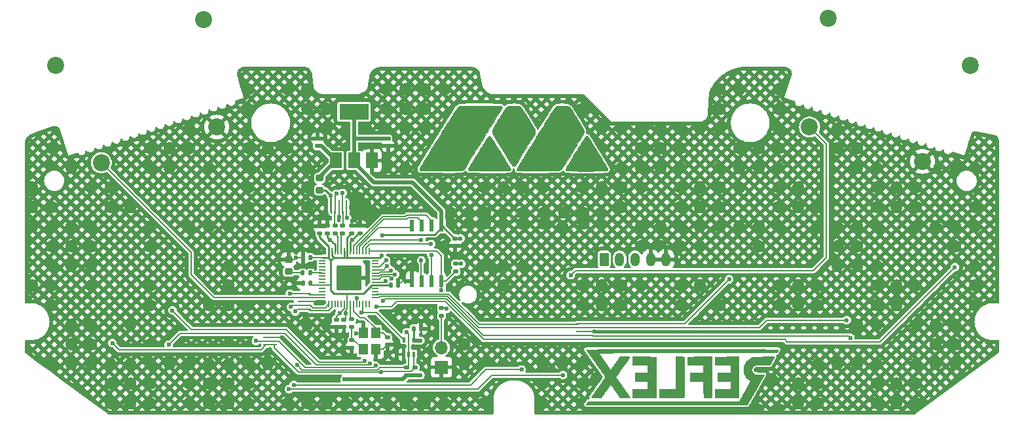
<source format=gbr>
%TF.GenerationSoftware,KiCad,Pcbnew,(7.0.0-0)*%
%TF.CreationDate,2023-06-11T14:42:47-06:00*%
%TF.ProjectId,snes_controller_pcb,736e6573-5f63-46f6-9e74-726f6c6c6572,4a*%
%TF.SameCoordinates,Original*%
%TF.FileFunction,Copper,L2,Bot*%
%TF.FilePolarity,Positive*%
%FSLAX46Y46*%
G04 Gerber Fmt 4.6, Leading zero omitted, Abs format (unit mm)*
G04 Created by KiCad (PCBNEW (7.0.0-0)) date 2023-06-11 14:42:47*
%MOMM*%
%LPD*%
G01*
G04 APERTURE LIST*
G04 Aperture macros list*
%AMRoundRect*
0 Rectangle with rounded corners*
0 $1 Rounding radius*
0 $2 $3 $4 $5 $6 $7 $8 $9 X,Y pos of 4 corners*
0 Add a 4 corners polygon primitive as box body*
4,1,4,$2,$3,$4,$5,$6,$7,$8,$9,$2,$3,0*
0 Add four circle primitives for the rounded corners*
1,1,$1+$1,$2,$3*
1,1,$1+$1,$4,$5*
1,1,$1+$1,$6,$7*
1,1,$1+$1,$8,$9*
0 Add four rect primitives between the rounded corners*
20,1,$1+$1,$2,$3,$4,$5,0*
20,1,$1+$1,$4,$5,$6,$7,0*
20,1,$1+$1,$6,$7,$8,$9,0*
20,1,$1+$1,$8,$9,$2,$3,0*%
G04 Aperture macros list end*
%TA.AperFunction,EtchedComponent*%
%ADD10C,0.010000*%
%TD*%
%TA.AperFunction,ComponentPad*%
%ADD11C,2.200000*%
%TD*%
%TA.AperFunction,SMDPad,CuDef*%
%ADD12R,1.500000X2.000000*%
%TD*%
%TA.AperFunction,SMDPad,CuDef*%
%ADD13R,3.800000X2.000000*%
%TD*%
%TA.AperFunction,SMDPad,CuDef*%
%ADD14RoundRect,0.140000X0.140000X0.170000X-0.140000X0.170000X-0.140000X-0.170000X0.140000X-0.170000X0*%
%TD*%
%TA.AperFunction,SMDPad,CuDef*%
%ADD15RoundRect,0.140000X-0.170000X0.140000X-0.170000X-0.140000X0.170000X-0.140000X0.170000X0.140000X0*%
%TD*%
%TA.AperFunction,SMDPad,CuDef*%
%ADD16O,0.700000X0.200000*%
%TD*%
%TA.AperFunction,SMDPad,CuDef*%
%ADD17RoundRect,0.135000X-0.185000X0.135000X-0.185000X-0.135000X0.185000X-0.135000X0.185000X0.135000X0*%
%TD*%
%TA.AperFunction,SMDPad,CuDef*%
%ADD18RoundRect,0.135000X-0.135000X-0.185000X0.135000X-0.185000X0.135000X0.185000X-0.135000X0.185000X0*%
%TD*%
%TA.AperFunction,ComponentPad*%
%ADD19RoundRect,0.250000X-0.350000X-0.625000X0.350000X-0.625000X0.350000X0.625000X-0.350000X0.625000X0*%
%TD*%
%TA.AperFunction,ComponentPad*%
%ADD20O,1.200000X1.750000*%
%TD*%
%TA.AperFunction,SMDPad,CuDef*%
%ADD21RoundRect,0.140000X-0.140000X-0.170000X0.140000X-0.170000X0.140000X0.170000X-0.140000X0.170000X0*%
%TD*%
%TA.AperFunction,SMDPad,CuDef*%
%ADD22RoundRect,0.140000X0.170000X-0.140000X0.170000X0.140000X-0.170000X0.140000X-0.170000X-0.140000X0*%
%TD*%
%TA.AperFunction,SMDPad,CuDef*%
%ADD23O,0.200000X0.700000*%
%TD*%
%TA.AperFunction,ComponentPad*%
%ADD24R,1.700000X1.700000*%
%TD*%
%TA.AperFunction,ComponentPad*%
%ADD25O,1.700000X1.700000*%
%TD*%
%TA.AperFunction,SMDPad,CuDef*%
%ADD26RoundRect,0.218750X-0.256250X0.218750X-0.256250X-0.218750X0.256250X-0.218750X0.256250X0.218750X0*%
%TD*%
%TA.AperFunction,SMDPad,CuDef*%
%ADD27R,0.400000X0.650000*%
%TD*%
%TA.AperFunction,SMDPad,CuDef*%
%ADD28RoundRect,0.135000X0.185000X-0.135000X0.185000X0.135000X-0.185000X0.135000X-0.185000X-0.135000X0*%
%TD*%
%TA.AperFunction,SMDPad,CuDef*%
%ADD29R,0.580000X1.610000*%
%TD*%
%TA.AperFunction,SMDPad,CuDef*%
%ADD30R,1.150000X1.400000*%
%TD*%
%TA.AperFunction,SMDPad,CuDef*%
%ADD31RoundRect,0.050000X0.387500X0.050000X-0.387500X0.050000X-0.387500X-0.050000X0.387500X-0.050000X0*%
%TD*%
%TA.AperFunction,SMDPad,CuDef*%
%ADD32RoundRect,0.050000X0.050000X0.387500X-0.050000X0.387500X-0.050000X-0.387500X0.050000X-0.387500X0*%
%TD*%
%TA.AperFunction,ComponentPad*%
%ADD33C,0.600000*%
%TD*%
%TA.AperFunction,SMDPad,CuDef*%
%ADD34RoundRect,0.144000X1.456000X1.456000X-1.456000X1.456000X-1.456000X-1.456000X1.456000X-1.456000X0*%
%TD*%
%TA.AperFunction,ViaPad*%
%ADD35C,0.600000*%
%TD*%
%TA.AperFunction,ViaPad*%
%ADD36C,0.508000*%
%TD*%
%TA.AperFunction,Conductor*%
%ADD37C,0.152400*%
%TD*%
%TA.AperFunction,Conductor*%
%ADD38C,0.250000*%
%TD*%
%TA.AperFunction,Conductor*%
%ADD39C,0.500000*%
%TD*%
G04 APERTURE END LIST*
%TO.C,Ref\u002A\u002A*%
G36*
X170326253Y-117746420D02*
G01*
X170445523Y-117748078D01*
X170538144Y-117751087D01*
X170606978Y-117755676D01*
X170654884Y-117762072D01*
X170684722Y-117770504D01*
X170699353Y-117781199D01*
X170701636Y-117794384D01*
X170694431Y-117810289D01*
X170680599Y-117829141D01*
X170662999Y-117851167D01*
X170661880Y-117852603D01*
X170633256Y-117893006D01*
X170621136Y-117917286D01*
X170621018Y-117917976D01*
X170609021Y-117943524D01*
X170580212Y-117997514D01*
X170538646Y-118072504D01*
X170488374Y-118161053D01*
X170434731Y-118255160D01*
X170385755Y-118342208D01*
X170347165Y-118411970D01*
X170324366Y-118454766D01*
X170322466Y-118458531D01*
X170298020Y-118503912D01*
X170282033Y-118528500D01*
X170262219Y-118556968D01*
X170224128Y-118622499D01*
X170169267Y-118722935D01*
X170127427Y-118800954D01*
X169183421Y-118807602D01*
X169083202Y-118808312D01*
X168875465Y-118809885D01*
X168704345Y-118811485D01*
X168565831Y-118813325D01*
X168455910Y-118815615D01*
X168370569Y-118818567D01*
X168305798Y-118822392D01*
X168257583Y-118827301D01*
X168221912Y-118833506D01*
X168194774Y-118841217D01*
X168172156Y-118850647D01*
X168150046Y-118862005D01*
X168071466Y-118909470D01*
X167944571Y-119019283D01*
X167853433Y-119151011D01*
X167832703Y-119194551D01*
X167811269Y-119258282D01*
X167800758Y-119330523D01*
X167797797Y-119428084D01*
X167798395Y-119473408D01*
X167808714Y-119590980D01*
X167831113Y-119674454D01*
X167855808Y-119721580D01*
X167928236Y-119819625D01*
X168020988Y-119911969D01*
X168121229Y-119984880D01*
X168218249Y-120041917D01*
X168805624Y-120048435D01*
X168824665Y-120048655D01*
X168975909Y-120051067D01*
X169111716Y-120054373D01*
X169226708Y-120058354D01*
X169315506Y-120062794D01*
X169372729Y-120067475D01*
X169392999Y-120072180D01*
X169385722Y-120091010D01*
X169361161Y-120140207D01*
X169323357Y-120210918D01*
X169276582Y-120294973D01*
X169235818Y-120367644D01*
X169196613Y-120439161D01*
X169169984Y-120489697D01*
X169160166Y-120511377D01*
X169160122Y-120511951D01*
X169148060Y-120536593D01*
X169121062Y-120578399D01*
X169098986Y-120612403D01*
X169059424Y-120678332D01*
X169018347Y-120751000D01*
X168989725Y-120803075D01*
X168945393Y-120882826D01*
X168909284Y-120946792D01*
X168890689Y-120979272D01*
X168833764Y-121078853D01*
X168790331Y-121155161D01*
X168754398Y-121218749D01*
X168719974Y-121280167D01*
X168693933Y-121326518D01*
X168649187Y-121405703D01*
X168595719Y-121500003D01*
X168540182Y-121597667D01*
X168494749Y-121677695D01*
X168437583Y-121779027D01*
X168386877Y-121869564D01*
X168349916Y-121936334D01*
X168319199Y-121991514D01*
X168288014Y-122045292D01*
X168269516Y-122074401D01*
X168255316Y-122096578D01*
X168226091Y-122147217D01*
X168190521Y-122211984D01*
X168162494Y-122263136D01*
X168116445Y-122345743D01*
X168058338Y-122449088D01*
X167992820Y-122564904D01*
X167924539Y-122684928D01*
X167917463Y-122697335D01*
X167855236Y-122806995D01*
X167801249Y-122903085D01*
X167758713Y-122979818D01*
X167730838Y-123031411D01*
X167720832Y-123052077D01*
X167720786Y-123052638D01*
X167708707Y-123076821D01*
X167681729Y-123118399D01*
X167659652Y-123152403D01*
X167620091Y-123218332D01*
X167579014Y-123291000D01*
X167550391Y-123343075D01*
X167506059Y-123422826D01*
X167469950Y-123486792D01*
X167465161Y-123495162D01*
X167421687Y-123571482D01*
X167379754Y-123645542D01*
X167325352Y-123741816D01*
X167277133Y-123826361D01*
X167243440Y-123884169D01*
X167221013Y-123920815D01*
X167206596Y-123941875D01*
X167204021Y-123942572D01*
X167168589Y-123944755D01*
X167092929Y-123946850D01*
X166978599Y-123948858D01*
X166827158Y-123950780D01*
X166640163Y-123952615D01*
X166419171Y-123954364D01*
X166165740Y-123956027D01*
X165881429Y-123957604D01*
X165567794Y-123959095D01*
X165226394Y-123960500D01*
X164858787Y-123961820D01*
X164466529Y-123963054D01*
X164051180Y-123964203D01*
X163614295Y-123965267D01*
X163157435Y-123966247D01*
X162682155Y-123967141D01*
X162190014Y-123967951D01*
X161682570Y-123968676D01*
X161161380Y-123969317D01*
X160628002Y-123969874D01*
X160083994Y-123970346D01*
X159530914Y-123970735D01*
X158970319Y-123971040D01*
X158403767Y-123971262D01*
X157832816Y-123971400D01*
X157259023Y-123971455D01*
X156683947Y-123971427D01*
X156109145Y-123971316D01*
X155536174Y-123971122D01*
X154966593Y-123970846D01*
X154401960Y-123970487D01*
X153843831Y-123970046D01*
X153293766Y-123969523D01*
X152753321Y-123968917D01*
X152224054Y-123968230D01*
X151707523Y-123967461D01*
X151205286Y-123966610D01*
X150718900Y-123965678D01*
X150249924Y-123964665D01*
X149799915Y-123963571D01*
X149370431Y-123962396D01*
X148963029Y-123961140D01*
X148579268Y-123959803D01*
X148220704Y-123958386D01*
X147888896Y-123956889D01*
X147585402Y-123955311D01*
X147311779Y-123953653D01*
X147069586Y-123951916D01*
X146860379Y-123950099D01*
X146685716Y-123948202D01*
X146547156Y-123946226D01*
X146446255Y-123944170D01*
X146384573Y-123942036D01*
X146363666Y-123939822D01*
X146372641Y-123910895D01*
X146400707Y-123868503D01*
X146404201Y-123864356D01*
X146436778Y-123821777D01*
X146482573Y-123758063D01*
X146532831Y-123685347D01*
X146627913Y-123545000D01*
X156375331Y-123544676D01*
X156969139Y-123544628D01*
X157599674Y-123544512D01*
X158218348Y-123544334D01*
X158823836Y-123544095D01*
X159414814Y-123543797D01*
X159989956Y-123543442D01*
X160547938Y-123543033D01*
X161087434Y-123542571D01*
X161607121Y-123542060D01*
X162105672Y-123541500D01*
X162581763Y-123540894D01*
X163034070Y-123540245D01*
X163461267Y-123539554D01*
X163862029Y-123538823D01*
X164235032Y-123538056D01*
X164578950Y-123537253D01*
X164892459Y-123536417D01*
X165174234Y-123535550D01*
X165422950Y-123534655D01*
X165637281Y-123533733D01*
X165815904Y-123532787D01*
X165957493Y-123531818D01*
X166060724Y-123530830D01*
X166124271Y-123529823D01*
X166146809Y-123528801D01*
X166158347Y-123517554D01*
X166188593Y-123475824D01*
X166223256Y-123418000D01*
X166482974Y-122941750D01*
X166547137Y-122823098D01*
X166623458Y-122682312D01*
X166687757Y-122564201D01*
X166744687Y-122460209D01*
X166780814Y-122393984D01*
X166831308Y-122300624D01*
X166879126Y-122211500D01*
X166920114Y-122135158D01*
X166967249Y-122048245D01*
X167005464Y-121978667D01*
X167033284Y-121927999D01*
X167077241Y-121847040D01*
X167129200Y-121750730D01*
X167182933Y-121650584D01*
X167233239Y-121556902D01*
X167281075Y-121468492D01*
X167319786Y-121397639D01*
X167343986Y-121354250D01*
X167363425Y-121319144D01*
X167400297Y-121249398D01*
X167438540Y-121174334D01*
X167466175Y-121120298D01*
X167493252Y-121070576D01*
X167508168Y-121047334D01*
X167514917Y-121039874D01*
X167539677Y-121001140D01*
X167562588Y-120954593D01*
X167572666Y-120921638D01*
X167563144Y-120906476D01*
X167526631Y-120873035D01*
X167472124Y-120832509D01*
X167398962Y-120779383D01*
X167208614Y-120607999D01*
X167044502Y-120409232D01*
X166911818Y-120190007D01*
X166815755Y-119957250D01*
X166813444Y-119950042D01*
X166791905Y-119883010D01*
X166768820Y-119811346D01*
X166762234Y-119785188D01*
X166751171Y-119702577D01*
X166744539Y-119593737D01*
X166742252Y-119469536D01*
X166744225Y-119340843D01*
X166750375Y-119218527D01*
X166760615Y-119113457D01*
X166774862Y-119036500D01*
X166788389Y-118987620D01*
X166811902Y-118907520D01*
X166833142Y-118844561D01*
X166857388Y-118782500D01*
X166857986Y-118781045D01*
X166973080Y-118555943D01*
X167128166Y-118341924D01*
X167153156Y-118313008D01*
X167311923Y-118157631D01*
X167493392Y-118020231D01*
X167686349Y-117908447D01*
X167879582Y-117829919D01*
X167892700Y-117825741D01*
X167961702Y-117801940D01*
X168017166Y-117780261D01*
X168048588Y-117774774D01*
X168119256Y-117769665D01*
X168229320Y-117765075D01*
X168379270Y-117760995D01*
X168569595Y-117757413D01*
X168800783Y-117754319D01*
X169073324Y-117751701D01*
X169387707Y-117749548D01*
X169525497Y-117748746D01*
X169779958Y-117747277D01*
X169996331Y-117746247D01*
X170177476Y-117745886D01*
X170326253Y-117746420D01*
G37*
D10*
X170326253Y-117746420D02*
X170445523Y-117748078D01*
X170538144Y-117751087D01*
X170606978Y-117755676D01*
X170654884Y-117762072D01*
X170684722Y-117770504D01*
X170699353Y-117781199D01*
X170701636Y-117794384D01*
X170694431Y-117810289D01*
X170680599Y-117829141D01*
X170662999Y-117851167D01*
X170661880Y-117852603D01*
X170633256Y-117893006D01*
X170621136Y-117917286D01*
X170621018Y-117917976D01*
X170609021Y-117943524D01*
X170580212Y-117997514D01*
X170538646Y-118072504D01*
X170488374Y-118161053D01*
X170434731Y-118255160D01*
X170385755Y-118342208D01*
X170347165Y-118411970D01*
X170324366Y-118454766D01*
X170322466Y-118458531D01*
X170298020Y-118503912D01*
X170282033Y-118528500D01*
X170262219Y-118556968D01*
X170224128Y-118622499D01*
X170169267Y-118722935D01*
X170127427Y-118800954D01*
X169183421Y-118807602D01*
X169083202Y-118808312D01*
X168875465Y-118809885D01*
X168704345Y-118811485D01*
X168565831Y-118813325D01*
X168455910Y-118815615D01*
X168370569Y-118818567D01*
X168305798Y-118822392D01*
X168257583Y-118827301D01*
X168221912Y-118833506D01*
X168194774Y-118841217D01*
X168172156Y-118850647D01*
X168150046Y-118862005D01*
X168071466Y-118909470D01*
X167944571Y-119019283D01*
X167853433Y-119151011D01*
X167832703Y-119194551D01*
X167811269Y-119258282D01*
X167800758Y-119330523D01*
X167797797Y-119428084D01*
X167798395Y-119473408D01*
X167808714Y-119590980D01*
X167831113Y-119674454D01*
X167855808Y-119721580D01*
X167928236Y-119819625D01*
X168020988Y-119911969D01*
X168121229Y-119984880D01*
X168218249Y-120041917D01*
X168805624Y-120048435D01*
X168824665Y-120048655D01*
X168975909Y-120051067D01*
X169111716Y-120054373D01*
X169226708Y-120058354D01*
X169315506Y-120062794D01*
X169372729Y-120067475D01*
X169392999Y-120072180D01*
X169385722Y-120091010D01*
X169361161Y-120140207D01*
X169323357Y-120210918D01*
X169276582Y-120294973D01*
X169235818Y-120367644D01*
X169196613Y-120439161D01*
X169169984Y-120489697D01*
X169160166Y-120511377D01*
X169160122Y-120511951D01*
X169148060Y-120536593D01*
X169121062Y-120578399D01*
X169098986Y-120612403D01*
X169059424Y-120678332D01*
X169018347Y-120751000D01*
X168989725Y-120803075D01*
X168945393Y-120882826D01*
X168909284Y-120946792D01*
X168890689Y-120979272D01*
X168833764Y-121078853D01*
X168790331Y-121155161D01*
X168754398Y-121218749D01*
X168719974Y-121280167D01*
X168693933Y-121326518D01*
X168649187Y-121405703D01*
X168595719Y-121500003D01*
X168540182Y-121597667D01*
X168494749Y-121677695D01*
X168437583Y-121779027D01*
X168386877Y-121869564D01*
X168349916Y-121936334D01*
X168319199Y-121991514D01*
X168288014Y-122045292D01*
X168269516Y-122074401D01*
X168255316Y-122096578D01*
X168226091Y-122147217D01*
X168190521Y-122211984D01*
X168162494Y-122263136D01*
X168116445Y-122345743D01*
X168058338Y-122449088D01*
X167992820Y-122564904D01*
X167924539Y-122684928D01*
X167917463Y-122697335D01*
X167855236Y-122806995D01*
X167801249Y-122903085D01*
X167758713Y-122979818D01*
X167730838Y-123031411D01*
X167720832Y-123052077D01*
X167720786Y-123052638D01*
X167708707Y-123076821D01*
X167681729Y-123118399D01*
X167659652Y-123152403D01*
X167620091Y-123218332D01*
X167579014Y-123291000D01*
X167550391Y-123343075D01*
X167506059Y-123422826D01*
X167469950Y-123486792D01*
X167465161Y-123495162D01*
X167421687Y-123571482D01*
X167379754Y-123645542D01*
X167325352Y-123741816D01*
X167277133Y-123826361D01*
X167243440Y-123884169D01*
X167221013Y-123920815D01*
X167206596Y-123941875D01*
X167204021Y-123942572D01*
X167168589Y-123944755D01*
X167092929Y-123946850D01*
X166978599Y-123948858D01*
X166827158Y-123950780D01*
X166640163Y-123952615D01*
X166419171Y-123954364D01*
X166165740Y-123956027D01*
X165881429Y-123957604D01*
X165567794Y-123959095D01*
X165226394Y-123960500D01*
X164858787Y-123961820D01*
X164466529Y-123963054D01*
X164051180Y-123964203D01*
X163614295Y-123965267D01*
X163157435Y-123966247D01*
X162682155Y-123967141D01*
X162190014Y-123967951D01*
X161682570Y-123968676D01*
X161161380Y-123969317D01*
X160628002Y-123969874D01*
X160083994Y-123970346D01*
X159530914Y-123970735D01*
X158970319Y-123971040D01*
X158403767Y-123971262D01*
X157832816Y-123971400D01*
X157259023Y-123971455D01*
X156683947Y-123971427D01*
X156109145Y-123971316D01*
X155536174Y-123971122D01*
X154966593Y-123970846D01*
X154401960Y-123970487D01*
X153843831Y-123970046D01*
X153293766Y-123969523D01*
X152753321Y-123968917D01*
X152224054Y-123968230D01*
X151707523Y-123967461D01*
X151205286Y-123966610D01*
X150718900Y-123965678D01*
X150249924Y-123964665D01*
X149799915Y-123963571D01*
X149370431Y-123962396D01*
X148963029Y-123961140D01*
X148579268Y-123959803D01*
X148220704Y-123958386D01*
X147888896Y-123956889D01*
X147585402Y-123955311D01*
X147311779Y-123953653D01*
X147069586Y-123951916D01*
X146860379Y-123950099D01*
X146685716Y-123948202D01*
X146547156Y-123946226D01*
X146446255Y-123944170D01*
X146384573Y-123942036D01*
X146363666Y-123939822D01*
X146372641Y-123910895D01*
X146400707Y-123868503D01*
X146404201Y-123864356D01*
X146436778Y-123821777D01*
X146482573Y-123758063D01*
X146532831Y-123685347D01*
X146627913Y-123545000D01*
X156375331Y-123544676D01*
X156969139Y-123544628D01*
X157599674Y-123544512D01*
X158218348Y-123544334D01*
X158823836Y-123544095D01*
X159414814Y-123543797D01*
X159989956Y-123543442D01*
X160547938Y-123543033D01*
X161087434Y-123542571D01*
X161607121Y-123542060D01*
X162105672Y-123541500D01*
X162581763Y-123540894D01*
X163034070Y-123540245D01*
X163461267Y-123539554D01*
X163862029Y-123538823D01*
X164235032Y-123538056D01*
X164578950Y-123537253D01*
X164892459Y-123536417D01*
X165174234Y-123535550D01*
X165422950Y-123534655D01*
X165637281Y-123533733D01*
X165815904Y-123532787D01*
X165957493Y-123531818D01*
X166060724Y-123530830D01*
X166124271Y-123529823D01*
X166146809Y-123528801D01*
X166158347Y-123517554D01*
X166188593Y-123475824D01*
X166223256Y-123418000D01*
X166482974Y-122941750D01*
X166547137Y-122823098D01*
X166623458Y-122682312D01*
X166687757Y-122564201D01*
X166744687Y-122460209D01*
X166780814Y-122393984D01*
X166831308Y-122300624D01*
X166879126Y-122211500D01*
X166920114Y-122135158D01*
X166967249Y-122048245D01*
X167005464Y-121978667D01*
X167033284Y-121927999D01*
X167077241Y-121847040D01*
X167129200Y-121750730D01*
X167182933Y-121650584D01*
X167233239Y-121556902D01*
X167281075Y-121468492D01*
X167319786Y-121397639D01*
X167343986Y-121354250D01*
X167363425Y-121319144D01*
X167400297Y-121249398D01*
X167438540Y-121174334D01*
X167466175Y-121120298D01*
X167493252Y-121070576D01*
X167508168Y-121047334D01*
X167514917Y-121039874D01*
X167539677Y-121001140D01*
X167562588Y-120954593D01*
X167572666Y-120921638D01*
X167563144Y-120906476D01*
X167526631Y-120873035D01*
X167472124Y-120832509D01*
X167398962Y-120779383D01*
X167208614Y-120607999D01*
X167044502Y-120409232D01*
X166911818Y-120190007D01*
X166815755Y-119957250D01*
X166813444Y-119950042D01*
X166791905Y-119883010D01*
X166768820Y-119811346D01*
X166762234Y-119785188D01*
X166751171Y-119702577D01*
X166744539Y-119593737D01*
X166742252Y-119469536D01*
X166744225Y-119340843D01*
X166750375Y-119218527D01*
X166760615Y-119113457D01*
X166774862Y-119036500D01*
X166788389Y-118987620D01*
X166811902Y-118907520D01*
X166833142Y-118844561D01*
X166857388Y-118782500D01*
X166857986Y-118781045D01*
X166973080Y-118555943D01*
X167128166Y-118341924D01*
X167153156Y-118313008D01*
X167311923Y-118157631D01*
X167493392Y-118020231D01*
X167686349Y-117908447D01*
X167879582Y-117829919D01*
X167892700Y-117825741D01*
X167961702Y-117801940D01*
X168017166Y-117780261D01*
X168048588Y-117774774D01*
X168119256Y-117769665D01*
X168229320Y-117765075D01*
X168379270Y-117760995D01*
X168569595Y-117757413D01*
X168800783Y-117754319D01*
X169073324Y-117751701D01*
X169387707Y-117749548D01*
X169525497Y-117748746D01*
X169779958Y-117747277D01*
X169996331Y-117746247D01*
X170177476Y-117745886D01*
X170326253Y-117746420D01*
G36*
X166112166Y-123015834D02*
G01*
X163042260Y-123015834D01*
X163053582Y-121968084D01*
X164048416Y-121957500D01*
X165043249Y-121946917D01*
X165048933Y-121440408D01*
X165049344Y-121401929D01*
X165050399Y-121241705D01*
X165049818Y-121118771D01*
X165047432Y-121028972D01*
X165043073Y-120968156D01*
X165036574Y-120932169D01*
X165027766Y-120916857D01*
X165026245Y-120916234D01*
X164993381Y-120912452D01*
X164923735Y-120908968D01*
X164822092Y-120905881D01*
X164693239Y-120903290D01*
X164541964Y-120901296D01*
X164373052Y-120899996D01*
X164191291Y-120899491D01*
X163381666Y-120899167D01*
X163381666Y-119862492D01*
X164212457Y-119856954D01*
X165043249Y-119851417D01*
X165043249Y-118814250D01*
X164048416Y-118803667D01*
X163053582Y-118793084D01*
X163053582Y-117755917D01*
X166112166Y-117745055D01*
X166112166Y-123015834D01*
G37*
X166112166Y-123015834D02*
X163042260Y-123015834D01*
X163053582Y-121968084D01*
X164048416Y-121957500D01*
X165043249Y-121946917D01*
X165048933Y-121440408D01*
X165049344Y-121401929D01*
X165050399Y-121241705D01*
X165049818Y-121118771D01*
X165047432Y-121028972D01*
X165043073Y-120968156D01*
X165036574Y-120932169D01*
X165027766Y-120916857D01*
X165026245Y-120916234D01*
X164993381Y-120912452D01*
X164923735Y-120908968D01*
X164822092Y-120905881D01*
X164693239Y-120903290D01*
X164541964Y-120901296D01*
X164373052Y-120899996D01*
X164191291Y-120899491D01*
X163381666Y-120899167D01*
X163381666Y-119862492D01*
X164212457Y-119856954D01*
X165043249Y-119851417D01*
X165043249Y-118814250D01*
X164048416Y-118803667D01*
X163053582Y-118793084D01*
X163053582Y-117755917D01*
X166112166Y-117745055D01*
X166112166Y-123015834D01*
G36*
X162598499Y-123016573D02*
G01*
X162074624Y-123010912D01*
X161550749Y-123005250D01*
X161540166Y-121957500D01*
X161529582Y-120909750D01*
X160677624Y-120904218D01*
X159825666Y-120898687D01*
X159825666Y-119862480D01*
X160677624Y-119856949D01*
X161529582Y-119851417D01*
X161535243Y-119327745D01*
X161540904Y-118804074D01*
X159497582Y-118793084D01*
X159497582Y-117755917D01*
X161048041Y-117750488D01*
X162598499Y-117745059D01*
X162598499Y-123016573D01*
G37*
X162598499Y-123016573D02*
X162074624Y-123010912D01*
X161550749Y-123005250D01*
X161540166Y-121957500D01*
X161529582Y-120909750D01*
X160677624Y-120904218D01*
X159825666Y-120898687D01*
X159825666Y-119862480D01*
X160677624Y-119856949D01*
X161529582Y-119851417D01*
X161535243Y-119327745D01*
X161540904Y-118804074D01*
X159497582Y-118793084D01*
X159497582Y-117755917D01*
X161048041Y-117750488D01*
X162598499Y-117745059D01*
X162598499Y-123016573D01*
G36*
X158508144Y-117750256D02*
G01*
X159031916Y-117755917D01*
X159037361Y-120359417D01*
X159037900Y-120646574D01*
X159038351Y-120965433D01*
X159038626Y-121270448D01*
X159038730Y-121559028D01*
X159038668Y-121828584D01*
X159038444Y-122076526D01*
X159038063Y-122300264D01*
X159037530Y-122497208D01*
X159036849Y-122664769D01*
X159036024Y-122800355D01*
X159035060Y-122901379D01*
X159033962Y-122965249D01*
X159032734Y-122989375D01*
X159030891Y-122991359D01*
X159014428Y-122996261D01*
X158979338Y-123000509D01*
X158923248Y-123004144D01*
X158843789Y-123007204D01*
X158738591Y-123009729D01*
X158605283Y-123011758D01*
X158441494Y-123013330D01*
X158244855Y-123014484D01*
X158012994Y-123015260D01*
X157743542Y-123015697D01*
X157434127Y-123015834D01*
X155845593Y-123015834D01*
X155851254Y-122491959D01*
X155856916Y-121968084D01*
X156915249Y-121957500D01*
X157973582Y-121946917D01*
X157978977Y-119845756D01*
X157984371Y-117744594D01*
X158508144Y-117750256D01*
G37*
X158508144Y-117750256D02*
X159031916Y-117755917D01*
X159037361Y-120359417D01*
X159037900Y-120646574D01*
X159038351Y-120965433D01*
X159038626Y-121270448D01*
X159038730Y-121559028D01*
X159038668Y-121828584D01*
X159038444Y-122076526D01*
X159038063Y-122300264D01*
X159037530Y-122497208D01*
X159036849Y-122664769D01*
X159036024Y-122800355D01*
X159035060Y-122901379D01*
X159033962Y-122965249D01*
X159032734Y-122989375D01*
X159030891Y-122991359D01*
X159014428Y-122996261D01*
X158979338Y-123000509D01*
X158923248Y-123004144D01*
X158843789Y-123007204D01*
X158738591Y-123009729D01*
X158605283Y-123011758D01*
X158441494Y-123013330D01*
X158244855Y-123014484D01*
X158012994Y-123015260D01*
X157743542Y-123015697D01*
X157434127Y-123015834D01*
X155845593Y-123015834D01*
X155851254Y-122491959D01*
X155856916Y-121968084D01*
X156915249Y-121957500D01*
X157973582Y-121946917D01*
X157978977Y-119845756D01*
X157984371Y-117744594D01*
X158508144Y-117750256D01*
G36*
X153861957Y-117750486D02*
G01*
X155391249Y-117755917D01*
X155396624Y-120385875D01*
X155401998Y-123015834D01*
X152332666Y-123015834D01*
X152332666Y-121957915D01*
X154332916Y-121946917D01*
X154338600Y-121440408D01*
X154339010Y-121401929D01*
X154340066Y-121241705D01*
X154339485Y-121118771D01*
X154337099Y-121028972D01*
X154332740Y-120968156D01*
X154326241Y-120932169D01*
X154317433Y-120916857D01*
X154316469Y-120916415D01*
X154285431Y-120912598D01*
X154217421Y-120909078D01*
X154117261Y-120905957D01*
X153989772Y-120903337D01*
X153839775Y-120901318D01*
X153672091Y-120900002D01*
X153491541Y-120899491D01*
X152692499Y-120899167D01*
X152692499Y-119862497D01*
X153512707Y-119856957D01*
X154332916Y-119851417D01*
X154332916Y-118814250D01*
X152332666Y-118803252D01*
X152332666Y-117745055D01*
X153861957Y-117750486D01*
G37*
X153861957Y-117750486D02*
X155391249Y-117755917D01*
X155396624Y-120385875D01*
X155401998Y-123015834D01*
X152332666Y-123015834D01*
X152332666Y-121957915D01*
X154332916Y-121946917D01*
X154338600Y-121440408D01*
X154339010Y-121401929D01*
X154340066Y-121241705D01*
X154339485Y-121118771D01*
X154337099Y-121028972D01*
X154332740Y-120968156D01*
X154326241Y-120932169D01*
X154317433Y-120916857D01*
X154316469Y-120916415D01*
X154285431Y-120912598D01*
X154217421Y-120909078D01*
X154117261Y-120905957D01*
X153989772Y-120903337D01*
X153839775Y-120901318D01*
X153672091Y-120900002D01*
X153491541Y-120899491D01*
X152692499Y-120899167D01*
X152692499Y-119862497D01*
X153512707Y-119856957D01*
X154332916Y-119851417D01*
X154332916Y-118814250D01*
X152332666Y-118803252D01*
X152332666Y-117745055D01*
X153861957Y-117750486D01*
G36*
X159231816Y-116814257D02*
G01*
X159858919Y-116814301D01*
X160483632Y-116814374D01*
X161104526Y-116814475D01*
X161720176Y-116814604D01*
X162329155Y-116814761D01*
X162930037Y-116814945D01*
X163521394Y-116815158D01*
X164101802Y-116815398D01*
X164669833Y-116815666D01*
X165224060Y-116815962D01*
X165763057Y-116816286D01*
X166285398Y-116816637D01*
X166789657Y-116817016D01*
X167274406Y-116817423D01*
X167738219Y-116817857D01*
X168179670Y-116818319D01*
X168597331Y-116818809D01*
X168989778Y-116819326D01*
X169355583Y-116819870D01*
X169693319Y-116820442D01*
X170001561Y-116821042D01*
X170278881Y-116821669D01*
X170523853Y-116822323D01*
X170735051Y-116823005D01*
X170911049Y-116823714D01*
X171050418Y-116824451D01*
X171151735Y-116825215D01*
X171213570Y-116826006D01*
X171234499Y-116826824D01*
X171231990Y-116834208D01*
X171213536Y-116872104D01*
X171181065Y-116933356D01*
X171139249Y-117009024D01*
X171117793Y-117047605D01*
X171079930Y-117118146D01*
X171053765Y-117170343D01*
X171043999Y-117195018D01*
X171039552Y-117204975D01*
X171010518Y-117224486D01*
X171010455Y-117224505D01*
X170986421Y-117225284D01*
X170921307Y-117226050D01*
X170816335Y-117226804D01*
X170672728Y-117227542D01*
X170491709Y-117228265D01*
X170274500Y-117228970D01*
X170022324Y-117229657D01*
X169736404Y-117230323D01*
X169417963Y-117230968D01*
X169068222Y-117231589D01*
X168688406Y-117232187D01*
X168279737Y-117232759D01*
X167843437Y-117233304D01*
X167380729Y-117233820D01*
X166892835Y-117234307D01*
X166380980Y-117234763D01*
X165846385Y-117235186D01*
X165290273Y-117235576D01*
X164713866Y-117235930D01*
X164118388Y-117236248D01*
X163505062Y-117236528D01*
X162875109Y-117236768D01*
X162229753Y-117236968D01*
X161570216Y-117237126D01*
X160897721Y-117237240D01*
X160213491Y-117237310D01*
X159518749Y-117237334D01*
X159501534Y-117237334D01*
X158807035Y-117237358D01*
X158123080Y-117237429D01*
X157450889Y-117237544D01*
X156791687Y-117237703D01*
X156146695Y-117237904D01*
X155517137Y-117238146D01*
X154904235Y-117238426D01*
X154309212Y-117238745D01*
X153733290Y-117239100D01*
X153177693Y-117239491D01*
X152643643Y-117239915D01*
X152132362Y-117240371D01*
X151645074Y-117240859D01*
X151183002Y-117241376D01*
X150747367Y-117241922D01*
X150339393Y-117242494D01*
X149960302Y-117243093D01*
X149611317Y-117243715D01*
X149293662Y-117244360D01*
X149008557Y-117245027D01*
X148757228Y-117245714D01*
X148540895Y-117246420D01*
X148360781Y-117247143D01*
X148218111Y-117247882D01*
X148114105Y-117248635D01*
X148049987Y-117249402D01*
X148026980Y-117250181D01*
X148010471Y-117259299D01*
X147993499Y-117284291D01*
X148003207Y-117303477D01*
X148032573Y-117350519D01*
X148076458Y-117417417D01*
X148129645Y-117496549D01*
X148186914Y-117580288D01*
X148243049Y-117661011D01*
X148292832Y-117731092D01*
X148331044Y-117782908D01*
X148352469Y-117808834D01*
X148361724Y-117819683D01*
X148385082Y-117854091D01*
X148389477Y-117860954D01*
X148416371Y-117900798D01*
X148460855Y-117965394D01*
X148517920Y-118047492D01*
X148582556Y-118139841D01*
X148661932Y-118252999D01*
X148749920Y-118378632D01*
X148834986Y-118500264D01*
X148906414Y-118602584D01*
X148964124Y-118685044D01*
X149020803Y-118765386D01*
X149066246Y-118829124D01*
X149094008Y-118867167D01*
X149100177Y-118875468D01*
X149133179Y-118921285D01*
X149182874Y-118991387D01*
X149243651Y-119077834D01*
X149309900Y-119172686D01*
X149335921Y-119209766D01*
X149397914Y-119295642D01*
X149450994Y-119365796D01*
X149490203Y-119413793D01*
X149510588Y-119433201D01*
X149513082Y-119433393D01*
X149539083Y-119415717D01*
X149578811Y-119371735D01*
X149624731Y-119309608D01*
X149628784Y-119303647D01*
X149676212Y-119235065D01*
X149716972Y-119178023D01*
X149742630Y-119144342D01*
X149746480Y-119139556D01*
X149774173Y-119102128D01*
X149819059Y-119039272D01*
X149875836Y-118958461D01*
X149939207Y-118867167D01*
X149958270Y-118839575D01*
X150018728Y-118752484D01*
X150069969Y-118679289D01*
X150107074Y-118626989D01*
X150125126Y-118602584D01*
X150127029Y-118600281D01*
X150152473Y-118566266D01*
X150186362Y-118517917D01*
X150188782Y-118514382D01*
X150217444Y-118473063D01*
X150265310Y-118404540D01*
X150327887Y-118315227D01*
X150400683Y-118211534D01*
X150479208Y-118099875D01*
X150728753Y-117745334D01*
X151371960Y-117745334D01*
X151438236Y-117745401D01*
X151593101Y-117746117D01*
X151731336Y-117747530D01*
X151847801Y-117749539D01*
X151937354Y-117752041D01*
X151994856Y-117754935D01*
X152015166Y-117758117D01*
X152015087Y-117758640D01*
X152001746Y-117782268D01*
X151968782Y-117832671D01*
X151920906Y-117902813D01*
X151862828Y-117985659D01*
X151812823Y-118056258D01*
X151729862Y-118173699D01*
X151647239Y-118290972D01*
X151577055Y-118390917D01*
X151573159Y-118396478D01*
X151507057Y-118490547D01*
X151426861Y-118604284D01*
X151342340Y-118723852D01*
X151263261Y-118835417D01*
X151251716Y-118851678D01*
X151175743Y-118958831D01*
X151099413Y-119066689D01*
X151031025Y-119163518D01*
X150978876Y-119237584D01*
X150932815Y-119302938D01*
X150864116Y-119399939D01*
X150788627Y-119506153D01*
X150715987Y-119608000D01*
X150662297Y-119683434D01*
X150573062Y-119809750D01*
X150482405Y-119938980D01*
X150403420Y-120052500D01*
X150399926Y-120057549D01*
X150338228Y-120145577D01*
X150282266Y-120223483D01*
X150238076Y-120282980D01*
X150211692Y-120315783D01*
X150186716Y-120347351D01*
X150173666Y-120375469D01*
X150176389Y-120385113D01*
X150197161Y-120424123D01*
X150231170Y-120477800D01*
X150269744Y-120533391D01*
X150304209Y-120578144D01*
X150325892Y-120599306D01*
X150332211Y-120603919D01*
X150342999Y-120634584D01*
X150344233Y-120645515D01*
X150360342Y-120669861D01*
X150362830Y-120671486D01*
X150386282Y-120697850D01*
X150424438Y-120748557D01*
X150470369Y-120814500D01*
X150513802Y-120878018D01*
X150575215Y-120966511D01*
X150648160Y-121070801D01*
X150726692Y-121182459D01*
X150804867Y-121293054D01*
X150876742Y-121394157D01*
X150936372Y-121477338D01*
X150977815Y-121534167D01*
X150986838Y-121546582D01*
X151020797Y-121594315D01*
X151072880Y-121668167D01*
X151139069Y-121762419D01*
X151215343Y-121871353D01*
X151297683Y-121989250D01*
X151344408Y-122056142D01*
X151420596Y-122164786D01*
X151486832Y-122258703D01*
X151539565Y-122332884D01*
X151575242Y-122382319D01*
X151590312Y-122402000D01*
X151599965Y-122412957D01*
X151623582Y-122447542D01*
X151625854Y-122451172D01*
X151649922Y-122487216D01*
X151692035Y-122548678D01*
X151746964Y-122627963D01*
X151809476Y-122717472D01*
X151823743Y-122737876D01*
X151883929Y-122825177D01*
X151934383Y-122900277D01*
X151970172Y-122955743D01*
X151986366Y-122984139D01*
X151986989Y-122986163D01*
X151984113Y-122994867D01*
X151968298Y-123001708D01*
X151935346Y-123006897D01*
X151881057Y-123010647D01*
X151801233Y-123013171D01*
X151691673Y-123014681D01*
X151548181Y-123015389D01*
X151366555Y-123015509D01*
X151313409Y-123015427D01*
X151157263Y-123014531D01*
X151016349Y-123012765D01*
X150896087Y-123010260D01*
X150801898Y-123007149D01*
X150739200Y-123003563D01*
X150713416Y-122999634D01*
X150695361Y-122981819D01*
X150665486Y-122941750D01*
X150658600Y-122930924D01*
X150640599Y-122903327D01*
X150617437Y-122869020D01*
X150585251Y-122822436D01*
X150540178Y-122758010D01*
X150478354Y-122670176D01*
X150395916Y-122553367D01*
X150339297Y-122473183D01*
X150234081Y-122324074D01*
X150145892Y-122198900D01*
X150069665Y-122090437D01*
X150000337Y-121991460D01*
X149932841Y-121894743D01*
X149862113Y-121793063D01*
X149783089Y-121679194D01*
X149726207Y-121597952D01*
X149659989Y-121505433D01*
X149603742Y-121429112D01*
X149562094Y-121375248D01*
X149539672Y-121350098D01*
X149533983Y-121345750D01*
X149522304Y-121339187D01*
X149509434Y-121339599D01*
X149492517Y-121350470D01*
X149468700Y-121375285D01*
X149435128Y-121417529D01*
X149388947Y-121480688D01*
X149327303Y-121568246D01*
X149247340Y-121683688D01*
X149146205Y-121830500D01*
X149108489Y-121884955D01*
X149061231Y-121952138D01*
X149026578Y-122000113D01*
X149010157Y-122021000D01*
X149008404Y-122022889D01*
X148987175Y-122050775D01*
X148946739Y-122106494D01*
X148891087Y-122184396D01*
X148824209Y-122278832D01*
X148750096Y-122384151D01*
X148672738Y-122494705D01*
X148596127Y-122604843D01*
X148524252Y-122708917D01*
X148494907Y-122751240D01*
X148444339Y-122822481D01*
X148403922Y-122877293D01*
X148380441Y-122906359D01*
X148362430Y-122927697D01*
X148331283Y-122975151D01*
X148331215Y-122975276D01*
X148323122Y-122986839D01*
X148309593Y-122995971D01*
X148286016Y-123002956D01*
X148247777Y-123008083D01*
X148190266Y-123011636D01*
X148108871Y-123013901D01*
X147998978Y-123015165D01*
X147855977Y-123015714D01*
X147675254Y-123015834D01*
X147650228Y-123015833D01*
X147474849Y-123015698D01*
X147336786Y-123015134D01*
X147231584Y-123013858D01*
X147154789Y-123011583D01*
X147101945Y-123008025D01*
X147068599Y-123002899D01*
X147050296Y-122995920D01*
X147042581Y-122986804D01*
X147040999Y-122975264D01*
X147043745Y-122951856D01*
X147057654Y-122927639D01*
X147062258Y-122923905D01*
X147089418Y-122891664D01*
X147135841Y-122830421D01*
X147198308Y-122744573D01*
X147273600Y-122638517D01*
X147358499Y-122516651D01*
X147412033Y-122439539D01*
X147481020Y-122340847D01*
X147558200Y-122230943D01*
X147639513Y-122115562D01*
X147720897Y-122000439D01*
X147798292Y-121891309D01*
X147867637Y-121793906D01*
X147924870Y-121713967D01*
X147965930Y-121657225D01*
X147986756Y-121629417D01*
X147994889Y-121618584D01*
X148024511Y-121576919D01*
X148068290Y-121514085D01*
X148120046Y-121438917D01*
X148148924Y-121396946D01*
X148199228Y-121324789D01*
X148239264Y-121268570D01*
X148262280Y-121237834D01*
X148263975Y-121235751D01*
X148292502Y-121197792D01*
X148341853Y-121129355D01*
X148409203Y-121034442D01*
X148491726Y-120917053D01*
X148586596Y-120781191D01*
X148690986Y-120630855D01*
X148693227Y-120627616D01*
X148750369Y-120542135D01*
X148797081Y-120466961D01*
X148828601Y-120410115D01*
X148840166Y-120379617D01*
X148830557Y-120356214D01*
X148798760Y-120301692D01*
X148747698Y-120221647D01*
X148680442Y-120120617D01*
X148600063Y-120003141D01*
X148509631Y-119873757D01*
X148412218Y-119737003D01*
X148310893Y-119597417D01*
X148260049Y-119527034D01*
X148197397Y-119438759D01*
X148138172Y-119354000D01*
X148043585Y-119217505D01*
X147946189Y-119077624D01*
X147859695Y-118954111D01*
X147786717Y-118850672D01*
X147729870Y-118771009D01*
X147691768Y-118718829D01*
X147675027Y-118697834D01*
X147661355Y-118680951D01*
X147628174Y-118635371D01*
X147581295Y-118568850D01*
X147526048Y-118488865D01*
X147434228Y-118355111D01*
X147339077Y-118217362D01*
X147253441Y-118094282D01*
X147180177Y-117989938D01*
X147122144Y-117908397D01*
X147082198Y-117853729D01*
X147063197Y-117830000D01*
X147053826Y-117819097D01*
X147030416Y-117784613D01*
X147021986Y-117771546D01*
X146990644Y-117725410D01*
X146944871Y-117659524D01*
X146891335Y-117583530D01*
X146764608Y-117404437D01*
X146650318Y-117241927D01*
X146558172Y-117109584D01*
X146486739Y-117005292D01*
X146434589Y-116926937D01*
X146400294Y-116872404D01*
X146382423Y-116839577D01*
X146379547Y-116826341D01*
X146382162Y-116826066D01*
X146417685Y-116825258D01*
X146493611Y-116824479D01*
X146608514Y-116823728D01*
X146760968Y-116823007D01*
X146949545Y-116822314D01*
X147172821Y-116821650D01*
X147429367Y-116821015D01*
X147717758Y-116820408D01*
X148036568Y-116819830D01*
X148384368Y-116819281D01*
X148759734Y-116818760D01*
X149161239Y-116818267D01*
X149587456Y-116817804D01*
X150036958Y-116817368D01*
X150508319Y-116816962D01*
X151000113Y-116816583D01*
X151510914Y-116816233D01*
X152039293Y-116815912D01*
X152583826Y-116815618D01*
X153143086Y-116815354D01*
X153715645Y-116815117D01*
X154300079Y-116814909D01*
X154894959Y-116814729D01*
X155498860Y-116814577D01*
X156110355Y-116814453D01*
X156728018Y-116814357D01*
X157350422Y-116814290D01*
X157976141Y-116814251D01*
X158603748Y-116814240D01*
X159231816Y-116814257D01*
G37*
X159231816Y-116814257D02*
X159858919Y-116814301D01*
X160483632Y-116814374D01*
X161104526Y-116814475D01*
X161720176Y-116814604D01*
X162329155Y-116814761D01*
X162930037Y-116814945D01*
X163521394Y-116815158D01*
X164101802Y-116815398D01*
X164669833Y-116815666D01*
X165224060Y-116815962D01*
X165763057Y-116816286D01*
X166285398Y-116816637D01*
X166789657Y-116817016D01*
X167274406Y-116817423D01*
X167738219Y-116817857D01*
X168179670Y-116818319D01*
X168597331Y-116818809D01*
X168989778Y-116819326D01*
X169355583Y-116819870D01*
X169693319Y-116820442D01*
X170001561Y-116821042D01*
X170278881Y-116821669D01*
X170523853Y-116822323D01*
X170735051Y-116823005D01*
X170911049Y-116823714D01*
X171050418Y-116824451D01*
X171151735Y-116825215D01*
X171213570Y-116826006D01*
X171234499Y-116826824D01*
X171231990Y-116834208D01*
X171213536Y-116872104D01*
X171181065Y-116933356D01*
X171139249Y-117009024D01*
X171117793Y-117047605D01*
X171079930Y-117118146D01*
X171053765Y-117170343D01*
X171043999Y-117195018D01*
X171039552Y-117204975D01*
X171010518Y-117224486D01*
X171010455Y-117224505D01*
X170986421Y-117225284D01*
X170921307Y-117226050D01*
X170816335Y-117226804D01*
X170672728Y-117227542D01*
X170491709Y-117228265D01*
X170274500Y-117228970D01*
X170022324Y-117229657D01*
X169736404Y-117230323D01*
X169417963Y-117230968D01*
X169068222Y-117231589D01*
X168688406Y-117232187D01*
X168279737Y-117232759D01*
X167843437Y-117233304D01*
X167380729Y-117233820D01*
X166892835Y-117234307D01*
X166380980Y-117234763D01*
X165846385Y-117235186D01*
X165290273Y-117235576D01*
X164713866Y-117235930D01*
X164118388Y-117236248D01*
X163505062Y-117236528D01*
X162875109Y-117236768D01*
X162229753Y-117236968D01*
X161570216Y-117237126D01*
X160897721Y-117237240D01*
X160213491Y-117237310D01*
X159518749Y-117237334D01*
X159501534Y-117237334D01*
X158807035Y-117237358D01*
X158123080Y-117237429D01*
X157450889Y-117237544D01*
X156791687Y-117237703D01*
X156146695Y-117237904D01*
X155517137Y-117238146D01*
X154904235Y-117238426D01*
X154309212Y-117238745D01*
X153733290Y-117239100D01*
X153177693Y-117239491D01*
X152643643Y-117239915D01*
X152132362Y-117240371D01*
X151645074Y-117240859D01*
X151183002Y-117241376D01*
X150747367Y-117241922D01*
X150339393Y-117242494D01*
X149960302Y-117243093D01*
X149611317Y-117243715D01*
X149293662Y-117244360D01*
X149008557Y-117245027D01*
X148757228Y-117245714D01*
X148540895Y-117246420D01*
X148360781Y-117247143D01*
X148218111Y-117247882D01*
X148114105Y-117248635D01*
X148049987Y-117249402D01*
X148026980Y-117250181D01*
X148010471Y-117259299D01*
X147993499Y-117284291D01*
X148003207Y-117303477D01*
X148032573Y-117350519D01*
X148076458Y-117417417D01*
X148129645Y-117496549D01*
X148186914Y-117580288D01*
X148243049Y-117661011D01*
X148292832Y-117731092D01*
X148331044Y-117782908D01*
X148352469Y-117808834D01*
X148361724Y-117819683D01*
X148385082Y-117854091D01*
X148389477Y-117860954D01*
X148416371Y-117900798D01*
X148460855Y-117965394D01*
X148517920Y-118047492D01*
X148582556Y-118139841D01*
X148661932Y-118252999D01*
X148749920Y-118378632D01*
X148834986Y-118500264D01*
X148906414Y-118602584D01*
X148964124Y-118685044D01*
X149020803Y-118765386D01*
X149066246Y-118829124D01*
X149094008Y-118867167D01*
X149100177Y-118875468D01*
X149133179Y-118921285D01*
X149182874Y-118991387D01*
X149243651Y-119077834D01*
X149309900Y-119172686D01*
X149335921Y-119209766D01*
X149397914Y-119295642D01*
X149450994Y-119365796D01*
X149490203Y-119413793D01*
X149510588Y-119433201D01*
X149513082Y-119433393D01*
X149539083Y-119415717D01*
X149578811Y-119371735D01*
X149624731Y-119309608D01*
X149628784Y-119303647D01*
X149676212Y-119235065D01*
X149716972Y-119178023D01*
X149742630Y-119144342D01*
X149746480Y-119139556D01*
X149774173Y-119102128D01*
X149819059Y-119039272D01*
X149875836Y-118958461D01*
X149939207Y-118867167D01*
X149958270Y-118839575D01*
X150018728Y-118752484D01*
X150069969Y-118679289D01*
X150107074Y-118626989D01*
X150125126Y-118602584D01*
X150127029Y-118600281D01*
X150152473Y-118566266D01*
X150186362Y-118517917D01*
X150188782Y-118514382D01*
X150217444Y-118473063D01*
X150265310Y-118404540D01*
X150327887Y-118315227D01*
X150400683Y-118211534D01*
X150479208Y-118099875D01*
X150728753Y-117745334D01*
X151371960Y-117745334D01*
X151438236Y-117745401D01*
X151593101Y-117746117D01*
X151731336Y-117747530D01*
X151847801Y-117749539D01*
X151937354Y-117752041D01*
X151994856Y-117754935D01*
X152015166Y-117758117D01*
X152015087Y-117758640D01*
X152001746Y-117782268D01*
X151968782Y-117832671D01*
X151920906Y-117902813D01*
X151862828Y-117985659D01*
X151812823Y-118056258D01*
X151729862Y-118173699D01*
X151647239Y-118290972D01*
X151577055Y-118390917D01*
X151573159Y-118396478D01*
X151507057Y-118490547D01*
X151426861Y-118604284D01*
X151342340Y-118723852D01*
X151263261Y-118835417D01*
X151251716Y-118851678D01*
X151175743Y-118958831D01*
X151099413Y-119066689D01*
X151031025Y-119163518D01*
X150978876Y-119237584D01*
X150932815Y-119302938D01*
X150864116Y-119399939D01*
X150788627Y-119506153D01*
X150715987Y-119608000D01*
X150662297Y-119683434D01*
X150573062Y-119809750D01*
X150482405Y-119938980D01*
X150403420Y-120052500D01*
X150399926Y-120057549D01*
X150338228Y-120145577D01*
X150282266Y-120223483D01*
X150238076Y-120282980D01*
X150211692Y-120315783D01*
X150186716Y-120347351D01*
X150173666Y-120375469D01*
X150176389Y-120385113D01*
X150197161Y-120424123D01*
X150231170Y-120477800D01*
X150269744Y-120533391D01*
X150304209Y-120578144D01*
X150325892Y-120599306D01*
X150332211Y-120603919D01*
X150342999Y-120634584D01*
X150344233Y-120645515D01*
X150360342Y-120669861D01*
X150362830Y-120671486D01*
X150386282Y-120697850D01*
X150424438Y-120748557D01*
X150470369Y-120814500D01*
X150513802Y-120878018D01*
X150575215Y-120966511D01*
X150648160Y-121070801D01*
X150726692Y-121182459D01*
X150804867Y-121293054D01*
X150876742Y-121394157D01*
X150936372Y-121477338D01*
X150977815Y-121534167D01*
X150986838Y-121546582D01*
X151020797Y-121594315D01*
X151072880Y-121668167D01*
X151139069Y-121762419D01*
X151215343Y-121871353D01*
X151297683Y-121989250D01*
X151344408Y-122056142D01*
X151420596Y-122164786D01*
X151486832Y-122258703D01*
X151539565Y-122332884D01*
X151575242Y-122382319D01*
X151590312Y-122402000D01*
X151599965Y-122412957D01*
X151623582Y-122447542D01*
X151625854Y-122451172D01*
X151649922Y-122487216D01*
X151692035Y-122548678D01*
X151746964Y-122627963D01*
X151809476Y-122717472D01*
X151823743Y-122737876D01*
X151883929Y-122825177D01*
X151934383Y-122900277D01*
X151970172Y-122955743D01*
X151986366Y-122984139D01*
X151986989Y-122986163D01*
X151984113Y-122994867D01*
X151968298Y-123001708D01*
X151935346Y-123006897D01*
X151881057Y-123010647D01*
X151801233Y-123013171D01*
X151691673Y-123014681D01*
X151548181Y-123015389D01*
X151366555Y-123015509D01*
X151313409Y-123015427D01*
X151157263Y-123014531D01*
X151016349Y-123012765D01*
X150896087Y-123010260D01*
X150801898Y-123007149D01*
X150739200Y-123003563D01*
X150713416Y-122999634D01*
X150695361Y-122981819D01*
X150665486Y-122941750D01*
X150658600Y-122930924D01*
X150640599Y-122903327D01*
X150617437Y-122869020D01*
X150585251Y-122822436D01*
X150540178Y-122758010D01*
X150478354Y-122670176D01*
X150395916Y-122553367D01*
X150339297Y-122473183D01*
X150234081Y-122324074D01*
X150145892Y-122198900D01*
X150069665Y-122090437D01*
X150000337Y-121991460D01*
X149932841Y-121894743D01*
X149862113Y-121793063D01*
X149783089Y-121679194D01*
X149726207Y-121597952D01*
X149659989Y-121505433D01*
X149603742Y-121429112D01*
X149562094Y-121375248D01*
X149539672Y-121350098D01*
X149533983Y-121345750D01*
X149522304Y-121339187D01*
X149509434Y-121339599D01*
X149492517Y-121350470D01*
X149468700Y-121375285D01*
X149435128Y-121417529D01*
X149388947Y-121480688D01*
X149327303Y-121568246D01*
X149247340Y-121683688D01*
X149146205Y-121830500D01*
X149108489Y-121884955D01*
X149061231Y-121952138D01*
X149026578Y-122000113D01*
X149010157Y-122021000D01*
X149008404Y-122022889D01*
X148987175Y-122050775D01*
X148946739Y-122106494D01*
X148891087Y-122184396D01*
X148824209Y-122278832D01*
X148750096Y-122384151D01*
X148672738Y-122494705D01*
X148596127Y-122604843D01*
X148524252Y-122708917D01*
X148494907Y-122751240D01*
X148444339Y-122822481D01*
X148403922Y-122877293D01*
X148380441Y-122906359D01*
X148362430Y-122927697D01*
X148331283Y-122975151D01*
X148331215Y-122975276D01*
X148323122Y-122986839D01*
X148309593Y-122995971D01*
X148286016Y-123002956D01*
X148247777Y-123008083D01*
X148190266Y-123011636D01*
X148108871Y-123013901D01*
X147998978Y-123015165D01*
X147855977Y-123015714D01*
X147675254Y-123015834D01*
X147650228Y-123015833D01*
X147474849Y-123015698D01*
X147336786Y-123015134D01*
X147231584Y-123013858D01*
X147154789Y-123011583D01*
X147101945Y-123008025D01*
X147068599Y-123002899D01*
X147050296Y-122995920D01*
X147042581Y-122986804D01*
X147040999Y-122975264D01*
X147043745Y-122951856D01*
X147057654Y-122927639D01*
X147062258Y-122923905D01*
X147089418Y-122891664D01*
X147135841Y-122830421D01*
X147198308Y-122744573D01*
X147273600Y-122638517D01*
X147358499Y-122516651D01*
X147412033Y-122439539D01*
X147481020Y-122340847D01*
X147558200Y-122230943D01*
X147639513Y-122115562D01*
X147720897Y-122000439D01*
X147798292Y-121891309D01*
X147867637Y-121793906D01*
X147924870Y-121713967D01*
X147965930Y-121657225D01*
X147986756Y-121629417D01*
X147994889Y-121618584D01*
X148024511Y-121576919D01*
X148068290Y-121514085D01*
X148120046Y-121438917D01*
X148148924Y-121396946D01*
X148199228Y-121324789D01*
X148239264Y-121268570D01*
X148262280Y-121237834D01*
X148263975Y-121235751D01*
X148292502Y-121197792D01*
X148341853Y-121129355D01*
X148409203Y-121034442D01*
X148491726Y-120917053D01*
X148586596Y-120781191D01*
X148690986Y-120630855D01*
X148693227Y-120627616D01*
X148750369Y-120542135D01*
X148797081Y-120466961D01*
X148828601Y-120410115D01*
X148840166Y-120379617D01*
X148830557Y-120356214D01*
X148798760Y-120301692D01*
X148747698Y-120221647D01*
X148680442Y-120120617D01*
X148600063Y-120003141D01*
X148509631Y-119873757D01*
X148412218Y-119737003D01*
X148310893Y-119597417D01*
X148260049Y-119527034D01*
X148197397Y-119438759D01*
X148138172Y-119354000D01*
X148043585Y-119217505D01*
X147946189Y-119077624D01*
X147859695Y-118954111D01*
X147786717Y-118850672D01*
X147729870Y-118771009D01*
X147691768Y-118718829D01*
X147675027Y-118697834D01*
X147661355Y-118680951D01*
X147628174Y-118635371D01*
X147581295Y-118568850D01*
X147526048Y-118488865D01*
X147434228Y-118355111D01*
X147339077Y-118217362D01*
X147253441Y-118094282D01*
X147180177Y-117989938D01*
X147122144Y-117908397D01*
X147082198Y-117853729D01*
X147063197Y-117830000D01*
X147053826Y-117819097D01*
X147030416Y-117784613D01*
X147021986Y-117771546D01*
X146990644Y-117725410D01*
X146944871Y-117659524D01*
X146891335Y-117583530D01*
X146764608Y-117404437D01*
X146650318Y-117241927D01*
X146558172Y-117109584D01*
X146486739Y-117005292D01*
X146434589Y-116926937D01*
X146400294Y-116872404D01*
X146382423Y-116839577D01*
X146379547Y-116826341D01*
X146382162Y-116826066D01*
X146417685Y-116825258D01*
X146493611Y-116824479D01*
X146608514Y-116823728D01*
X146760968Y-116823007D01*
X146949545Y-116822314D01*
X147172821Y-116821650D01*
X147429367Y-116821015D01*
X147717758Y-116820408D01*
X148036568Y-116819830D01*
X148384368Y-116819281D01*
X148759734Y-116818760D01*
X149161239Y-116818267D01*
X149587456Y-116817804D01*
X150036958Y-116817368D01*
X150508319Y-116816962D01*
X151000113Y-116816583D01*
X151510914Y-116816233D01*
X152039293Y-116815912D01*
X152583826Y-116815618D01*
X153143086Y-116815354D01*
X153715645Y-116815117D01*
X154300079Y-116814909D01*
X154894959Y-116814729D01*
X155498860Y-116814577D01*
X156110355Y-116814453D01*
X156728018Y-116814357D01*
X157350422Y-116814290D01*
X157976141Y-116814251D01*
X158603748Y-116814240D01*
X159231816Y-116814257D01*
G36*
X133969838Y-89222642D02*
G01*
X133987100Y-89239849D01*
X134015162Y-89275657D01*
X134054879Y-89331483D01*
X134107185Y-89408798D01*
X134173016Y-89509074D01*
X134253305Y-89633782D01*
X134348989Y-89784394D01*
X134461001Y-89962382D01*
X134590278Y-90169218D01*
X134737753Y-90406372D01*
X134904362Y-90675317D01*
X135091039Y-90977524D01*
X135298720Y-91314465D01*
X135353050Y-91402726D01*
X135517137Y-91669736D01*
X135674761Y-91926894D01*
X135824486Y-92171824D01*
X135964875Y-92402147D01*
X136094492Y-92615486D01*
X136211898Y-92809464D01*
X136315658Y-92981703D01*
X136404334Y-93129826D01*
X136476490Y-93251455D01*
X136530688Y-93344212D01*
X136565493Y-93405722D01*
X136579467Y-93433605D01*
X136583906Y-93450449D01*
X136584920Y-93538291D01*
X136546568Y-93612484D01*
X136470430Y-93669612D01*
X136458237Y-93674910D01*
X136441677Y-93679887D01*
X136419015Y-93684301D01*
X136387986Y-93688179D01*
X136346326Y-93691549D01*
X136291771Y-93694437D01*
X136222055Y-93696871D01*
X136134916Y-93698877D01*
X136028088Y-93700482D01*
X135899306Y-93701715D01*
X135746307Y-93702600D01*
X135566826Y-93703166D01*
X135358598Y-93703439D01*
X135119359Y-93703447D01*
X134846845Y-93703216D01*
X134538791Y-93702774D01*
X134192933Y-93702147D01*
X133807006Y-93701362D01*
X131217642Y-93695923D01*
X131155881Y-93626797D01*
X131127103Y-93589885D01*
X131098357Y-93519229D01*
X131103663Y-93440650D01*
X131142590Y-93344968D01*
X131143437Y-93343349D01*
X131167717Y-93300409D01*
X131211817Y-93225765D01*
X131273989Y-93122243D01*
X131352484Y-92992665D01*
X131445555Y-92839856D01*
X131551452Y-92666641D01*
X131668426Y-92475844D01*
X131794731Y-92270289D01*
X131928615Y-92052800D01*
X132068333Y-91826202D01*
X132212133Y-91593319D01*
X132358269Y-91356976D01*
X132504992Y-91119996D01*
X132650552Y-90885204D01*
X132793203Y-90655424D01*
X132931194Y-90433481D01*
X133062777Y-90222199D01*
X133186204Y-90024401D01*
X133299727Y-89842913D01*
X133401596Y-89680559D01*
X133490064Y-89540163D01*
X133563381Y-89424549D01*
X133619799Y-89336542D01*
X133657570Y-89278966D01*
X133674945Y-89254645D01*
X133705948Y-89227442D01*
X133791280Y-89187077D01*
X133882288Y-89185146D01*
X133969838Y-89222642D01*
G37*
X133969838Y-89222642D02*
X133987100Y-89239849D01*
X134015162Y-89275657D01*
X134054879Y-89331483D01*
X134107185Y-89408798D01*
X134173016Y-89509074D01*
X134253305Y-89633782D01*
X134348989Y-89784394D01*
X134461001Y-89962382D01*
X134590278Y-90169218D01*
X134737753Y-90406372D01*
X134904362Y-90675317D01*
X135091039Y-90977524D01*
X135298720Y-91314465D01*
X135353050Y-91402726D01*
X135517137Y-91669736D01*
X135674761Y-91926894D01*
X135824486Y-92171824D01*
X135964875Y-92402147D01*
X136094492Y-92615486D01*
X136211898Y-92809464D01*
X136315658Y-92981703D01*
X136404334Y-93129826D01*
X136476490Y-93251455D01*
X136530688Y-93344212D01*
X136565493Y-93405722D01*
X136579467Y-93433605D01*
X136583906Y-93450449D01*
X136584920Y-93538291D01*
X136546568Y-93612484D01*
X136470430Y-93669612D01*
X136458237Y-93674910D01*
X136441677Y-93679887D01*
X136419015Y-93684301D01*
X136387986Y-93688179D01*
X136346326Y-93691549D01*
X136291771Y-93694437D01*
X136222055Y-93696871D01*
X136134916Y-93698877D01*
X136028088Y-93700482D01*
X135899306Y-93701715D01*
X135746307Y-93702600D01*
X135566826Y-93703166D01*
X135358598Y-93703439D01*
X135119359Y-93703447D01*
X134846845Y-93703216D01*
X134538791Y-93702774D01*
X134192933Y-93702147D01*
X133807006Y-93701362D01*
X131217642Y-93695923D01*
X131155881Y-93626797D01*
X131127103Y-93589885D01*
X131098357Y-93519229D01*
X131103663Y-93440650D01*
X131142590Y-93344968D01*
X131143437Y-93343349D01*
X131167717Y-93300409D01*
X131211817Y-93225765D01*
X131273989Y-93122243D01*
X131352484Y-92992665D01*
X131445555Y-92839856D01*
X131551452Y-92666641D01*
X131668426Y-92475844D01*
X131794731Y-92270289D01*
X131928615Y-92052800D01*
X132068333Y-91826202D01*
X132212133Y-91593319D01*
X132358269Y-91356976D01*
X132504992Y-91119996D01*
X132650552Y-90885204D01*
X132793203Y-90655424D01*
X132931194Y-90433481D01*
X133062777Y-90222199D01*
X133186204Y-90024401D01*
X133299727Y-89842913D01*
X133401596Y-89680559D01*
X133490064Y-89540163D01*
X133563381Y-89424549D01*
X133619799Y-89336542D01*
X133657570Y-89278966D01*
X133674945Y-89254645D01*
X133705948Y-89227442D01*
X133791280Y-89187077D01*
X133882288Y-89185146D01*
X133969838Y-89222642D01*
G36*
X146533946Y-89202964D02*
G01*
X146616106Y-89268305D01*
X146623494Y-89277650D01*
X146654598Y-89322790D01*
X146704909Y-89399649D01*
X146772694Y-89505406D01*
X146856222Y-89637245D01*
X146953760Y-89792344D01*
X147063576Y-89967886D01*
X147183936Y-90161051D01*
X147313108Y-90369020D01*
X147449361Y-90588974D01*
X147590961Y-90818095D01*
X147736176Y-91053562D01*
X147883273Y-91292557D01*
X148030521Y-91532261D01*
X148176186Y-91769855D01*
X148318536Y-92002520D01*
X148455838Y-92227437D01*
X148586361Y-92441786D01*
X148708371Y-92642749D01*
X148820136Y-92827507D01*
X148919924Y-92993240D01*
X149006002Y-93137130D01*
X149076638Y-93256357D01*
X149130099Y-93348103D01*
X149164653Y-93409548D01*
X149178566Y-93437873D01*
X149182719Y-93454769D01*
X149182843Y-93541026D01*
X149143383Y-93612481D01*
X149064192Y-93669431D01*
X149055306Y-93673434D01*
X149039555Y-93678578D01*
X149017988Y-93683162D01*
X148988323Y-93687215D01*
X148948277Y-93690772D01*
X148895567Y-93693865D01*
X148827913Y-93696525D01*
X148743030Y-93698784D01*
X148638637Y-93700676D01*
X148512452Y-93702232D01*
X148362192Y-93703485D01*
X148185575Y-93704467D01*
X147980319Y-93705210D01*
X147744141Y-93705747D01*
X147474759Y-93706109D01*
X147169891Y-93706329D01*
X146827254Y-93706440D01*
X146444566Y-93706473D01*
X146361366Y-93706475D01*
X145980214Y-93706504D01*
X145638699Y-93706491D01*
X145334585Y-93706341D01*
X145065634Y-93705960D01*
X144829609Y-93705255D01*
X144624272Y-93704130D01*
X144447387Y-93702491D01*
X144296715Y-93700243D01*
X144170020Y-93697293D01*
X144065065Y-93693545D01*
X143979611Y-93688905D01*
X143911423Y-93683280D01*
X143858262Y-93676574D01*
X143817892Y-93668693D01*
X143788075Y-93659543D01*
X143766573Y-93649029D01*
X143751150Y-93637057D01*
X143739569Y-93623532D01*
X143729591Y-93608360D01*
X143718981Y-93591447D01*
X143697503Y-93544574D01*
X143695029Y-93461495D01*
X143700684Y-93447483D01*
X143726791Y-93397954D01*
X143772462Y-93317104D01*
X143835981Y-93207734D01*
X143915630Y-93072646D01*
X144009692Y-92914642D01*
X144116448Y-92736523D01*
X144234183Y-92541091D01*
X144361177Y-92331147D01*
X144495714Y-92109493D01*
X144636076Y-91878932D01*
X144780546Y-91642264D01*
X144927407Y-91402291D01*
X145074940Y-91161814D01*
X145221428Y-90923637D01*
X145365155Y-90690559D01*
X145504402Y-90465384D01*
X145637451Y-90250911D01*
X145762587Y-90049944D01*
X145878090Y-89865284D01*
X145982244Y-89699732D01*
X146073331Y-89556091D01*
X146149634Y-89437161D01*
X146209435Y-89345744D01*
X146251017Y-89284643D01*
X146272662Y-89256658D01*
X146358612Y-89197537D01*
X146447086Y-89179340D01*
X146533946Y-89202964D01*
G37*
X146533946Y-89202964D02*
X146616106Y-89268305D01*
X146623494Y-89277650D01*
X146654598Y-89322790D01*
X146704909Y-89399649D01*
X146772694Y-89505406D01*
X146856222Y-89637245D01*
X146953760Y-89792344D01*
X147063576Y-89967886D01*
X147183936Y-90161051D01*
X147313108Y-90369020D01*
X147449361Y-90588974D01*
X147590961Y-90818095D01*
X147736176Y-91053562D01*
X147883273Y-91292557D01*
X148030521Y-91532261D01*
X148176186Y-91769855D01*
X148318536Y-92002520D01*
X148455838Y-92227437D01*
X148586361Y-92441786D01*
X148708371Y-92642749D01*
X148820136Y-92827507D01*
X148919924Y-92993240D01*
X149006002Y-93137130D01*
X149076638Y-93256357D01*
X149130099Y-93348103D01*
X149164653Y-93409548D01*
X149178566Y-93437873D01*
X149182719Y-93454769D01*
X149182843Y-93541026D01*
X149143383Y-93612481D01*
X149064192Y-93669431D01*
X149055306Y-93673434D01*
X149039555Y-93678578D01*
X149017988Y-93683162D01*
X148988323Y-93687215D01*
X148948277Y-93690772D01*
X148895567Y-93693865D01*
X148827913Y-93696525D01*
X148743030Y-93698784D01*
X148638637Y-93700676D01*
X148512452Y-93702232D01*
X148362192Y-93703485D01*
X148185575Y-93704467D01*
X147980319Y-93705210D01*
X147744141Y-93705747D01*
X147474759Y-93706109D01*
X147169891Y-93706329D01*
X146827254Y-93706440D01*
X146444566Y-93706473D01*
X146361366Y-93706475D01*
X145980214Y-93706504D01*
X145638699Y-93706491D01*
X145334585Y-93706341D01*
X145065634Y-93705960D01*
X144829609Y-93705255D01*
X144624272Y-93704130D01*
X144447387Y-93702491D01*
X144296715Y-93700243D01*
X144170020Y-93697293D01*
X144065065Y-93693545D01*
X143979611Y-93688905D01*
X143911423Y-93683280D01*
X143858262Y-93676574D01*
X143817892Y-93668693D01*
X143788075Y-93659543D01*
X143766573Y-93649029D01*
X143751150Y-93637057D01*
X143739569Y-93623532D01*
X143729591Y-93608360D01*
X143718981Y-93591447D01*
X143697503Y-93544574D01*
X143695029Y-93461495D01*
X143700684Y-93447483D01*
X143726791Y-93397954D01*
X143772462Y-93317104D01*
X143835981Y-93207734D01*
X143915630Y-93072646D01*
X144009692Y-92914642D01*
X144116448Y-92736523D01*
X144234183Y-92541091D01*
X144361177Y-92331147D01*
X144495714Y-92109493D01*
X144636076Y-91878932D01*
X144780546Y-91642264D01*
X144927407Y-91402291D01*
X145074940Y-91161814D01*
X145221428Y-90923637D01*
X145365155Y-90690559D01*
X145504402Y-90465384D01*
X145637451Y-90250911D01*
X145762587Y-90049944D01*
X145878090Y-89865284D01*
X145982244Y-89699732D01*
X146073331Y-89556091D01*
X146149634Y-89437161D01*
X146209435Y-89345744D01*
X146251017Y-89284643D01*
X146272662Y-89256658D01*
X146358612Y-89197537D01*
X146447086Y-89179340D01*
X146533946Y-89202964D01*
G36*
X132007748Y-85240990D02*
G01*
X132356023Y-85241198D01*
X132744276Y-85241466D01*
X132820863Y-85241519D01*
X133219931Y-85241931D01*
X133578634Y-85242555D01*
X133898639Y-85243408D01*
X134181615Y-85244507D01*
X134429227Y-85245870D01*
X134643143Y-85247514D01*
X134825029Y-85249456D01*
X134976554Y-85251714D01*
X135099383Y-85254304D01*
X135195185Y-85257244D01*
X135265625Y-85260551D01*
X135312372Y-85264243D01*
X135337092Y-85268337D01*
X135384111Y-85287598D01*
X135451571Y-85344192D01*
X135485288Y-85420751D01*
X135481204Y-85510462D01*
X135477281Y-85518633D01*
X135453530Y-85560529D01*
X135409442Y-85635367D01*
X135346254Y-85741133D01*
X135265200Y-85875814D01*
X135167518Y-86037396D01*
X135054443Y-86223865D01*
X134927211Y-86433208D01*
X134787058Y-86663410D01*
X134635221Y-86912459D01*
X134472934Y-87178340D01*
X134301434Y-87459040D01*
X134121958Y-87752545D01*
X133935740Y-88056842D01*
X133744018Y-88369916D01*
X133548026Y-88689754D01*
X133349001Y-89014343D01*
X133148179Y-89341668D01*
X132946796Y-89669717D01*
X132746088Y-89996474D01*
X132547290Y-90319928D01*
X132351640Y-90638063D01*
X132160372Y-90948866D01*
X131974723Y-91250324D01*
X131795928Y-91540423D01*
X131625225Y-91817149D01*
X131463848Y-92078488D01*
X131313033Y-92322428D01*
X131174017Y-92546953D01*
X131048036Y-92750051D01*
X130936326Y-92929707D01*
X130840122Y-93083909D01*
X130760660Y-93210642D01*
X130699177Y-93307892D01*
X130656909Y-93373647D01*
X130635090Y-93405892D01*
X130565872Y-93477344D01*
X130465906Y-93551479D01*
X130350673Y-93616856D01*
X130233571Y-93664837D01*
X130227878Y-93666632D01*
X130207675Y-93672350D01*
X130184535Y-93677454D01*
X130156139Y-93681974D01*
X130120172Y-93685939D01*
X130074315Y-93689381D01*
X130016250Y-93692329D01*
X129943661Y-93694813D01*
X129854231Y-93696864D01*
X129745641Y-93698512D01*
X129615574Y-93699788D01*
X129461713Y-93700721D01*
X129281741Y-93701342D01*
X129073340Y-93701681D01*
X128834193Y-93701768D01*
X128561982Y-93701634D01*
X128254390Y-93701308D01*
X127909100Y-93700822D01*
X127523794Y-93700205D01*
X124937717Y-93695923D01*
X124877960Y-93651459D01*
X124827733Y-93589799D01*
X124808013Y-93506516D01*
X124819715Y-93410014D01*
X124863181Y-93308272D01*
X124875816Y-93287347D01*
X124910376Y-93230763D01*
X124965194Y-93141308D01*
X125039212Y-93020698D01*
X125131374Y-92870651D01*
X125240624Y-92692884D01*
X125365906Y-92489114D01*
X125506162Y-92261059D01*
X125660337Y-92010437D01*
X125827373Y-91738963D01*
X126006215Y-91448357D01*
X126195807Y-91140334D01*
X126395091Y-90816613D01*
X126603011Y-90478911D01*
X126818510Y-90128945D01*
X127040533Y-89768432D01*
X127268023Y-89399089D01*
X127513907Y-89000132D01*
X127761081Y-88599555D01*
X127997186Y-88217410D01*
X128221433Y-87854958D01*
X128433035Y-87513463D01*
X128631203Y-87194186D01*
X128815150Y-86898391D01*
X128984088Y-86627339D01*
X129137228Y-86382294D01*
X129273784Y-86164517D01*
X129392966Y-85975272D01*
X129493987Y-85815821D01*
X129576060Y-85687425D01*
X129638395Y-85591349D01*
X129680206Y-85528854D01*
X129700704Y-85501203D01*
X129733592Y-85470076D01*
X129811269Y-85407749D01*
X129886287Y-85359025D01*
X129888283Y-85357937D01*
X129919956Y-85340497D01*
X129949186Y-85324861D01*
X129978332Y-85310933D01*
X130009748Y-85298615D01*
X130045793Y-85287811D01*
X130088822Y-85278424D01*
X130141191Y-85270356D01*
X130205258Y-85263511D01*
X130283380Y-85257792D01*
X130377912Y-85253102D01*
X130491211Y-85249344D01*
X130625635Y-85246421D01*
X130783539Y-85244236D01*
X130967280Y-85242692D01*
X131179215Y-85241692D01*
X131421700Y-85241140D01*
X131697092Y-85240938D01*
X132007748Y-85240990D01*
G37*
X132007748Y-85240990D02*
X132356023Y-85241198D01*
X132744276Y-85241466D01*
X132820863Y-85241519D01*
X133219931Y-85241931D01*
X133578634Y-85242555D01*
X133898639Y-85243408D01*
X134181615Y-85244507D01*
X134429227Y-85245870D01*
X134643143Y-85247514D01*
X134825029Y-85249456D01*
X134976554Y-85251714D01*
X135099383Y-85254304D01*
X135195185Y-85257244D01*
X135265625Y-85260551D01*
X135312372Y-85264243D01*
X135337092Y-85268337D01*
X135384111Y-85287598D01*
X135451571Y-85344192D01*
X135485288Y-85420751D01*
X135481204Y-85510462D01*
X135477281Y-85518633D01*
X135453530Y-85560529D01*
X135409442Y-85635367D01*
X135346254Y-85741133D01*
X135265200Y-85875814D01*
X135167518Y-86037396D01*
X135054443Y-86223865D01*
X134927211Y-86433208D01*
X134787058Y-86663410D01*
X134635221Y-86912459D01*
X134472934Y-87178340D01*
X134301434Y-87459040D01*
X134121958Y-87752545D01*
X133935740Y-88056842D01*
X133744018Y-88369916D01*
X133548026Y-88689754D01*
X133349001Y-89014343D01*
X133148179Y-89341668D01*
X132946796Y-89669717D01*
X132746088Y-89996474D01*
X132547290Y-90319928D01*
X132351640Y-90638063D01*
X132160372Y-90948866D01*
X131974723Y-91250324D01*
X131795928Y-91540423D01*
X131625225Y-91817149D01*
X131463848Y-92078488D01*
X131313033Y-92322428D01*
X131174017Y-92546953D01*
X131048036Y-92750051D01*
X130936326Y-92929707D01*
X130840122Y-93083909D01*
X130760660Y-93210642D01*
X130699177Y-93307892D01*
X130656909Y-93373647D01*
X130635090Y-93405892D01*
X130565872Y-93477344D01*
X130465906Y-93551479D01*
X130350673Y-93616856D01*
X130233571Y-93664837D01*
X130227878Y-93666632D01*
X130207675Y-93672350D01*
X130184535Y-93677454D01*
X130156139Y-93681974D01*
X130120172Y-93685939D01*
X130074315Y-93689381D01*
X130016250Y-93692329D01*
X129943661Y-93694813D01*
X129854231Y-93696864D01*
X129745641Y-93698512D01*
X129615574Y-93699788D01*
X129461713Y-93700721D01*
X129281741Y-93701342D01*
X129073340Y-93701681D01*
X128834193Y-93701768D01*
X128561982Y-93701634D01*
X128254390Y-93701308D01*
X127909100Y-93700822D01*
X127523794Y-93700205D01*
X124937717Y-93695923D01*
X124877960Y-93651459D01*
X124827733Y-93589799D01*
X124808013Y-93506516D01*
X124819715Y-93410014D01*
X124863181Y-93308272D01*
X124875816Y-93287347D01*
X124910376Y-93230763D01*
X124965194Y-93141308D01*
X125039212Y-93020698D01*
X125131374Y-92870651D01*
X125240624Y-92692884D01*
X125365906Y-92489114D01*
X125506162Y-92261059D01*
X125660337Y-92010437D01*
X125827373Y-91738963D01*
X126006215Y-91448357D01*
X126195807Y-91140334D01*
X126395091Y-90816613D01*
X126603011Y-90478911D01*
X126818510Y-90128945D01*
X127040533Y-89768432D01*
X127268023Y-89399089D01*
X127513907Y-89000132D01*
X127761081Y-88599555D01*
X127997186Y-88217410D01*
X128221433Y-87854958D01*
X128433035Y-87513463D01*
X128631203Y-87194186D01*
X128815150Y-86898391D01*
X128984088Y-86627339D01*
X129137228Y-86382294D01*
X129273784Y-86164517D01*
X129392966Y-85975272D01*
X129493987Y-85815821D01*
X129576060Y-85687425D01*
X129638395Y-85591349D01*
X129680206Y-85528854D01*
X129700704Y-85501203D01*
X129733592Y-85470076D01*
X129811269Y-85407749D01*
X129886287Y-85359025D01*
X129888283Y-85357937D01*
X129919956Y-85340497D01*
X129949186Y-85324861D01*
X129978332Y-85310933D01*
X130009748Y-85298615D01*
X130045793Y-85287811D01*
X130088822Y-85278424D01*
X130141191Y-85270356D01*
X130205258Y-85263511D01*
X130283380Y-85257792D01*
X130377912Y-85253102D01*
X130491211Y-85249344D01*
X130625635Y-85246421D01*
X130783539Y-85244236D01*
X130967280Y-85242692D01*
X131179215Y-85241692D01*
X131421700Y-85241140D01*
X131697092Y-85240938D01*
X132007748Y-85240990D01*
G36*
X137326634Y-85245205D02*
G01*
X137441517Y-85252466D01*
X137536051Y-85264743D01*
X137616454Y-85282721D01*
X137688948Y-85307082D01*
X137759752Y-85338510D01*
X137787630Y-85352481D01*
X137827723Y-85374724D01*
X137866235Y-85400209D01*
X137904980Y-85431467D01*
X137945777Y-85471028D01*
X137990441Y-85521426D01*
X138040788Y-85585190D01*
X138098636Y-85664852D01*
X138165801Y-85762944D01*
X138244100Y-85881996D01*
X138335349Y-86024539D01*
X138441364Y-86193106D01*
X138563962Y-86390227D01*
X138704960Y-86618433D01*
X138866173Y-86880256D01*
X138966445Y-87043353D01*
X139094732Y-87252322D01*
X139216095Y-87450349D01*
X139328622Y-87634296D01*
X139430401Y-87801028D01*
X139519520Y-87947407D01*
X139594069Y-88070298D01*
X139652135Y-88166563D01*
X139691806Y-88233067D01*
X139711172Y-88266673D01*
X139727837Y-88300099D01*
X139745502Y-88348224D01*
X139755829Y-88403887D01*
X139760668Y-88478675D01*
X139761870Y-88584173D01*
X139761565Y-88643151D01*
X139758538Y-88732609D01*
X139750863Y-88796819D01*
X139736825Y-88847063D01*
X139714711Y-88894624D01*
X139713569Y-88896748D01*
X139684919Y-88947119D01*
X139636803Y-89028519D01*
X139570957Y-89138154D01*
X139489115Y-89273226D01*
X139393010Y-89430941D01*
X139284378Y-89608502D01*
X139164953Y-89803113D01*
X139036468Y-90011980D01*
X138900659Y-90232304D01*
X138759259Y-90461292D01*
X138614003Y-90696147D01*
X138466625Y-90934073D01*
X138318859Y-91172274D01*
X138172441Y-91407955D01*
X138029103Y-91638319D01*
X137890581Y-91860571D01*
X137758608Y-92071914D01*
X137634919Y-92269554D01*
X137521248Y-92450694D01*
X137419330Y-92612537D01*
X137330899Y-92752290D01*
X137257689Y-92867154D01*
X137201435Y-92954335D01*
X137163870Y-93011037D01*
X137146729Y-93034464D01*
X137144374Y-93036607D01*
X137063185Y-93082947D01*
X136969964Y-93091316D01*
X136872669Y-93060947D01*
X136865334Y-93057187D01*
X136856219Y-93051980D01*
X136846435Y-93044712D01*
X136834850Y-93033595D01*
X136820330Y-93016840D01*
X136801740Y-92992659D01*
X136777947Y-92959263D01*
X136747818Y-92914864D01*
X136710219Y-92857673D01*
X136664017Y-92785903D01*
X136608077Y-92697764D01*
X136541266Y-92591468D01*
X136462451Y-92465227D01*
X136370498Y-92317253D01*
X136264273Y-92145756D01*
X136142643Y-91948949D01*
X136004474Y-91725043D01*
X135848632Y-91472249D01*
X135673984Y-91188780D01*
X135479397Y-90872847D01*
X135263735Y-90522661D01*
X135179011Y-90385071D01*
X135011784Y-90113275D01*
X134864884Y-89873963D01*
X134736996Y-89664725D01*
X134626802Y-89483149D01*
X134532988Y-89326823D01*
X134454236Y-89193337D01*
X134389231Y-89080278D01*
X134336656Y-88985237D01*
X134295196Y-88905802D01*
X134263534Y-88839561D01*
X134240355Y-88784103D01*
X134224341Y-88737018D01*
X134214176Y-88695893D01*
X134208546Y-88658318D01*
X134206132Y-88621882D01*
X134205620Y-88584173D01*
X134205621Y-88583289D01*
X134206304Y-88542189D01*
X134209274Y-88502513D01*
X134215958Y-88461587D01*
X134227785Y-88416741D01*
X134246186Y-88365301D01*
X134272588Y-88304596D01*
X134308422Y-88231952D01*
X134355115Y-88144699D01*
X134414098Y-88040163D01*
X134486799Y-87915673D01*
X134574647Y-87768556D01*
X134679072Y-87596140D01*
X134801502Y-87395753D01*
X134943366Y-87164721D01*
X135106095Y-86900374D01*
X135216131Y-86721804D01*
X135360492Y-86487874D01*
X135485571Y-86285797D01*
X135593033Y-86113036D01*
X135684546Y-85967051D01*
X135761775Y-85845306D01*
X135826387Y-85745263D01*
X135880048Y-85664382D01*
X135924426Y-85600127D01*
X135961186Y-85549958D01*
X135991996Y-85511338D01*
X136018521Y-85481730D01*
X136042428Y-85458594D01*
X136065383Y-85439393D01*
X136088870Y-85421135D01*
X136158773Y-85370290D01*
X136224593Y-85330743D01*
X136292960Y-85300957D01*
X136370505Y-85279393D01*
X136463859Y-85264512D01*
X136579651Y-85254778D01*
X136724513Y-85248650D01*
X136905074Y-85244592D01*
X137010933Y-85242997D01*
X137185179Y-85242276D01*
X137326634Y-85245205D01*
G37*
X137326634Y-85245205D02*
X137441517Y-85252466D01*
X137536051Y-85264743D01*
X137616454Y-85282721D01*
X137688948Y-85307082D01*
X137759752Y-85338510D01*
X137787630Y-85352481D01*
X137827723Y-85374724D01*
X137866235Y-85400209D01*
X137904980Y-85431467D01*
X137945777Y-85471028D01*
X137990441Y-85521426D01*
X138040788Y-85585190D01*
X138098636Y-85664852D01*
X138165801Y-85762944D01*
X138244100Y-85881996D01*
X138335349Y-86024539D01*
X138441364Y-86193106D01*
X138563962Y-86390227D01*
X138704960Y-86618433D01*
X138866173Y-86880256D01*
X138966445Y-87043353D01*
X139094732Y-87252322D01*
X139216095Y-87450349D01*
X139328622Y-87634296D01*
X139430401Y-87801028D01*
X139519520Y-87947407D01*
X139594069Y-88070298D01*
X139652135Y-88166563D01*
X139691806Y-88233067D01*
X139711172Y-88266673D01*
X139727837Y-88300099D01*
X139745502Y-88348224D01*
X139755829Y-88403887D01*
X139760668Y-88478675D01*
X139761870Y-88584173D01*
X139761565Y-88643151D01*
X139758538Y-88732609D01*
X139750863Y-88796819D01*
X139736825Y-88847063D01*
X139714711Y-88894624D01*
X139713569Y-88896748D01*
X139684919Y-88947119D01*
X139636803Y-89028519D01*
X139570957Y-89138154D01*
X139489115Y-89273226D01*
X139393010Y-89430941D01*
X139284378Y-89608502D01*
X139164953Y-89803113D01*
X139036468Y-90011980D01*
X138900659Y-90232304D01*
X138759259Y-90461292D01*
X138614003Y-90696147D01*
X138466625Y-90934073D01*
X138318859Y-91172274D01*
X138172441Y-91407955D01*
X138029103Y-91638319D01*
X137890581Y-91860571D01*
X137758608Y-92071914D01*
X137634919Y-92269554D01*
X137521248Y-92450694D01*
X137419330Y-92612537D01*
X137330899Y-92752290D01*
X137257689Y-92867154D01*
X137201435Y-92954335D01*
X137163870Y-93011037D01*
X137146729Y-93034464D01*
X137144374Y-93036607D01*
X137063185Y-93082947D01*
X136969964Y-93091316D01*
X136872669Y-93060947D01*
X136865334Y-93057187D01*
X136856219Y-93051980D01*
X136846435Y-93044712D01*
X136834850Y-93033595D01*
X136820330Y-93016840D01*
X136801740Y-92992659D01*
X136777947Y-92959263D01*
X136747818Y-92914864D01*
X136710219Y-92857673D01*
X136664017Y-92785903D01*
X136608077Y-92697764D01*
X136541266Y-92591468D01*
X136462451Y-92465227D01*
X136370498Y-92317253D01*
X136264273Y-92145756D01*
X136142643Y-91948949D01*
X136004474Y-91725043D01*
X135848632Y-91472249D01*
X135673984Y-91188780D01*
X135479397Y-90872847D01*
X135263735Y-90522661D01*
X135179011Y-90385071D01*
X135011784Y-90113275D01*
X134864884Y-89873963D01*
X134736996Y-89664725D01*
X134626802Y-89483149D01*
X134532988Y-89326823D01*
X134454236Y-89193337D01*
X134389231Y-89080278D01*
X134336656Y-88985237D01*
X134295196Y-88905802D01*
X134263534Y-88839561D01*
X134240355Y-88784103D01*
X134224341Y-88737018D01*
X134214176Y-88695893D01*
X134208546Y-88658318D01*
X134206132Y-88621882D01*
X134205620Y-88584173D01*
X134205621Y-88583289D01*
X134206304Y-88542189D01*
X134209274Y-88502513D01*
X134215958Y-88461587D01*
X134227785Y-88416741D01*
X134246186Y-88365301D01*
X134272588Y-88304596D01*
X134308422Y-88231952D01*
X134355115Y-88144699D01*
X134414098Y-88040163D01*
X134486799Y-87915673D01*
X134574647Y-87768556D01*
X134679072Y-87596140D01*
X134801502Y-87395753D01*
X134943366Y-87164721D01*
X135106095Y-86900374D01*
X135216131Y-86721804D01*
X135360492Y-86487874D01*
X135485571Y-86285797D01*
X135593033Y-86113036D01*
X135684546Y-85967051D01*
X135761775Y-85845306D01*
X135826387Y-85745263D01*
X135880048Y-85664382D01*
X135924426Y-85600127D01*
X135961186Y-85549958D01*
X135991996Y-85511338D01*
X136018521Y-85481730D01*
X136042428Y-85458594D01*
X136065383Y-85439393D01*
X136088870Y-85421135D01*
X136158773Y-85370290D01*
X136224593Y-85330743D01*
X136292960Y-85300957D01*
X136370505Y-85279393D01*
X136463859Y-85264512D01*
X136579651Y-85254778D01*
X136724513Y-85248650D01*
X136905074Y-85244592D01*
X137010933Y-85242997D01*
X137185179Y-85242276D01*
X137326634Y-85245205D01*
G36*
X143421192Y-85241349D02*
G01*
X143559107Y-85244158D01*
X143680789Y-85248826D01*
X143777550Y-85255332D01*
X143840704Y-85263657D01*
X143902091Y-85279571D01*
X144040331Y-85333271D01*
X144170644Y-85405786D01*
X144275833Y-85488238D01*
X144284472Y-85498010D01*
X144319540Y-85545610D01*
X144374373Y-85626137D01*
X144447493Y-85737274D01*
X144537421Y-85876704D01*
X144642679Y-86042109D01*
X144761789Y-86231173D01*
X144893272Y-86441578D01*
X145035650Y-86671008D01*
X145187445Y-86917145D01*
X145311973Y-87119767D01*
X145458156Y-87358138D01*
X145584558Y-87565223D01*
X145692612Y-87743700D01*
X145783751Y-87896244D01*
X145859408Y-88025531D01*
X145921018Y-88134238D01*
X145970011Y-88225042D01*
X146007823Y-88300618D01*
X146035885Y-88363643D01*
X146055632Y-88416793D01*
X146068495Y-88462745D01*
X146075909Y-88504175D01*
X146079307Y-88543758D01*
X146080120Y-88584173D01*
X146080075Y-88597595D01*
X146079227Y-88628371D01*
X146076428Y-88659275D01*
X146070554Y-88692303D01*
X146060480Y-88729451D01*
X146045081Y-88772715D01*
X146023231Y-88824088D01*
X145993806Y-88885568D01*
X145955680Y-88959148D01*
X145907730Y-89046825D01*
X145848829Y-89150594D01*
X145777853Y-89272450D01*
X145693677Y-89414389D01*
X145595175Y-89578406D01*
X145481224Y-89766496D01*
X145350697Y-89980654D01*
X145202471Y-90222877D01*
X145035419Y-90495158D01*
X144848417Y-90799495D01*
X144640340Y-91137881D01*
X144618526Y-91173348D01*
X144398940Y-91530030D01*
X144200362Y-91851910D01*
X144021972Y-92140287D01*
X143862948Y-92396460D01*
X143722470Y-92621727D01*
X143599715Y-92817389D01*
X143493863Y-92984744D01*
X143404092Y-93125090D01*
X143329581Y-93239728D01*
X143269508Y-93329957D01*
X143223053Y-93397074D01*
X143189394Y-93442380D01*
X143167709Y-93467174D01*
X143111315Y-93514315D01*
X143000622Y-93587469D01*
X142881638Y-93647974D01*
X142772164Y-93685982D01*
X142754554Y-93687509D01*
X142695729Y-93689563D01*
X142599196Y-93691561D01*
X142467625Y-93693484D01*
X142303686Y-93695313D01*
X142110052Y-93697031D01*
X141889393Y-93698617D01*
X141644379Y-93700053D01*
X141377683Y-93701322D01*
X141091974Y-93702403D01*
X140789923Y-93703279D01*
X140474203Y-93703931D01*
X140147482Y-93704339D01*
X140127172Y-93704356D01*
X139738354Y-93704697D01*
X139389541Y-93704961D01*
X139078515Y-93705066D01*
X138803057Y-93704926D01*
X138560948Y-93704457D01*
X138349971Y-93703573D01*
X138167906Y-93702189D01*
X138012535Y-93700222D01*
X137881641Y-93697586D01*
X137773003Y-93694197D01*
X137684404Y-93689969D01*
X137613625Y-93684819D01*
X137558449Y-93678660D01*
X137516655Y-93671409D01*
X137486026Y-93662980D01*
X137464343Y-93653290D01*
X137449388Y-93642252D01*
X137438943Y-93629782D01*
X137430788Y-93615796D01*
X137422706Y-93600209D01*
X137417961Y-93591661D01*
X137410494Y-93578370D01*
X137404302Y-93565026D01*
X137400222Y-93550187D01*
X137399090Y-93532414D01*
X137401740Y-93510267D01*
X137409010Y-93482304D01*
X137421735Y-93447085D01*
X137440751Y-93403171D01*
X137466893Y-93349120D01*
X137500998Y-93283493D01*
X137543902Y-93204850D01*
X137596440Y-93111749D01*
X137659449Y-93002750D01*
X137733764Y-92876414D01*
X137820222Y-92731300D01*
X137919657Y-92565967D01*
X138032907Y-92378976D01*
X138160806Y-92168886D01*
X138304191Y-91934256D01*
X138463898Y-91673646D01*
X138640762Y-91385616D01*
X138835621Y-91068726D01*
X139049308Y-90721536D01*
X139282661Y-90342604D01*
X139536515Y-89930491D01*
X139811706Y-89483756D01*
X139835445Y-89445219D01*
X140095908Y-89022657D01*
X140345736Y-88617826D01*
X140584165Y-88231951D01*
X140810431Y-87866258D01*
X141023769Y-87521971D01*
X141223414Y-87200316D01*
X141408603Y-86902517D01*
X141578571Y-86629799D01*
X141732554Y-86383388D01*
X141869787Y-86164509D01*
X141989506Y-85974386D01*
X142090947Y-85814244D01*
X142173345Y-85685310D01*
X142235935Y-85588806D01*
X142277955Y-85525960D01*
X142298638Y-85497995D01*
X142353317Y-85448417D01*
X142475354Y-85366766D01*
X142614473Y-85301540D01*
X142754551Y-85261118D01*
X142792182Y-85255901D01*
X142880951Y-85249110D01*
X142996924Y-85244280D01*
X143131413Y-85241390D01*
X143275732Y-85240420D01*
X143421192Y-85241349D01*
G37*
X143421192Y-85241349D02*
X143559107Y-85244158D01*
X143680789Y-85248826D01*
X143777550Y-85255332D01*
X143840704Y-85263657D01*
X143902091Y-85279571D01*
X144040331Y-85333271D01*
X144170644Y-85405786D01*
X144275833Y-85488238D01*
X144284472Y-85498010D01*
X144319540Y-85545610D01*
X144374373Y-85626137D01*
X144447493Y-85737274D01*
X144537421Y-85876704D01*
X144642679Y-86042109D01*
X144761789Y-86231173D01*
X144893272Y-86441578D01*
X145035650Y-86671008D01*
X145187445Y-86917145D01*
X145311973Y-87119767D01*
X145458156Y-87358138D01*
X145584558Y-87565223D01*
X145692612Y-87743700D01*
X145783751Y-87896244D01*
X145859408Y-88025531D01*
X145921018Y-88134238D01*
X145970011Y-88225042D01*
X146007823Y-88300618D01*
X146035885Y-88363643D01*
X146055632Y-88416793D01*
X146068495Y-88462745D01*
X146075909Y-88504175D01*
X146079307Y-88543758D01*
X146080120Y-88584173D01*
X146080075Y-88597595D01*
X146079227Y-88628371D01*
X146076428Y-88659275D01*
X146070554Y-88692303D01*
X146060480Y-88729451D01*
X146045081Y-88772715D01*
X146023231Y-88824088D01*
X145993806Y-88885568D01*
X145955680Y-88959148D01*
X145907730Y-89046825D01*
X145848829Y-89150594D01*
X145777853Y-89272450D01*
X145693677Y-89414389D01*
X145595175Y-89578406D01*
X145481224Y-89766496D01*
X145350697Y-89980654D01*
X145202471Y-90222877D01*
X145035419Y-90495158D01*
X144848417Y-90799495D01*
X144640340Y-91137881D01*
X144618526Y-91173348D01*
X144398940Y-91530030D01*
X144200362Y-91851910D01*
X144021972Y-92140287D01*
X143862948Y-92396460D01*
X143722470Y-92621727D01*
X143599715Y-92817389D01*
X143493863Y-92984744D01*
X143404092Y-93125090D01*
X143329581Y-93239728D01*
X143269508Y-93329957D01*
X143223053Y-93397074D01*
X143189394Y-93442380D01*
X143167709Y-93467174D01*
X143111315Y-93514315D01*
X143000622Y-93587469D01*
X142881638Y-93647974D01*
X142772164Y-93685982D01*
X142754554Y-93687509D01*
X142695729Y-93689563D01*
X142599196Y-93691561D01*
X142467625Y-93693484D01*
X142303686Y-93695313D01*
X142110052Y-93697031D01*
X141889393Y-93698617D01*
X141644379Y-93700053D01*
X141377683Y-93701322D01*
X141091974Y-93702403D01*
X140789923Y-93703279D01*
X140474203Y-93703931D01*
X140147482Y-93704339D01*
X140127172Y-93704356D01*
X139738354Y-93704697D01*
X139389541Y-93704961D01*
X139078515Y-93705066D01*
X138803057Y-93704926D01*
X138560948Y-93704457D01*
X138349971Y-93703573D01*
X138167906Y-93702189D01*
X138012535Y-93700222D01*
X137881641Y-93697586D01*
X137773003Y-93694197D01*
X137684404Y-93689969D01*
X137613625Y-93684819D01*
X137558449Y-93678660D01*
X137516655Y-93671409D01*
X137486026Y-93662980D01*
X137464343Y-93653290D01*
X137449388Y-93642252D01*
X137438943Y-93629782D01*
X137430788Y-93615796D01*
X137422706Y-93600209D01*
X137417961Y-93591661D01*
X137410494Y-93578370D01*
X137404302Y-93565026D01*
X137400222Y-93550187D01*
X137399090Y-93532414D01*
X137401740Y-93510267D01*
X137409010Y-93482304D01*
X137421735Y-93447085D01*
X137440751Y-93403171D01*
X137466893Y-93349120D01*
X137500998Y-93283493D01*
X137543902Y-93204850D01*
X137596440Y-93111749D01*
X137659449Y-93002750D01*
X137733764Y-92876414D01*
X137820222Y-92731300D01*
X137919657Y-92565967D01*
X138032907Y-92378976D01*
X138160806Y-92168886D01*
X138304191Y-91934256D01*
X138463898Y-91673646D01*
X138640762Y-91385616D01*
X138835621Y-91068726D01*
X139049308Y-90721536D01*
X139282661Y-90342604D01*
X139536515Y-89930491D01*
X139811706Y-89483756D01*
X139835445Y-89445219D01*
X140095908Y-89022657D01*
X140345736Y-88617826D01*
X140584165Y-88231951D01*
X140810431Y-87866258D01*
X141023769Y-87521971D01*
X141223414Y-87200316D01*
X141408603Y-86902517D01*
X141578571Y-86629799D01*
X141732554Y-86383388D01*
X141869787Y-86164509D01*
X141989506Y-85974386D01*
X142090947Y-85814244D01*
X142173345Y-85685310D01*
X142235935Y-85588806D01*
X142277955Y-85525960D01*
X142298638Y-85497995D01*
X142353317Y-85448417D01*
X142475354Y-85366766D01*
X142614473Y-85301540D01*
X142754551Y-85261118D01*
X142792182Y-85255901D01*
X142880951Y-85249110D01*
X142996924Y-85244280D01*
X143131413Y-85241390D01*
X143275732Y-85240420D01*
X143421192Y-85241349D01*
%TD*%
D11*
%TO.P,JW2,1,1*%
%TO.N,GND*%
X98602800Y-88011000D03*
%TD*%
%TO.P,JW6,1,1*%
%TO.N,Net-(JW6-Pad1)*%
X196050000Y-80030000D03*
%TD*%
%TO.P,JW1,1,1*%
%TO.N,/R*%
X175260000Y-88011000D03*
%TD*%
%TO.P,JW3,1,1*%
%TO.N,GND*%
X189865000Y-92456000D03*
%TD*%
%TO.P,JW7,1,1*%
%TO.N,Net-(JW7-Pad1)*%
X177700000Y-73920000D03*
%TD*%
%TO.P,JW8,1,1*%
%TO.N,Net-(JW8-Pad1)*%
X77740000Y-80000000D03*
%TD*%
%TO.P,JW5,1,1*%
%TO.N,Net-(JW5-Pad1)*%
X96890000Y-74070000D03*
%TD*%
%TO.P,JW4,1,1*%
%TO.N,/L*%
X83667600Y-92633800D03*
%TD*%
D12*
%TO.P,U3,1,GND*%
%TO.N,GND*%
X118639999Y-92349999D03*
%TO.P,U3,2,VO*%
%TO.N,+3V3*%
X116339999Y-92349999D03*
D13*
X116339999Y-86049999D03*
D12*
%TO.P,U3,3,VI*%
%TO.N,+5V*%
X114039999Y-92349999D03*
%TD*%
D14*
%TO.P,C11,1*%
%TO.N,+3V3*%
X110690000Y-108250000D03*
%TO.P,C11,2*%
%TO.N,GND*%
X109730000Y-108250000D03*
%TD*%
D15*
%TO.P,C5,1*%
%TO.N,+3V3*%
X129430000Y-102441681D03*
%TO.P,C5,2*%
%TO.N,GND*%
X129430000Y-103401681D03*
%TD*%
D16*
%TO.P,U5,1,IO1*%
%TO.N,/R*%
X110459999Y-109599999D03*
%TO.P,U5,2,IO2*%
%TO.N,/L*%
X110459999Y-110099999D03*
%TO.P,U5,3,GND*%
%TO.N,GND*%
X110459999Y-110599999D03*
%TO.P,U5,4,IO3*%
%TO.N,/START*%
X110459999Y-111099999D03*
%TO.P,U5,5,IO4*%
%TO.N,/SELECT*%
X110459999Y-111599999D03*
%TO.P,U5,6,N/C*%
X109409999Y-111599999D03*
%TO.P,U5,7,N/C*%
%TO.N,/START*%
X109409999Y-111099999D03*
%TO.P,U5,8,GND*%
%TO.N,GND*%
X109409999Y-110599999D03*
%TO.P,U5,9,N/C*%
%TO.N,/L*%
X109409999Y-110099999D03*
%TO.P,U5,10,N/C*%
%TO.N,/R*%
X109409999Y-109599999D03*
%TD*%
%TO.P,U2,1,IO1*%
%TO.N,/UP*%
X106034999Y-114219999D03*
%TO.P,U2,2,IO2*%
%TO.N,/DOWN*%
X106034999Y-114719999D03*
%TO.P,U2,3,GND*%
%TO.N,GND*%
X106034999Y-115219999D03*
%TO.P,U2,4,IO3*%
%TO.N,/RIGHT*%
X106034999Y-115719999D03*
%TO.P,U2,5,IO4*%
%TO.N,/LEFT*%
X106034999Y-116219999D03*
%TO.P,U2,6,N/C*%
X104984999Y-116219999D03*
%TO.P,U2,7,N/C*%
%TO.N,/RIGHT*%
X104984999Y-115719999D03*
%TO.P,U2,8,GND*%
%TO.N,GND*%
X104984999Y-115219999D03*
%TO.P,U2,9,N/C*%
%TO.N,/DOWN*%
X104984999Y-114719999D03*
%TO.P,U2,10,N/C*%
%TO.N,/UP*%
X104984999Y-114219999D03*
%TD*%
D17*
%TO.P,R5,1*%
%TO.N,/XOUT*%
X116070000Y-112910000D03*
%TO.P,R5,2*%
%TO.N,Net-(C3-Pad2)*%
X116070000Y-113930000D03*
%TD*%
D18*
%TO.P,R8,1*%
%TO.N,Net-(D2-A)*%
X109710000Y-106910000D03*
%TO.P,R8,2*%
%TO.N,Net-(U4-GPIO25)*%
X110730000Y-106910000D03*
%TD*%
D17*
%TO.P,R7,1*%
%TO.N,/USB_D-*%
X113890000Y-100770505D03*
%TO.P,R7,2*%
%TO.N,/DR_-*%
X113890000Y-101790505D03*
%TD*%
D14*
%TO.P,C9,1*%
%TO.N,+3V3*%
X110700000Y-104900000D03*
%TO.P,C9,2*%
%TO.N,GND*%
X109740000Y-104900000D03*
%TD*%
D19*
%TO.P,J5,1,Pin_1*%
%TO.N,/VBUS*%
X148700000Y-105150000D03*
D20*
%TO.P,J5,2,Pin_2*%
%TO.N,/USB_D-*%
X150699999Y-105149999D03*
%TO.P,J5,3,Pin_3*%
%TO.N,/USB_D+*%
X152699999Y-105149999D03*
%TO.P,J5,4,Pin_4*%
%TO.N,GND*%
X154699999Y-105149999D03*
%TO.P,J5,5,Pin_5*%
X156699999Y-105149999D03*
%TD*%
D21*
%TO.P,C12,1*%
%TO.N,+3V3*%
X121120000Y-108520000D03*
%TO.P,C12,2*%
%TO.N,GND*%
X122080000Y-108520000D03*
%TD*%
D15*
%TO.P,C2,1*%
%TO.N,+3V3*%
X120740000Y-89510000D03*
%TO.P,C2,2*%
%TO.N,GND*%
X120740000Y-90470000D03*
%TD*%
D21*
%TO.P,C15,1*%
%TO.N,+3V3*%
X124080000Y-114120000D03*
%TO.P,C15,2*%
%TO.N,GND*%
X125040000Y-114120000D03*
%TD*%
D22*
%TO.P,C13,1*%
%TO.N,+3V3*%
X116000000Y-101770000D03*
%TO.P,C13,2*%
%TO.N,GND*%
X116000000Y-100810000D03*
%TD*%
D23*
%TO.P,U6,1,IO1*%
%TO.N,/VBUS*%
X113389999Y-97850504D03*
%TO.P,U6,2,IO2*%
%TO.N,/USB_D-*%
X113889999Y-97850504D03*
%TO.P,U6,3,GND*%
%TO.N,GND*%
X114389999Y-97850504D03*
%TO.P,U6,4,IO3*%
%TO.N,/USB_D+*%
X114889999Y-97850504D03*
%TO.P,U6,5,IO4*%
%TO.N,/TURBO*%
X115389999Y-97850504D03*
%TO.P,U6,6,N/C*%
X115389999Y-98900504D03*
%TO.P,U6,7,N/C*%
%TO.N,/USB_D+*%
X114889999Y-98900504D03*
%TO.P,U6,8,GND*%
%TO.N,GND*%
X114389999Y-98900504D03*
%TO.P,U6,9,N/C*%
%TO.N,/USB_D-*%
X113889999Y-98900504D03*
%TO.P,U6,10,N/C*%
%TO.N,/VBUS*%
X113389999Y-98900504D03*
%TD*%
D17*
%TO.P,R4,1*%
%TO.N,+3V3*%
X129489577Y-105710000D03*
%TO.P,R4,2*%
%TO.N,/QSPI_SS*%
X129489577Y-106730000D03*
%TD*%
D24*
%TO.P,J2,1,Pin_1*%
%TO.N,GND*%
X127659999Y-119109999D03*
D25*
%TO.P,J2,2,Pin_2*%
%TO.N,/~{USB_BOOT}*%
X127659999Y-116569999D03*
%TD*%
D16*
%TO.P,U1,1,IO1*%
%TO.N,/A*%
X145374999Y-115499999D03*
%TO.P,U1,2,IO2*%
%TO.N,/B*%
X145374999Y-114999999D03*
%TO.P,U1,3,GND*%
%TO.N,GND*%
X145374999Y-114499999D03*
%TO.P,U1,4,IO3*%
%TO.N,/X*%
X145374999Y-113999999D03*
%TO.P,U1,5,IO4*%
%TO.N,/Y*%
X145374999Y-113499999D03*
%TO.P,U1,6,N/C*%
X146424999Y-113499999D03*
%TO.P,U1,7,N/C*%
%TO.N,/X*%
X146424999Y-113999999D03*
%TO.P,U1,8,GND*%
%TO.N,GND*%
X146424999Y-114499999D03*
%TO.P,U1,9,N/C*%
%TO.N,/B*%
X146424999Y-114999999D03*
%TO.P,U1,10,N/C*%
%TO.N,/A*%
X146424999Y-115499999D03*
%TD*%
D17*
%TO.P,R6,1*%
%TO.N,/USB_D+*%
X114890000Y-100770505D03*
%TO.P,R6,2*%
%TO.N,/DR_+*%
X114890000Y-101790505D03*
%TD*%
D22*
%TO.P,C10,1*%
%TO.N,+3V3*%
X111920000Y-101790000D03*
%TO.P,C10,2*%
%TO.N,GND*%
X111920000Y-100830000D03*
%TD*%
D26*
%TO.P,D2,1,K*%
%TO.N,GND*%
X107890000Y-105155000D03*
%TO.P,D2,2,A*%
%TO.N,Net-(D2-A)*%
X107890000Y-106730000D03*
%TD*%
%TO.P,D1,1,K*%
%TO.N,+5V*%
X111900000Y-94625000D03*
%TO.P,D1,2,A*%
%TO.N,/VBUS*%
X111900000Y-96200000D03*
%TD*%
D22*
%TO.P,C3,1*%
%TO.N,GND*%
X116070000Y-116580000D03*
%TO.P,C3,2*%
%TO.N,Net-(C3-Pad2)*%
X116070000Y-115620000D03*
%TD*%
D27*
%TO.P,U8,1*%
%TO.N,/LEFT*%
X124089999Y-117458667D03*
%TO.P,U8,2*%
%TO.N,/SELECT*%
X123439999Y-117458667D03*
%TO.P,U8,3,GND*%
%TO.N,GND*%
X122789999Y-117458667D03*
%TO.P,U8,4*%
%TO.N,/TURBO*%
X122789999Y-115558667D03*
%TO.P,U8,5,VCC*%
%TO.N,+3V3*%
X124089999Y-115558667D03*
%TD*%
D28*
%TO.P,R10,1*%
%TO.N,+3V3*%
X124240000Y-120170000D03*
%TO.P,R10,2*%
%TO.N,/LEFT*%
X124240000Y-119150000D03*
%TD*%
D29*
%TO.P,FLASH1,1,~{CS}*%
%TO.N,/QSPI_SS*%
X127654576Y-107974999D03*
%TO.P,FLASH1,2,DO(IO1)*%
%TO.N,/QSPI_SD1*%
X126384576Y-107974999D03*
%TO.P,FLASH1,3,IO2*%
%TO.N,/QSPI_SD2*%
X125114576Y-107974999D03*
%TO.P,FLASH1,4,GND*%
%TO.N,GND*%
X123844576Y-107974999D03*
%TO.P,FLASH1,5,DI(IO0)*%
%TO.N,/QSPI_SD0*%
X123844576Y-100764999D03*
%TO.P,FLASH1,6,CLK*%
%TO.N,/QSPI_SCLK*%
X125114576Y-100764999D03*
%TO.P,FLASH1,7,IO3*%
%TO.N,/QSPI_SD3*%
X126384576Y-100764999D03*
%TO.P,FLASH1,8,VCC*%
%TO.N,+3V3*%
X127654576Y-100764999D03*
%TD*%
D30*
%TO.P,Y1,1,1*%
%TO.N,Net-(C3-Pad2)*%
X117539999Y-116819999D03*
%TO.P,Y1,2,2*%
%TO.N,GND*%
X117539999Y-114619999D03*
%TO.P,Y1,3,3*%
%TO.N,/XIN*%
X119139999Y-114619999D03*
%TO.P,Y1,4,4*%
%TO.N,GND*%
X119139999Y-116819999D03*
%TD*%
D15*
%TO.P,C14,1*%
%TO.N,+3V3*%
X115060000Y-112940000D03*
%TO.P,C14,2*%
%TO.N,GND*%
X115060000Y-113900000D03*
%TD*%
D22*
%TO.P,C4,1*%
%TO.N,GND*%
X120690000Y-116190000D03*
%TO.P,C4,2*%
%TO.N,/XIN*%
X120690000Y-115230000D03*
%TD*%
D31*
%TO.P,U4,1,IOVDD*%
%TO.N,+3V3*%
X119122500Y-104915505D03*
%TO.P,U4,2,GPIO0*%
%TO.N,/SDA*%
X119122500Y-105315505D03*
%TO.P,U4,3,GPIO1*%
%TO.N,/SCL*%
X119122500Y-105715505D03*
%TO.P,U4,4,GPIO2*%
%TO.N,/UP*%
X119122500Y-106115505D03*
%TO.P,U4,5,GPIO3*%
%TO.N,/DOWN*%
X119122500Y-106515505D03*
%TO.P,U4,6,GPIO4*%
%TO.N,/RIGHT*%
X119122500Y-106915505D03*
%TO.P,U4,7,GPIO5*%
%TO.N,/LEFT*%
X119122500Y-107315505D03*
%TO.P,U4,8,GPIO6*%
%TO.N,/B*%
X119122500Y-107715505D03*
%TO.P,U4,9,GPIO7*%
%TO.N,/A*%
X119122500Y-108115505D03*
%TO.P,U4,10,IOVDD*%
%TO.N,+3V3*%
X119122500Y-108515505D03*
%TO.P,U4,11,GPIO8*%
%TO.N,/3K*%
X119122500Y-108915505D03*
%TO.P,U4,12,GPIO9*%
%TO.N,/4K*%
X119122500Y-109315505D03*
%TO.P,U4,13,GPIO10*%
%TO.N,/Y*%
X119122500Y-109715505D03*
%TO.P,U4,14,GPIO11*%
%TO.N,/X*%
X119122500Y-110115505D03*
D32*
%TO.P,U4,15,GPIO12*%
%TO.N,/3P*%
X118285000Y-110953005D03*
%TO.P,U4,16,GPIO13*%
%TO.N,/4P*%
X117885000Y-110953005D03*
%TO.P,U4,17,GPIO14*%
%TO.N,/TURBO*%
X117485000Y-110953005D03*
%TO.P,U4,18,GPIO15*%
%TO.N,/TURBO_LED*%
X117085000Y-110953005D03*
%TO.P,U4,19,TESTEN*%
%TO.N,GND*%
X116685000Y-110953005D03*
%TO.P,U4,20,XIN*%
%TO.N,/XIN*%
X116285000Y-110953005D03*
%TO.P,U4,21,XOUT*%
%TO.N,/XOUT*%
X115885000Y-110953005D03*
%TO.P,U4,22,IOVDD*%
%TO.N,+3V3*%
X115485000Y-110953005D03*
%TO.P,U4,23,DVDD*%
%TO.N,+1V1*%
X115085000Y-110953005D03*
%TO.P,U4,24,SWCLK*%
%TO.N,/SWCLK*%
X114685000Y-110953005D03*
%TO.P,U4,25,SWD*%
%TO.N,/SWDIO*%
X114285000Y-110953005D03*
%TO.P,U4,26,RUN*%
%TO.N,/RUN*%
X113885000Y-110953005D03*
%TO.P,U4,27,GPIO16*%
%TO.N,/SELECT*%
X113485000Y-110953005D03*
%TO.P,U4,28,GPIO17*%
%TO.N,/START*%
X113085000Y-110953005D03*
D31*
%TO.P,U4,29,GPIO18*%
%TO.N,/L*%
X112247500Y-110115505D03*
%TO.P,U4,30,GPIO19*%
%TO.N,/R*%
X112247500Y-109715505D03*
%TO.P,U4,31,GPIO20*%
%TO.N,/HOME*%
X112247500Y-109315505D03*
%TO.P,U4,32,GPIO21*%
%TO.N,/TP*%
X112247500Y-108915505D03*
%TO.P,U4,33,IOVDD*%
%TO.N,+3V3*%
X112247500Y-108515505D03*
%TO.P,U4,34,GPIO22*%
%TO.N,/GPIO22_3V3*%
X112247500Y-108115505D03*
%TO.P,U4,35,GPIO23*%
%TO.N,/GPIO23_3V3*%
X112247500Y-107715505D03*
%TO.P,U4,36,GPIO24*%
%TO.N,/GPIO24*%
X112247500Y-107315505D03*
%TO.P,U4,37,GPIO25*%
%TO.N,Net-(U4-GPIO25)*%
X112247500Y-106915505D03*
%TO.P,U4,38,GPIO26_ADC0*%
%TO.N,/RS_TOGGLE*%
X112247500Y-106515505D03*
%TO.P,U4,39,GPIO27_ADC1*%
%TO.N,/LS_TOGGLE*%
X112247500Y-106115505D03*
%TO.P,U4,40,GPIO28_ADC2*%
%TO.N,/RGB*%
X112247500Y-105715505D03*
%TO.P,U4,41,GPIO29_ADC3*%
%TO.N,/GPIO29_ADC3*%
X112247500Y-105315505D03*
%TO.P,U4,42,IOVDD*%
%TO.N,+3V3*%
X112247500Y-104915505D03*
D32*
%TO.P,U4,43,ADC_AVDD*%
X113085000Y-104078005D03*
%TO.P,U4,44,VREG_IN*%
X113485000Y-104078005D03*
%TO.P,U4,45,VREG_VOUT*%
%TO.N,+1V1*%
X113885000Y-104078005D03*
%TO.P,U4,46,USB_DM*%
%TO.N,/DR_-*%
X114285000Y-104078005D03*
%TO.P,U4,47,USB_DP*%
%TO.N,/DR_+*%
X114685000Y-104078005D03*
%TO.P,U4,48,USB_VDD*%
%TO.N,+3V3*%
X115085000Y-104078005D03*
%TO.P,U4,49,IOVDD*%
X115485000Y-104078005D03*
%TO.P,U4,50,DVDD*%
%TO.N,+1V1*%
X115885000Y-104078005D03*
%TO.P,U4,51,QSPI_SD3*%
%TO.N,/QSPI_SD3*%
X116285000Y-104078005D03*
%TO.P,U4,52,QSPI_SCLK*%
%TO.N,/QSPI_SCLK*%
X116685000Y-104078005D03*
%TO.P,U4,53,QSPI_SD0*%
%TO.N,/QSPI_SD0*%
X117085000Y-104078005D03*
%TO.P,U4,54,QSPI_SD2*%
%TO.N,/QSPI_SD2*%
X117485000Y-104078005D03*
%TO.P,U4,55,QSPI_SD1*%
%TO.N,/QSPI_SD1*%
X117885000Y-104078005D03*
%TO.P,U4,56,QSPI_SS*%
%TO.N,/QSPI_SS*%
X118285000Y-104078005D03*
D33*
%TO.P,U4,57,GND*%
%TO.N,GND*%
X116960000Y-108790505D03*
X116960000Y-107515505D03*
X116960000Y-106240505D03*
X115685000Y-108790505D03*
X115685000Y-107515505D03*
D34*
X115685000Y-107515505D03*
D33*
X115685000Y-106240505D03*
X114410000Y-108790505D03*
X114410000Y-107515505D03*
X114410000Y-106240505D03*
%TD*%
D22*
%TO.P,C8,1*%
%TO.N,+1V1*%
X112900000Y-101760000D03*
%TO.P,C8,2*%
%TO.N,GND*%
X112900000Y-100800000D03*
%TD*%
%TO.P,C1,1*%
%TO.N,+5V*%
X111620000Y-90480000D03*
%TO.P,C1,2*%
%TO.N,GND*%
X111620000Y-89520000D03*
%TD*%
D17*
%TO.P,R3,1*%
%TO.N,/QSPI_SS*%
X127660000Y-111449999D03*
%TO.P,R3,2*%
%TO.N,/~{USB_BOOT}*%
X127660000Y-112469999D03*
%TD*%
D28*
%TO.P,R9,1*%
%TO.N,+3V3*%
X123180000Y-120170000D03*
%TO.P,R9,2*%
%TO.N,/SELECT*%
X123180000Y-119150000D03*
%TD*%
D22*
%TO.P,C7,1*%
%TO.N,+1V1*%
X117110000Y-101760000D03*
%TO.P,C7,2*%
%TO.N,GND*%
X117110000Y-100800000D03*
%TD*%
D15*
%TO.P,C6,1*%
%TO.N,+1V1*%
X114070000Y-112940000D03*
%TO.P,C6,2*%
%TO.N,GND*%
X114070000Y-113900000D03*
%TD*%
D35*
%TO.N,GND*%
X168600000Y-124600000D03*
X165993533Y-124600000D03*
X156000000Y-124600000D03*
X166180000Y-83120000D03*
X183960000Y-93280000D03*
X89980000Y-100900000D03*
X163640000Y-124600000D03*
X133160000Y-123760000D03*
X153480000Y-95820000D03*
X97600000Y-121220000D03*
X79820000Y-100900000D03*
X122770000Y-118210000D03*
X155900000Y-116200000D03*
X189040000Y-108520000D03*
X161100000Y-95820000D03*
X176340000Y-108520000D03*
X146050000Y-100500000D03*
X145860000Y-118680000D03*
X100140000Y-121220000D03*
X107760000Y-83120000D03*
X158560000Y-108520000D03*
X176340000Y-111060000D03*
X84900000Y-95820000D03*
X178880000Y-88200000D03*
X150940000Y-93280000D03*
X150940000Y-116200000D03*
X77280000Y-90740000D03*
X150940000Y-98360000D03*
X158560000Y-95820000D03*
X161100000Y-98360000D03*
X161100000Y-124600000D03*
X166180000Y-93280000D03*
X161100000Y-100900000D03*
X158560000Y-111060000D03*
X87440000Y-118680000D03*
X116105340Y-100200554D03*
X196660000Y-105980000D03*
X117920000Y-90740000D03*
X171260000Y-98360000D03*
X150940000Y-111060000D03*
X105220000Y-90740000D03*
X107760000Y-93280000D03*
X196660000Y-98360000D03*
X163640000Y-85660000D03*
X133270000Y-99097100D03*
X95060000Y-88200000D03*
X102680000Y-121220000D03*
X77280000Y-105980000D03*
X186500000Y-121220000D03*
X143320000Y-118680000D03*
X112840000Y-113600000D03*
X116598100Y-114730000D03*
X105220000Y-118680000D03*
X173800000Y-95820000D03*
X84900000Y-118680000D03*
X194120000Y-103440000D03*
X110300000Y-105980000D03*
X89980000Y-111060000D03*
X97600000Y-111060000D03*
X77280000Y-108520000D03*
X100140000Y-123760000D03*
X125540000Y-88200000D03*
X143510000Y-99097100D03*
X107760000Y-95820000D03*
X95060000Y-118680000D03*
X100140000Y-111060000D03*
X138130000Y-99097100D03*
X87440000Y-121220000D03*
X171260000Y-85660000D03*
X118459515Y-100450291D03*
X150940000Y-88200000D03*
X95060000Y-121220000D03*
X156020000Y-90740000D03*
X189040000Y-113600000D03*
X82360000Y-95820000D03*
X133160000Y-108520000D03*
X128080000Y-103440000D03*
X191580000Y-116140000D03*
X183960000Y-123760000D03*
X145860000Y-123760000D03*
X171260000Y-108520000D03*
X79820000Y-116140000D03*
X176340000Y-123760000D03*
X166180000Y-95820000D03*
X111390000Y-110740000D03*
X150940000Y-108520000D03*
X166180000Y-116200000D03*
X116070000Y-117140000D03*
X79820000Y-118680000D03*
X92520000Y-93280000D03*
X158560000Y-98360000D03*
X128080000Y-83120000D03*
X102680000Y-90740000D03*
X183960000Y-100900000D03*
X135700000Y-118680000D03*
X147450000Y-114528100D03*
X128470272Y-108889152D03*
X110300000Y-93280000D03*
X150940000Y-95820000D03*
X115380000Y-88200000D03*
X186500000Y-123760000D03*
X133270000Y-100500000D03*
X116684948Y-110205726D03*
X97600000Y-93280000D03*
X186500000Y-108520000D03*
X107030000Y-115250000D03*
X183960000Y-113600000D03*
X74740000Y-98360000D03*
X100140000Y-108520000D03*
X82360000Y-105980000D03*
X153480000Y-88200000D03*
X82360000Y-100900000D03*
X176340000Y-98360000D03*
X135650000Y-99097100D03*
X183960000Y-108520000D03*
X107760000Y-90740000D03*
X107760000Y-100900000D03*
X148400000Y-90740000D03*
X117570000Y-99750000D03*
X168720000Y-116200000D03*
X116983950Y-97186050D03*
X100140000Y-100900000D03*
X123000000Y-83120000D03*
X92520000Y-90740000D03*
X100140000Y-116140000D03*
X112840000Y-123760000D03*
X150940000Y-124600000D03*
X82360000Y-113600000D03*
X89980000Y-116140000D03*
X89980000Y-103440000D03*
X166180000Y-90740000D03*
X95060000Y-90740000D03*
X133160000Y-111060000D03*
X95060000Y-123760000D03*
X120680000Y-99097100D03*
X125020000Y-114890000D03*
X171260000Y-111060000D03*
X158560000Y-100900000D03*
X183960000Y-111060000D03*
X171260000Y-83120000D03*
X123000000Y-93280000D03*
X131160000Y-100500000D03*
X140820000Y-100500000D03*
X168720000Y-93280000D03*
X158560000Y-90740000D03*
X77280000Y-98360000D03*
X110300000Y-88200000D03*
X79820000Y-103440000D03*
X156020000Y-100900000D03*
X107760000Y-103440000D03*
X116556576Y-98683424D03*
X146030000Y-99097100D03*
X163640000Y-100900000D03*
X145860000Y-111060000D03*
X130620000Y-116140000D03*
X115380000Y-90740000D03*
X183960000Y-105980000D03*
X148270000Y-100500000D03*
X102680000Y-95820000D03*
X189040000Y-121220000D03*
X183960000Y-118680000D03*
X148400000Y-88200000D03*
X82360000Y-103440000D03*
X89980000Y-121220000D03*
X138110000Y-100511900D03*
X117818950Y-98021050D03*
X120460000Y-85660000D03*
X181420000Y-103440000D03*
X176340000Y-100900000D03*
X79820000Y-105980000D03*
X158560000Y-103440000D03*
X168720000Y-100900000D03*
X112840000Y-85660000D03*
X77280000Y-93280000D03*
X120460000Y-88200000D03*
X110300000Y-98360000D03*
X128080000Y-95820000D03*
X168720000Y-90740000D03*
X123000000Y-88200000D03*
X166180000Y-100900000D03*
X178880000Y-118680000D03*
X123000000Y-123760000D03*
X126790000Y-99097100D03*
X125540000Y-83120000D03*
X161100000Y-88200000D03*
X115050000Y-114640000D03*
X153480000Y-116200000D03*
X102680000Y-88200000D03*
X196660000Y-93280000D03*
X123850000Y-106320000D03*
X194120000Y-100900000D03*
X163640000Y-98360000D03*
X123000000Y-85660000D03*
X171260000Y-116200000D03*
X87440000Y-123760000D03*
X107760000Y-98360000D03*
X102680000Y-83120000D03*
X189040000Y-123760000D03*
X171260000Y-95820000D03*
X183960000Y-98360000D03*
X173800000Y-98360000D03*
X89980000Y-90740000D03*
X135700000Y-95820000D03*
X173800000Y-111060000D03*
X128080000Y-123760000D03*
X153480000Y-124600000D03*
X97600000Y-100900000D03*
X114390000Y-99700505D03*
X128920000Y-99097100D03*
X102680000Y-111060000D03*
X120460000Y-123760000D03*
X122520000Y-99097100D03*
X178880000Y-105980000D03*
X107760000Y-123760000D03*
X133160000Y-105980000D03*
X145860000Y-108520000D03*
X191580000Y-100900000D03*
X176340000Y-118680000D03*
X173800000Y-123760000D03*
X148270000Y-99097100D03*
X163640000Y-88200000D03*
X194120000Y-116140000D03*
X161100000Y-103440000D03*
X189040000Y-95820000D03*
X181420000Y-118680000D03*
X147600000Y-120700000D03*
X125540000Y-123760000D03*
X189040000Y-98360000D03*
X170400000Y-120700000D03*
X178880000Y-90740000D03*
X183960000Y-95820000D03*
X186500000Y-98360000D03*
X161200000Y-116200000D03*
X120460000Y-83120000D03*
X196660000Y-108520000D03*
X171260000Y-100900000D03*
X148400000Y-111060000D03*
X128930000Y-100500000D03*
X100140000Y-118680000D03*
X138240000Y-105980000D03*
X97600000Y-118680000D03*
X131160000Y-99097100D03*
X173800000Y-121220000D03*
X135700000Y-105980000D03*
X95060000Y-100900000D03*
X178880000Y-103440000D03*
X82360000Y-116140000D03*
X153480000Y-93280000D03*
X145860000Y-95820000D03*
X89980000Y-93280000D03*
X163640000Y-83120000D03*
X148300000Y-124600000D03*
X140820000Y-99097100D03*
X110300000Y-100900000D03*
X191580000Y-93280000D03*
X176340000Y-121220000D03*
X79820000Y-113600000D03*
X84900000Y-98360000D03*
X140780000Y-95820000D03*
X97600000Y-123760000D03*
X92520000Y-118680000D03*
X196660000Y-100900000D03*
X117920000Y-88200000D03*
X112840000Y-88200000D03*
X194120000Y-93280000D03*
X181420000Y-105980000D03*
X120460000Y-93280000D03*
X156020000Y-93280000D03*
X153480000Y-100900000D03*
X110300000Y-123760000D03*
X110300000Y-95820000D03*
X181420000Y-100900000D03*
X181420000Y-90740000D03*
X133160000Y-118680000D03*
X163640000Y-95820000D03*
X138240000Y-95820000D03*
X171260000Y-93280000D03*
X186500000Y-111060000D03*
X102680000Y-118680000D03*
X140780000Y-118680000D03*
X158560000Y-88200000D03*
X178880000Y-100900000D03*
X158560000Y-93280000D03*
X161100000Y-108520000D03*
X87440000Y-98360000D03*
X156020000Y-103440000D03*
X153480000Y-108520000D03*
X191580000Y-113600000D03*
X181420000Y-113600000D03*
X129410000Y-104050000D03*
X89980000Y-108520000D03*
X153480000Y-90740000D03*
X158600000Y-116200000D03*
X77280000Y-103440000D03*
X114070000Y-114640000D03*
X145860000Y-121220000D03*
X140780000Y-123760000D03*
X148400000Y-116200000D03*
X125540000Y-85660000D03*
X194120000Y-113600000D03*
X145860000Y-85660000D03*
X74740000Y-95820000D03*
X110300000Y-113600000D03*
X189040000Y-100900000D03*
X108851900Y-104890000D03*
X100140000Y-105980000D03*
X158560000Y-124600000D03*
X171260000Y-88200000D03*
X168720000Y-103440000D03*
X118873950Y-99076050D03*
X74740000Y-108520000D03*
X102680000Y-93280000D03*
X102680000Y-85660000D03*
X82360000Y-108520000D03*
X148400000Y-95820000D03*
X77280000Y-111060000D03*
X74740000Y-100900000D03*
X171260000Y-124500000D03*
X89980000Y-123760000D03*
X82360000Y-118680000D03*
X171260000Y-90740000D03*
X111920000Y-100100000D03*
X181420000Y-93280000D03*
X183960000Y-121220000D03*
X112910000Y-100080000D03*
X84900000Y-123760000D03*
X163640000Y-111060000D03*
X140780000Y-121220000D03*
X77280000Y-100900000D03*
X79820000Y-93280000D03*
X163640000Y-116200000D03*
X194120000Y-118680000D03*
X196660000Y-111060000D03*
X173800000Y-108520000D03*
X115380000Y-123760000D03*
X102680000Y-123760000D03*
X143320000Y-100900000D03*
X84900000Y-121220000D03*
X189040000Y-118680000D03*
X89980000Y-118680000D03*
X153480000Y-103440000D03*
X148400000Y-108520000D03*
X110300000Y-83120000D03*
X135640000Y-100500000D03*
X110300000Y-85660000D03*
X130620000Y-118680000D03*
X135700000Y-108520000D03*
X186500000Y-95820000D03*
X87440000Y-113600000D03*
X156020000Y-88200000D03*
X102680000Y-98360000D03*
X133160000Y-95820000D03*
D36*
X134400000Y-106400000D03*
D35*
X191580000Y-118680000D03*
X77280000Y-118680000D03*
X105220000Y-93280000D03*
X163640000Y-93280000D03*
%TO.N,+3V3*%
X115140000Y-120707600D03*
X120050000Y-102080000D03*
X124930000Y-115650000D03*
X119950000Y-104660000D03*
X124930000Y-120150000D03*
X130210000Y-105710000D03*
X115290000Y-112090000D03*
X130131681Y-102441681D03*
%TO.N,+1V1*%
X113280000Y-102640000D03*
X114500000Y-112110000D03*
X116150000Y-102640000D03*
%TO.N,/VBUS*%
X113361900Y-96900000D03*
%TO.N,/USB_D+*%
X114890000Y-96538105D03*
%TO.N,/USB_D-*%
X114094300Y-96646097D03*
%TO.N,/R*%
X108040000Y-109587405D03*
X143370000Y-120140000D03*
X107950000Y-121938600D03*
X144380000Y-107200000D03*
%TO.N,/START*%
X108200000Y-111300000D03*
X108570000Y-121410000D03*
X138010000Y-119410000D03*
%TO.N,/QSPI_SS*%
X127670000Y-109120000D03*
X128340000Y-111540000D03*
%TO.N,/UP*%
X120510000Y-105280000D03*
X92860000Y-111750000D03*
X117690607Y-118307500D03*
%TO.N,/DOWN*%
X92390000Y-116200000D03*
X120569195Y-106048208D03*
X118431418Y-118612300D03*
%TO.N,/LEFT*%
X85110000Y-115990000D03*
X121653856Y-107089560D03*
X119810000Y-119768100D03*
%TO.N,/RIGHT*%
X103670000Y-115691900D03*
X121103634Y-106577105D03*
X119137799Y-118917100D03*
%TO.N,/SELECT*%
X108750000Y-111890000D03*
X123160000Y-114580000D03*
X108976576Y-118803424D03*
%TO.N,/Y*%
X164860000Y-107730000D03*
%TO.N,/B*%
X180540000Y-115300000D03*
X120106987Y-110546987D03*
X121161799Y-107658100D03*
%TO.N,/X*%
X180060000Y-113020000D03*
%TO.N,/A*%
X194050000Y-106160000D03*
X120464181Y-107938605D03*
X119251100Y-111260000D03*
%TO.N,/QSPI_SD1*%
X126360000Y-104606105D03*
X126310000Y-103140000D03*
%TO.N,/QSPI_SD2*%
X125050000Y-105280000D03*
X125050000Y-102611900D03*
%TO.N,/TURBO*%
X117280000Y-112060000D03*
X115446700Y-99790000D03*
%TD*%
D37*
%TO.N,/A*%
X119251100Y-111260000D02*
X121170000Y-111260000D01*
X121845600Y-110584400D02*
X128131954Y-110584400D01*
X172050000Y-115550000D02*
X172328600Y-115828600D01*
X133097554Y-115550000D02*
X172050000Y-115550000D01*
X121170000Y-111260000D02*
X121845600Y-110584400D01*
X128131954Y-110584400D02*
X133097554Y-115550000D01*
X172328600Y-115828600D02*
X184381400Y-115828600D01*
X184381400Y-115828600D02*
X194050000Y-106160000D01*
%TO.N,GND*%
X116684948Y-110205726D02*
X116685000Y-110205778D01*
X115060000Y-114630000D02*
X115050000Y-114640000D01*
D38*
X116510554Y-100200554D02*
X117110000Y-100800000D01*
D37*
X104985000Y-115220000D02*
X107000000Y-115220000D01*
X107000000Y-115220000D02*
X107030000Y-115250000D01*
X129430000Y-103401681D02*
X129430000Y-104030000D01*
D38*
X125040000Y-114120000D02*
X125040000Y-114870000D01*
D37*
X119140000Y-116820000D02*
X120060000Y-116820000D01*
D38*
X116105340Y-100200554D02*
X116000000Y-100305894D01*
D37*
X116685000Y-110205778D02*
X116685000Y-110953005D01*
D38*
X125040000Y-114870000D02*
X125020000Y-114890000D01*
X122790000Y-118190000D02*
X122770000Y-118210000D01*
D37*
X110460000Y-110600000D02*
X109410000Y-110600000D01*
D38*
X111920000Y-100830000D02*
X111920000Y-100100000D01*
D37*
X129430000Y-104030000D02*
X129410000Y-104050000D01*
D38*
X122790000Y-117458668D02*
X122790000Y-118190000D01*
D37*
X115060000Y-113900000D02*
X115060000Y-114630000D01*
X122080000Y-108520000D02*
X122625000Y-107975000D01*
X120060000Y-116820000D02*
X120690000Y-116190000D01*
D38*
X112900000Y-100090000D02*
X112910000Y-100080000D01*
D37*
X108586900Y-105155000D02*
X108851900Y-104890000D01*
X108861900Y-104900000D02*
X108851900Y-104890000D01*
X147450000Y-114528100D02*
X147421900Y-114500000D01*
X109740000Y-104900000D02*
X108861900Y-104900000D01*
D38*
X112900000Y-100800000D02*
X112900000Y-100090000D01*
D37*
X111250000Y-110600000D02*
X111390000Y-110740000D01*
D38*
X123850000Y-107969577D02*
X123844577Y-107975000D01*
D37*
X114070000Y-113900000D02*
X114070000Y-114640000D01*
X116598100Y-114730000D02*
X117430000Y-114730000D01*
X114390000Y-97850505D02*
X114390000Y-99700505D01*
X122625000Y-107975000D02*
X123844577Y-107975000D01*
X117430000Y-114730000D02*
X117540000Y-114620000D01*
X107890000Y-105155000D02*
X108586900Y-105155000D01*
D38*
X123850000Y-106320000D02*
X123850000Y-107969577D01*
X116105340Y-100200554D02*
X116510554Y-100200554D01*
D37*
X116070000Y-116580000D02*
X116070000Y-117140000D01*
D38*
X116000000Y-100305894D02*
X116000000Y-100810000D01*
D37*
X110460000Y-110600000D02*
X111250000Y-110600000D01*
X147421900Y-114500000D02*
X145375000Y-114500000D01*
D39*
%TO.N,+5V*%
X111620000Y-90480000D02*
X112170000Y-90480000D01*
X111900000Y-94625000D02*
X111900000Y-94490000D01*
X112170000Y-90480000D02*
X114040000Y-92350000D01*
X111900000Y-94490000D02*
X114040000Y-92350000D01*
%TO.N,+3V3*%
X124930000Y-115650000D02*
X124181332Y-115650000D01*
D38*
X113360000Y-105290000D02*
X113734495Y-104915505D01*
D39*
X124240000Y-120170000D02*
X124910000Y-120170000D01*
D38*
X112247500Y-104915505D02*
X113059495Y-104915505D01*
D37*
X115280000Y-112130000D02*
X115290000Y-112120000D01*
D39*
X124910000Y-120170000D02*
X124930000Y-120150000D01*
D37*
X110700000Y-104900000D02*
X112263005Y-104900000D01*
D38*
X113059495Y-104915505D02*
X113085000Y-104890000D01*
D37*
X115280000Y-111761052D02*
X115485000Y-111556052D01*
X115280000Y-112100000D02*
X115290000Y-112090000D01*
D38*
X111920000Y-102340000D02*
X113085000Y-103505000D01*
X113734495Y-104915505D02*
X115080000Y-104915505D01*
D37*
X115485000Y-109590000D02*
X115485000Y-110953005D01*
D38*
X115480000Y-104915505D02*
X119122500Y-104915505D01*
X129361681Y-102441681D02*
X127685000Y-100765000D01*
X126760000Y-101950000D02*
X127654577Y-101055423D01*
X121115505Y-108515505D02*
X119122500Y-108515505D01*
D37*
X110690000Y-108250000D02*
X110955505Y-108515505D01*
D38*
X115485000Y-102285000D02*
X115485000Y-104078005D01*
X115485000Y-104078005D02*
X115485000Y-104910505D01*
X130131681Y-102441681D02*
X129361681Y-102441681D01*
X113485000Y-104666010D02*
X113734495Y-104915505D01*
D39*
X122642400Y-120707600D02*
X123180000Y-120170000D01*
D38*
X115485000Y-104910505D02*
X115480000Y-104915505D01*
X119122500Y-104915505D02*
X119694495Y-104915505D01*
X113360000Y-109170000D02*
X113360000Y-108540000D01*
X115485000Y-109590000D02*
X113780000Y-109590000D01*
D39*
X115140000Y-120707600D02*
X122642400Y-120707600D01*
D37*
X115060000Y-112940000D02*
X115280000Y-112720000D01*
D38*
X115080000Y-104915505D02*
X115480000Y-104915505D01*
D39*
X124181332Y-115650000D02*
X124090000Y-115558668D01*
D38*
X116000000Y-101770000D02*
X115485000Y-102285000D01*
D39*
X123180000Y-120170000D02*
X124240000Y-120170000D01*
X116340000Y-92350000D02*
X116340000Y-89510000D01*
D37*
X115290000Y-112120000D02*
X115280000Y-112110000D01*
D38*
X113780000Y-109590000D02*
X113360000Y-109170000D01*
X124090000Y-115558668D02*
X124090000Y-114130000D01*
D39*
X116340000Y-92350000D02*
X116340000Y-92600000D01*
D38*
X113085000Y-104890000D02*
X113085000Y-105015000D01*
X119694495Y-104915505D02*
X119950000Y-104660000D01*
X113085000Y-103505000D02*
X113085000Y-104078005D01*
D37*
X115280000Y-112080000D02*
X115280000Y-111761052D01*
D38*
X115485000Y-109590000D02*
X117547491Y-109590000D01*
D39*
X123910000Y-95160000D02*
X127654577Y-98904577D01*
D37*
X115280000Y-112720000D02*
X115280000Y-112130000D01*
D38*
X127685000Y-100765000D02*
X127654577Y-100765000D01*
D39*
X116340000Y-89510000D02*
X116340000Y-86050000D01*
D37*
X115280000Y-112110000D02*
X115280000Y-112100000D01*
X112247500Y-108515505D02*
X113335505Y-108515505D01*
D38*
X113360000Y-108540000D02*
X113360000Y-105290000D01*
D39*
X120740000Y-89510000D02*
X116340000Y-89510000D01*
D38*
X113085000Y-104078005D02*
X113085000Y-104890000D01*
D37*
X115290000Y-112090000D02*
X115280000Y-112080000D01*
D38*
X121120000Y-108520000D02*
X121115505Y-108515505D01*
X124090000Y-114130000D02*
X124080000Y-114120000D01*
D39*
X116340000Y-92600000D02*
X118900000Y-95160000D01*
X118900000Y-95160000D02*
X123910000Y-95160000D01*
D38*
X115085000Y-104910505D02*
X115080000Y-104915505D01*
X120180000Y-101950000D02*
X126760000Y-101950000D01*
X115085000Y-104078005D02*
X115085000Y-104910505D01*
D37*
X113335505Y-108515505D02*
X113360000Y-108540000D01*
D38*
X113085000Y-105015000D02*
X113360000Y-105290000D01*
D37*
X115485000Y-111556052D02*
X115485000Y-110953005D01*
D38*
X120050000Y-102080000D02*
X120180000Y-101950000D01*
X113485000Y-104078005D02*
X113485000Y-104666010D01*
X118621986Y-108515505D02*
X119122500Y-108515505D01*
D37*
X110700000Y-104900000D02*
X112231995Y-104900000D01*
D38*
X127654577Y-101055423D02*
X127654577Y-100765000D01*
D37*
X110955505Y-108515505D02*
X112247500Y-108515505D01*
D39*
X127654577Y-98904577D02*
X127654577Y-100765000D01*
D38*
X129489577Y-105710000D02*
X130210000Y-105710000D01*
D37*
X112231995Y-104900000D02*
X112247500Y-104915505D01*
D38*
X111920000Y-101790000D02*
X111920000Y-102340000D01*
X117547491Y-109590000D02*
X118621986Y-108515505D01*
D37*
%TO.N,Net-(C3-Pad2)*%
X116070000Y-113930000D02*
X116070000Y-115350000D01*
X116070000Y-115350000D02*
X117540000Y-116820000D01*
%TO.N,/XIN*%
X119140000Y-114620000D02*
X119140000Y-114110000D01*
X117740000Y-112710000D02*
X117140000Y-112710000D01*
X116285000Y-111855000D02*
X116285000Y-110953005D01*
X117140000Y-112710000D02*
X116285000Y-111855000D01*
X119140000Y-114620000D02*
X120080000Y-114620000D01*
X119140000Y-114110000D02*
X117740000Y-112710000D01*
X120080000Y-114620000D02*
X120690000Y-115230000D01*
D38*
%TO.N,+1V1*%
X117110000Y-101760000D02*
X116960000Y-101760000D01*
X116150000Y-102570000D02*
X116150000Y-102640000D01*
X115887400Y-102832600D02*
X115887400Y-104075605D01*
X112900000Y-102280000D02*
X113887400Y-103267400D01*
X116080000Y-102640000D02*
X115887400Y-102832600D01*
D37*
X114070000Y-112940000D02*
X114070000Y-112540000D01*
D38*
X112900000Y-101760000D02*
X112900000Y-102280000D01*
X116150000Y-102640000D02*
X116080000Y-102640000D01*
D37*
X115085000Y-111525000D02*
X115085000Y-110953005D01*
X115885000Y-104078005D02*
X115887400Y-104075605D01*
D38*
X116960000Y-101760000D02*
X116150000Y-102570000D01*
X113887400Y-103267400D02*
X113887400Y-104078005D01*
D37*
X114070000Y-112540000D02*
X115085000Y-111525000D01*
D38*
%TO.N,/VBUS*%
X113361900Y-98872405D02*
X113390000Y-98900505D01*
X112661900Y-96200000D02*
X111900000Y-96200000D01*
X113361900Y-96900000D02*
X113361900Y-98872405D01*
X113361900Y-96900000D02*
X112661900Y-96200000D01*
D37*
%TO.N,/USB_D+*%
X114918600Y-98929105D02*
X114890000Y-98900505D01*
X114918600Y-100741905D02*
X114918600Y-98929105D01*
X114890000Y-100770505D02*
X114918600Y-100741905D01*
X114890000Y-97850505D02*
X114890000Y-96538105D01*
X114890000Y-97850505D02*
X114890000Y-98900505D01*
%TO.N,/USB_D-*%
X113890000Y-97850505D02*
X113900000Y-97840505D01*
X113900000Y-97840505D02*
X113900000Y-96840397D01*
X113890000Y-97850505D02*
X113890000Y-98900505D01*
X113890000Y-100770505D02*
X113861400Y-100741905D01*
X113861400Y-100741905D02*
X113861400Y-98929105D01*
X113861400Y-98929105D02*
X113890000Y-98900505D01*
X113900000Y-96840397D02*
X114227600Y-96512797D01*
%TO.N,/L*%
X83667600Y-92633800D02*
X95280389Y-104246589D01*
X95280389Y-104246589D02*
X95280389Y-107130412D01*
X98265482Y-110115505D02*
X95280389Y-107130412D01*
X112247500Y-110115505D02*
X98265482Y-110115505D01*
%TO.N,/R*%
X110460000Y-109600000D02*
X110575505Y-109715505D01*
X144970000Y-106610000D02*
X175710000Y-106610000D01*
X177422527Y-104897473D02*
X177422527Y-90173527D01*
X108040000Y-109587405D02*
X108052595Y-109600000D01*
X110460000Y-109600000D02*
X109410000Y-109600000D01*
X175710000Y-106610000D02*
X177422527Y-104897473D01*
X108052595Y-109600000D02*
X109410000Y-109600000D01*
X132371400Y-121938600D02*
X134170000Y-120140000D01*
X107950000Y-121938600D02*
X132371400Y-121938600D01*
X177422527Y-90173527D02*
X175260000Y-88011000D01*
X134170000Y-120140000D02*
X143370000Y-120140000D01*
X144380000Y-107200000D02*
X144970000Y-106610000D01*
X110575505Y-109715505D02*
X112247500Y-109715505D01*
%TO.N,/START*%
X110674711Y-111100000D02*
X111004711Y-111430000D01*
X110460000Y-111100000D02*
X110674711Y-111100000D01*
X110460000Y-111100000D02*
X109410000Y-111100000D01*
X112608005Y-111430000D02*
X113085000Y-110953005D01*
X131410000Y-121420000D02*
X124210000Y-121420000D01*
X133420000Y-119410000D02*
X131410000Y-121420000D01*
X124210000Y-121420000D02*
X124200000Y-121410000D01*
X108200000Y-111300000D02*
X108400000Y-111100000D01*
X124200000Y-121410000D02*
X108570000Y-121410000D01*
X111004711Y-111430000D02*
X112608005Y-111430000D01*
X138010000Y-119410000D02*
X133420000Y-119410000D01*
X108400000Y-111100000D02*
X109410000Y-111100000D01*
%TO.N,/QSPI_SS*%
X128340000Y-111540000D02*
X128279999Y-111479999D01*
X127654577Y-107975000D02*
X127654577Y-104704577D01*
X127654577Y-107975000D02*
X128244577Y-107975000D01*
X128244577Y-107975000D02*
X129489577Y-106730000D01*
X127654577Y-104704577D02*
X127028005Y-104078005D01*
X128279999Y-111479999D02*
X127660000Y-111479999D01*
X127028005Y-104078005D02*
X118285000Y-104078005D01*
X127654577Y-107975000D02*
X127654577Y-109104577D01*
X127654577Y-109104577D02*
X127670000Y-109120000D01*
%TO.N,/XOUT*%
X116070000Y-112910000D02*
X115885000Y-112725000D01*
X115885000Y-112725000D02*
X115885000Y-110953005D01*
%TO.N,/DR_+*%
X114685000Y-101995505D02*
X114685000Y-104078005D01*
X114890000Y-101790505D02*
X114685000Y-101995505D01*
%TO.N,/DR_-*%
X114285000Y-102185505D02*
X114285000Y-104078005D01*
X113890000Y-101790505D02*
X114285000Y-102185505D01*
%TO.N,Net-(U4-GPIO25)*%
X112241995Y-106910000D02*
X112247500Y-106915505D01*
X110730000Y-106910000D02*
X112241995Y-106910000D01*
%TO.N,/UP*%
X120510000Y-105280000D02*
X119674495Y-106115505D01*
X95330000Y-114220000D02*
X104985000Y-114220000D01*
X111830000Y-118470000D02*
X117528107Y-118470000D01*
X107580000Y-114220000D02*
X111830000Y-118470000D01*
X92860000Y-111750000D02*
X95330000Y-114220000D01*
X106035000Y-114220000D02*
X107580000Y-114220000D01*
X106035000Y-114220000D02*
X104985000Y-114220000D01*
X117528107Y-118470000D02*
X117690607Y-118307500D01*
X119674495Y-106115505D02*
X119122500Y-106115505D01*
%TO.N,/DOWN*%
X120480000Y-106170000D02*
X120569195Y-106080805D01*
X119142400Y-106495605D02*
X120154395Y-106495605D01*
X119122500Y-106515505D02*
X119142400Y-106495605D01*
X92390000Y-116200000D02*
X93870000Y-114720000D01*
X93870000Y-114720000D02*
X104985000Y-114720000D01*
X106035000Y-114720000D02*
X104985000Y-114720000D01*
X120154395Y-106495605D02*
X120480000Y-106170000D01*
X107390000Y-114720000D02*
X106035000Y-114720000D01*
X111505600Y-118835600D02*
X107390000Y-114720000D01*
X120569195Y-106080805D02*
X120569195Y-106048208D01*
X118208118Y-118835600D02*
X111505600Y-118835600D01*
X118431418Y-118612300D02*
X118208118Y-118835600D01*
%TO.N,/LEFT*%
X109175598Y-119750000D02*
X106035000Y-116609402D01*
X119833743Y-107105205D02*
X119623443Y-107315505D01*
X119791900Y-119750000D02*
X109175598Y-119750000D01*
X119623443Y-107315505D02*
X119122500Y-107315505D01*
X104985000Y-116220000D02*
X104325000Y-116880000D01*
X124090000Y-117458668D02*
X124090000Y-119000000D01*
X86000000Y-116880000D02*
X85110000Y-115990000D01*
X121653856Y-107089560D02*
X121638211Y-107105205D01*
X119810000Y-119768100D02*
X119791900Y-119750000D01*
X106035000Y-116220000D02*
X104985000Y-116220000D01*
X104325000Y-116880000D02*
X86000000Y-116880000D01*
X106035000Y-116609402D02*
X106035000Y-116220000D01*
X121638211Y-107105205D02*
X119833743Y-107105205D01*
X123718600Y-119671400D02*
X124240000Y-119150000D01*
X124090000Y-119000000D02*
X124240000Y-119150000D01*
X119906700Y-119671400D02*
X123718600Y-119671400D01*
X119810000Y-119768100D02*
X119906700Y-119671400D01*
%TO.N,/RIGHT*%
X121103634Y-106577105D02*
X120880334Y-106800405D01*
X106035000Y-115720000D02*
X104985000Y-115720000D01*
X119592391Y-106915505D02*
X119122500Y-106915505D01*
X120880334Y-106800405D02*
X119707491Y-106800405D01*
X103698100Y-115720000D02*
X104985000Y-115720000D01*
X118914499Y-119140400D02*
X110060400Y-119140400D01*
X106658600Y-115738600D02*
X106053600Y-115738600D01*
X119707491Y-106800405D02*
X119592391Y-106915505D01*
X110060400Y-119140400D02*
X106658600Y-115738600D01*
X106053600Y-115738600D02*
X106035000Y-115720000D01*
X103670000Y-115691900D02*
X103698100Y-115720000D01*
X119137799Y-118917100D02*
X118914499Y-119140400D01*
%TO.N,/SELECT*%
X123440000Y-114860000D02*
X123440000Y-117458668D01*
X110460000Y-111600000D02*
X110670000Y-111810000D01*
X119385346Y-119445200D02*
X119680546Y-119150000D01*
X113485000Y-111384505D02*
X113485000Y-110953005D01*
X123440000Y-118890000D02*
X123440000Y-117458668D01*
X109410000Y-111600000D02*
X109040000Y-111600000D01*
X123160000Y-114580000D02*
X123440000Y-114860000D01*
X110670000Y-111810000D02*
X113059505Y-111810000D01*
X123180000Y-119150000D02*
X123440000Y-118890000D01*
X109040000Y-111600000D02*
X108750000Y-111890000D01*
X108976576Y-118803424D02*
X109618352Y-119445200D01*
X119680546Y-119150000D02*
X123180000Y-119150000D01*
X113059505Y-111810000D02*
X113485000Y-111384505D01*
X109618352Y-119445200D02*
X119385346Y-119445200D01*
X110460000Y-111600000D02*
X109410000Y-111600000D01*
%TO.N,/Y*%
X119189405Y-109648600D02*
X119122500Y-109715505D01*
X145375000Y-113500000D02*
X146425000Y-113500000D01*
X128608600Y-109648600D02*
X119189405Y-109648600D01*
X159090000Y-113500000D02*
X164860000Y-107730000D01*
X145375000Y-113500000D02*
X145325000Y-113550000D01*
X146425000Y-113500000D02*
X159090000Y-113500000D01*
X132510000Y-113550000D02*
X128608600Y-109648600D01*
X145325000Y-113550000D02*
X132510000Y-113550000D01*
%TO.N,/B*%
X133038948Y-115000000D02*
X128318548Y-110279600D01*
X147300000Y-115100000D02*
X180340000Y-115100000D01*
X147200000Y-115000000D02*
X147300000Y-115100000D01*
X128318548Y-110279600D02*
X127920400Y-110279600D01*
X145375000Y-115000000D02*
X133038948Y-115000000D01*
X145375000Y-115000000D02*
X147200000Y-115000000D01*
X120374374Y-110279600D02*
X127980000Y-110279600D01*
X119654495Y-107715505D02*
X119122500Y-107715505D01*
X119959995Y-107410005D02*
X119654495Y-107715505D01*
X120913704Y-107410005D02*
X119959995Y-107410005D01*
X180340000Y-115100000D02*
X180540000Y-115300000D01*
X120106987Y-110546987D02*
X120374374Y-110279600D01*
X121161799Y-107658100D02*
X120913704Y-107410005D01*
%TO.N,/X*%
X169730000Y-113020000D02*
X180060000Y-113020000D01*
X132470000Y-114000000D02*
X168750000Y-114000000D01*
X119597895Y-110115505D02*
X119760000Y-109953400D01*
X128423400Y-109953400D02*
X132470000Y-114000000D01*
X119760000Y-109953400D02*
X128423400Y-109953400D01*
X119122500Y-110115505D02*
X119597895Y-110115505D01*
X168750000Y-114000000D02*
X169730000Y-113020000D01*
%TO.N,/A*%
X120464181Y-107938605D02*
X120287281Y-108115505D01*
X120287281Y-108115505D02*
X119122500Y-108115505D01*
%TO.N,/QSPI_SD1*%
X118391505Y-103140000D02*
X117885000Y-103646505D01*
X126310000Y-103140000D02*
X118391505Y-103140000D01*
X117885000Y-103646505D02*
X117885000Y-104078005D01*
X126384577Y-104630682D02*
X126384577Y-107975000D01*
X126360000Y-104606105D02*
X126384577Y-104630682D01*
%TO.N,/QSPI_SD2*%
X117485000Y-104078005D02*
X117485000Y-103615453D01*
X118488553Y-102611900D02*
X125050000Y-102611900D01*
X117485000Y-103615453D02*
X117758748Y-103341705D01*
X125050000Y-105280000D02*
X125050000Y-107910423D01*
X125050000Y-107910423D02*
X125114577Y-107975000D01*
X117758748Y-103341705D02*
X118488553Y-102611900D01*
%TO.N,/QSPI_SD0*%
X117085000Y-104078005D02*
X117085000Y-103487104D01*
X117085000Y-103487104D02*
X119522104Y-101050000D01*
X119522104Y-101050000D02*
X123559577Y-101050000D01*
X123559577Y-101050000D02*
X123844577Y-100765000D01*
%TO.N,/QSPI_SCLK*%
X123325977Y-99731400D02*
X124595977Y-99731400D01*
X116685000Y-104078005D02*
X116685000Y-103456052D01*
X116685000Y-103456052D02*
X120211052Y-99930000D01*
X120211052Y-99930000D02*
X123127377Y-99930000D01*
X123127377Y-99930000D02*
X123325977Y-99731400D01*
X125114577Y-100250000D02*
X125114577Y-100765000D01*
X124595977Y-99731400D02*
X125114577Y-100250000D01*
%TO.N,/QSPI_SD3*%
X116280000Y-104073005D02*
X116280000Y-103430000D01*
X123199725Y-99426600D02*
X125656600Y-99426600D01*
X125656600Y-99426600D02*
X126384577Y-100154577D01*
X123001125Y-99625200D02*
X123199725Y-99426600D01*
X116285000Y-104078005D02*
X116280000Y-104073005D01*
X126384577Y-100154577D02*
X126384577Y-100765000D01*
X120084800Y-99625200D02*
X123001125Y-99625200D01*
X116280000Y-103430000D02*
X120084800Y-99625200D01*
%TO.N,/TURBO*%
X115390000Y-98350000D02*
X115390000Y-97850505D01*
X115390000Y-99733300D02*
X115390000Y-98900505D01*
X117280000Y-112060000D02*
X119291332Y-112060000D01*
X119291332Y-112060000D02*
X122790000Y-115558668D01*
X117485000Y-110953005D02*
X117485000Y-111855000D01*
X117485000Y-111855000D02*
X117280000Y-112060000D01*
X115390000Y-98900505D02*
X115390000Y-98350000D01*
X115446700Y-99790000D02*
X115390000Y-99733300D01*
%TO.N,/~{USB_BOOT}*%
X127670000Y-116560000D02*
X127660000Y-116570000D01*
X127670000Y-112449999D02*
X127670000Y-116560000D01*
%TO.N,Net-(D2-A)*%
X109700000Y-106900000D02*
X109710000Y-106910000D01*
X108060000Y-106900000D02*
X107890000Y-106730000D01*
X109050000Y-106900000D02*
X108060000Y-106900000D01*
X109050000Y-106900000D02*
X109700000Y-106900000D01*
%TD*%
%TA.AperFunction,Conductor*%
%TO.N,GND*%
G36*
X119150443Y-112400139D02*
G01*
X119190671Y-112427019D01*
X122299181Y-115535530D01*
X122326061Y-115575758D01*
X122335500Y-115623211D01*
X122335500Y-115902644D01*
X122335500Y-115902653D01*
X122335501Y-115908734D01*
X122336687Y-115914698D01*
X122336688Y-115914705D01*
X122347883Y-115970992D01*
X122347884Y-115970995D01*
X122350266Y-115982969D01*
X122357049Y-115993121D01*
X122357050Y-115993122D01*
X122398560Y-116055246D01*
X122406516Y-116067152D01*
X122490699Y-116123402D01*
X122564933Y-116138168D01*
X122985300Y-116138167D01*
X123047300Y-116154780D01*
X123092687Y-116200167D01*
X123109300Y-116262167D01*
X123109300Y-116510927D01*
X123097682Y-116563331D01*
X123065006Y-116605916D01*
X123017395Y-116630702D01*
X122993450Y-116637118D01*
X122990000Y-116649994D01*
X122990000Y-117073767D01*
X122987617Y-117097958D01*
X122986689Y-117102620D01*
X122986688Y-117102626D01*
X122985500Y-117108601D01*
X122985500Y-117114691D01*
X122985500Y-117114696D01*
X122985500Y-117802644D01*
X122985500Y-117802654D01*
X122985501Y-117808734D01*
X122986687Y-117814698D01*
X122986688Y-117814705D01*
X122987618Y-117819378D01*
X122990000Y-117843567D01*
X122990000Y-118267342D01*
X122993450Y-118280217D01*
X123017395Y-118286634D01*
X123065006Y-118311420D01*
X123097682Y-118354005D01*
X123109300Y-118406409D01*
X123109300Y-118501501D01*
X123092687Y-118563501D01*
X123047300Y-118608888D01*
X122985300Y-118625501D01*
X122964348Y-118625501D01*
X122959546Y-118626261D01*
X122959539Y-118626262D01*
X122882773Y-118638420D01*
X122882772Y-118638420D01*
X122873138Y-118639946D01*
X122864451Y-118644371D01*
X122864445Y-118644374D01*
X122771899Y-118691529D01*
X122771895Y-118691531D01*
X122763204Y-118695960D01*
X122756305Y-118702858D01*
X122756302Y-118702861D01*
X122676183Y-118782981D01*
X122635955Y-118809861D01*
X122588502Y-118819300D01*
X119780330Y-118819300D01*
X119732877Y-118809861D01*
X119692649Y-118782981D01*
X119665769Y-118742753D01*
X119665124Y-118741195D01*
X119622154Y-118637458D01*
X119533273Y-118521626D01*
X119523410Y-118514058D01*
X119423888Y-118437691D01*
X119423886Y-118437690D01*
X119417442Y-118432745D01*
X119409933Y-118429634D01*
X119409932Y-118429634D01*
X119290062Y-118379982D01*
X119290059Y-118379981D01*
X119282553Y-118376872D01*
X119274499Y-118375811D01*
X119274493Y-118375810D01*
X119145858Y-118358876D01*
X119137799Y-118357815D01*
X119129740Y-118358876D01*
X119024655Y-118372710D01*
X118961017Y-118364332D01*
X118910094Y-118325257D01*
X118864043Y-118265242D01*
X120395779Y-118265242D01*
X120451837Y-118321300D01*
X121049659Y-118321300D01*
X121105716Y-118265242D01*
X120750748Y-117910274D01*
X120395779Y-118265242D01*
X118864043Y-118265242D01*
X118826892Y-118216826D01*
X118827855Y-118216086D01*
X118800137Y-118168077D01*
X118800138Y-118103889D01*
X118832233Y-118048301D01*
X118886425Y-118017014D01*
X118890000Y-118003674D01*
X118890000Y-116694000D01*
X118906613Y-116632000D01*
X118952000Y-116586613D01*
X119014000Y-116570000D01*
X119266000Y-116570000D01*
X119328000Y-116586613D01*
X119373387Y-116632000D01*
X119390000Y-116694000D01*
X119390000Y-118003674D01*
X119393450Y-118016549D01*
X119406326Y-118020000D01*
X119759518Y-118020000D01*
X119766114Y-118019646D01*
X119814667Y-118014426D01*
X119829641Y-118010888D01*
X119948777Y-117966452D01*
X119964189Y-117958037D01*
X120065092Y-117882501D01*
X120077501Y-117870092D01*
X120153037Y-117769189D01*
X120161452Y-117753777D01*
X120205888Y-117634641D01*
X120209426Y-117619667D01*
X120214646Y-117571114D01*
X120215000Y-117564518D01*
X120215000Y-117558135D01*
X121102886Y-117558135D01*
X121457855Y-117913104D01*
X121542773Y-117828186D01*
X122090000Y-117828186D01*
X122090353Y-117834782D01*
X122095573Y-117883335D01*
X122099111Y-117898309D01*
X122143547Y-118017445D01*
X122151962Y-118032857D01*
X122227498Y-118133760D01*
X122239907Y-118146169D01*
X122340810Y-118221705D01*
X122356222Y-118230120D01*
X122475358Y-118274556D01*
X122490332Y-118278094D01*
X122538885Y-118283314D01*
X122545482Y-118283668D01*
X122573674Y-118283668D01*
X122586549Y-118280217D01*
X122590000Y-118267342D01*
X122590000Y-117674994D01*
X122586549Y-117662118D01*
X122573674Y-117658668D01*
X122106326Y-117658668D01*
X122093450Y-117662118D01*
X122090000Y-117674994D01*
X122090000Y-117828186D01*
X121542773Y-117828186D01*
X121592000Y-117778959D01*
X121592000Y-117658668D01*
X121593061Y-117642482D01*
X121601580Y-117577777D01*
X121604744Y-117561869D01*
X121621357Y-117499869D01*
X121626571Y-117484510D01*
X121637275Y-117458668D01*
X121626571Y-117432826D01*
X121621357Y-117417467D01*
X121604744Y-117355467D01*
X121603400Y-117348713D01*
X121517495Y-117262808D01*
X121515458Y-117264194D01*
X121508881Y-117268368D01*
X121369698Y-117350681D01*
X121362873Y-117354433D01*
X121334897Y-117368688D01*
X121327846Y-117372006D01*
X121299320Y-117384350D01*
X121292077Y-117387218D01*
X121263525Y-117397496D01*
X121102886Y-117558135D01*
X120215000Y-117558135D01*
X120215000Y-117242342D01*
X122090000Y-117242342D01*
X122093450Y-117255217D01*
X122106326Y-117258668D01*
X122573674Y-117258668D01*
X122586549Y-117255217D01*
X122590000Y-117242342D01*
X122590000Y-116649994D01*
X122586549Y-116637118D01*
X122573674Y-116633668D01*
X122545482Y-116633668D01*
X122538885Y-116634021D01*
X122490332Y-116639241D01*
X122475358Y-116642779D01*
X122356222Y-116687215D01*
X122340810Y-116695630D01*
X122239907Y-116771166D01*
X122227498Y-116783575D01*
X122151962Y-116884478D01*
X122143547Y-116899890D01*
X122099111Y-117019026D01*
X122095573Y-117034000D01*
X122090353Y-117082553D01*
X122090000Y-117089150D01*
X122090000Y-117242342D01*
X120215000Y-117242342D01*
X120215000Y-117073005D01*
X120228076Y-117017580D01*
X120264548Y-116973844D01*
X120316721Y-116951023D01*
X120373594Y-116953928D01*
X120413003Y-116965377D01*
X120423584Y-116967310D01*
X120436293Y-116964782D01*
X120440000Y-116951641D01*
X120440000Y-116951637D01*
X120940000Y-116951637D01*
X120943706Y-116964781D01*
X120956414Y-116967309D01*
X120967005Y-116965375D01*
X121108702Y-116924208D01*
X121122909Y-116918060D01*
X121248660Y-116843691D01*
X121260896Y-116834200D01*
X121364200Y-116730896D01*
X121373691Y-116718660D01*
X121448061Y-116592908D01*
X121454207Y-116578706D01*
X121490479Y-116453857D01*
X121491054Y-116442590D01*
X121480075Y-116440000D01*
X120956326Y-116440000D01*
X120943450Y-116443450D01*
X120940000Y-116456326D01*
X120940000Y-116951637D01*
X120440000Y-116951637D01*
X120440000Y-116064000D01*
X120456613Y-116002000D01*
X120502000Y-115956613D01*
X120564000Y-115940000D01*
X121480075Y-115940000D01*
X121491054Y-115937409D01*
X121490479Y-115926142D01*
X121454207Y-115801293D01*
X121448061Y-115787091D01*
X121373691Y-115661339D01*
X121364200Y-115649103D01*
X121280258Y-115565161D01*
X121250008Y-115515798D01*
X121245466Y-115458082D01*
X121245590Y-115457298D01*
X121254500Y-115401045D01*
X121254499Y-115058956D01*
X121239868Y-114966573D01*
X121183135Y-114855229D01*
X121094771Y-114766865D01*
X121084874Y-114761822D01*
X120992123Y-114714562D01*
X120992118Y-114714560D01*
X120983427Y-114710132D01*
X120973790Y-114708605D01*
X120973785Y-114708604D01*
X120895865Y-114696263D01*
X120895859Y-114696262D01*
X120891045Y-114695500D01*
X120886167Y-114695500D01*
X120674542Y-114695500D01*
X120627089Y-114686061D01*
X120586861Y-114659181D01*
X120327882Y-114400202D01*
X120320574Y-114392227D01*
X120302822Y-114371071D01*
X120302821Y-114371070D01*
X120295849Y-114362761D01*
X120262541Y-114343530D01*
X120253432Y-114337728D01*
X120221916Y-114315660D01*
X120211442Y-114312853D01*
X120207908Y-114311205D01*
X120204242Y-114309871D01*
X120194851Y-114304449D01*
X120171650Y-114300358D01*
X120156973Y-114297770D01*
X120146415Y-114295429D01*
X120119746Y-114288283D01*
X120119741Y-114288282D01*
X120109267Y-114285476D01*
X120098461Y-114286421D01*
X120087653Y-114285476D01*
X120087889Y-114282768D01*
X120037847Y-114273192D01*
X119987960Y-114227479D01*
X119969499Y-114162382D01*
X119969499Y-113901024D01*
X119969499Y-113894934D01*
X119954734Y-113820699D01*
X119898484Y-113736516D01*
X119814301Y-113680266D01*
X119802323Y-113677883D01*
X119802322Y-113677883D01*
X119746047Y-113666689D01*
X119746042Y-113666688D01*
X119740067Y-113665500D01*
X119733971Y-113665500D01*
X119214542Y-113665500D01*
X119167089Y-113656061D01*
X119126861Y-113629181D01*
X118100061Y-112602381D01*
X118069811Y-112553018D01*
X118065269Y-112495302D01*
X118087424Y-112441815D01*
X118131447Y-112404215D01*
X118187742Y-112390700D01*
X119102990Y-112390700D01*
X119150443Y-112400139D01*
G37*
%TD.AperFunction*%
%TA.AperFunction,Conductor*%
G36*
X107249111Y-115060139D02*
G01*
X107289339Y-115087019D01*
X110800339Y-118598019D01*
X110830589Y-118647382D01*
X110835131Y-118705098D01*
X110812976Y-118758585D01*
X110768953Y-118796185D01*
X110712658Y-118809700D01*
X110248743Y-118809700D01*
X110201290Y-118800261D01*
X110161062Y-118773381D01*
X106906482Y-115518802D01*
X106899184Y-115510839D01*
X106890128Y-115500047D01*
X106864058Y-115447182D01*
X106865344Y-115388249D01*
X106870617Y-115368568D01*
X106889116Y-115228059D01*
X106889116Y-115211941D01*
X106886344Y-115190885D01*
X106896901Y-115122295D01*
X106942658Y-115070119D01*
X107009283Y-115050700D01*
X107201658Y-115050700D01*
X107249111Y-115060139D01*
G37*
%TD.AperFunction*%
%TA.AperFunction,Conductor*%
G36*
X103288638Y-115065727D02*
G01*
X103333465Y-115107165D01*
X103353088Y-115164971D01*
X103342750Y-115225135D01*
X103304957Y-115273075D01*
X103280974Y-115291477D01*
X103280968Y-115291482D01*
X103274526Y-115296426D01*
X103269582Y-115302868D01*
X103269579Y-115302872D01*
X103190592Y-115405810D01*
X103190589Y-115405813D01*
X103185645Y-115412258D01*
X103182536Y-115419762D01*
X103182535Y-115419765D01*
X103132882Y-115539636D01*
X103132880Y-115539641D01*
X103129772Y-115547146D01*
X103128712Y-115555197D01*
X103128710Y-115555205D01*
X103114535Y-115662882D01*
X103110715Y-115691900D01*
X103111776Y-115699959D01*
X103128710Y-115828594D01*
X103128711Y-115828600D01*
X103129772Y-115836654D01*
X103132881Y-115844160D01*
X103132882Y-115844163D01*
X103172579Y-115940000D01*
X103185645Y-115971543D01*
X103190590Y-115977987D01*
X103190591Y-115977989D01*
X103266972Y-116077530D01*
X103274526Y-116087374D01*
X103390357Y-116176255D01*
X103525246Y-116232128D01*
X103670000Y-116251185D01*
X103814754Y-116232128D01*
X103949643Y-116176255D01*
X104065474Y-116087374D01*
X104067236Y-116085076D01*
X104104558Y-116060139D01*
X104152011Y-116050700D01*
X104258614Y-116050700D01*
X104323549Y-116069062D01*
X104369253Y-116118709D01*
X104382190Y-116184937D01*
X104376826Y-116249679D01*
X104379347Y-116259636D01*
X104379348Y-116259642D01*
X104381922Y-116269805D01*
X104381265Y-116333161D01*
X104349396Y-116387922D01*
X104224336Y-116512983D01*
X104184111Y-116539861D01*
X104136658Y-116549300D01*
X93031081Y-116549300D01*
X92972628Y-116534658D01*
X92927978Y-116494190D01*
X92907678Y-116437453D01*
X92916519Y-116377849D01*
X92930228Y-116344754D01*
X92949285Y-116200000D01*
X92946609Y-116179676D01*
X92952128Y-116123635D01*
X92981865Y-116075813D01*
X93006378Y-116051300D01*
X94325451Y-116051300D01*
X94850144Y-116051300D01*
X95739665Y-116051300D01*
X96264357Y-116051300D01*
X97153878Y-116051300D01*
X97678571Y-116051300D01*
X98568092Y-116051300D01*
X99092784Y-116051300D01*
X101396519Y-116051300D01*
X101921211Y-116051300D01*
X101658865Y-115788954D01*
X101396519Y-116051300D01*
X99092784Y-116051300D01*
X98830438Y-115788954D01*
X98568092Y-116051300D01*
X97678571Y-116051300D01*
X97416224Y-115788953D01*
X97153878Y-116051300D01*
X96264357Y-116051300D01*
X96002011Y-115788954D01*
X95739665Y-116051300D01*
X94850144Y-116051300D01*
X94587797Y-115788953D01*
X94325451Y-116051300D01*
X93006378Y-116051300D01*
X93508979Y-115548700D01*
X95051821Y-115548700D01*
X95294904Y-115791783D01*
X95537987Y-115548700D01*
X96466035Y-115548700D01*
X96709118Y-115791783D01*
X96952201Y-115548700D01*
X97880248Y-115548700D01*
X98123331Y-115791783D01*
X98366414Y-115548700D01*
X99294462Y-115548700D01*
X99479761Y-115734000D01*
X99547846Y-115635364D01*
X99567668Y-115612990D01*
X99640236Y-115548700D01*
X100708675Y-115548700D01*
X100951758Y-115791783D01*
X101194842Y-115548700D01*
X102122889Y-115548700D01*
X102365971Y-115791783D01*
X102609054Y-115548700D01*
X102122889Y-115548700D01*
X101194842Y-115548700D01*
X100708675Y-115548700D01*
X99640236Y-115548700D01*
X99294462Y-115548700D01*
X98366414Y-115548700D01*
X97880248Y-115548700D01*
X96952201Y-115548700D01*
X96466035Y-115548700D01*
X95537987Y-115548700D01*
X95051821Y-115548700D01*
X93508979Y-115548700D01*
X93970660Y-115087019D01*
X94010889Y-115060139D01*
X94058342Y-115050700D01*
X103229470Y-115050700D01*
X103288638Y-115065727D01*
G37*
%TD.AperFunction*%
%TA.AperFunction,Conductor*%
G36*
X116806817Y-112863611D02*
G01*
X116856180Y-112893861D01*
X116892121Y-112929802D01*
X116899420Y-112937766D01*
X116924151Y-112967239D01*
X116948926Y-112981543D01*
X116957456Y-112986468D01*
X116966566Y-112992271D01*
X116998084Y-113014340D01*
X117008566Y-113017148D01*
X117012104Y-113018798D01*
X117015753Y-113020126D01*
X117025149Y-113025551D01*
X117062582Y-113032150D01*
X117063032Y-113032230D01*
X117073590Y-113034571D01*
X117110733Y-113044524D01*
X117149047Y-113041172D01*
X117159855Y-113040700D01*
X117551658Y-113040700D01*
X117599111Y-113050139D01*
X117639339Y-113077019D01*
X117801466Y-113239146D01*
X117833560Y-113294733D01*
X117833560Y-113358919D01*
X117801468Y-113414507D01*
X117793788Y-113422186D01*
X117790000Y-113436326D01*
X117790000Y-114746000D01*
X117773387Y-114808000D01*
X117728000Y-114853387D01*
X117666000Y-114870000D01*
X117414000Y-114870000D01*
X117352000Y-114853387D01*
X117306613Y-114808000D01*
X117290000Y-114746000D01*
X117290000Y-113436326D01*
X117286549Y-113423450D01*
X117273674Y-113420000D01*
X116920482Y-113420000D01*
X116913885Y-113420353D01*
X116865332Y-113425573D01*
X116850358Y-113429111D01*
X116731220Y-113473547D01*
X116708504Y-113485951D01*
X116652027Y-113501082D01*
X116594895Y-113488652D01*
X116549810Y-113451424D01*
X116526796Y-113397675D01*
X116530969Y-113339356D01*
X116561398Y-113289437D01*
X116574040Y-113276796D01*
X116630054Y-113166862D01*
X116644500Y-113075653D01*
X116644499Y-112981540D01*
X116658014Y-112925248D01*
X116695613Y-112881224D01*
X116749101Y-112859069D01*
X116806817Y-112863611D01*
G37*
%TD.AperFunction*%
%TA.AperFunction,Conductor*%
G36*
X111765794Y-110456771D02*
G01*
X111780542Y-110463283D01*
X111780545Y-110463283D01*
X111789077Y-110467051D01*
X111814540Y-110470005D01*
X111818115Y-110470005D01*
X112606500Y-110470005D01*
X112668500Y-110486618D01*
X112713887Y-110532005D01*
X112730500Y-110594005D01*
X112730500Y-110788463D01*
X112721061Y-110835916D01*
X112694181Y-110876144D01*
X112507344Y-111062981D01*
X112467116Y-111089861D01*
X112419663Y-111099300D01*
X111334078Y-111099300D01*
X111272079Y-111082688D01*
X111226692Y-111037302D01*
X111210078Y-110975304D01*
X111226688Y-110913304D01*
X111237210Y-110895076D01*
X111291444Y-110764143D01*
X111295617Y-110748569D01*
X111314116Y-110608059D01*
X111314116Y-110591944D01*
X111313385Y-110586393D01*
X111323941Y-110517802D01*
X111369698Y-110465625D01*
X111436324Y-110446205D01*
X111715707Y-110446205D01*
X111765794Y-110456771D01*
G37*
%TD.AperFunction*%
%TA.AperFunction,Conductor*%
G36*
X125751933Y-104428124D02*
G01*
X125797690Y-104480300D01*
X125808247Y-104548889D01*
X125802951Y-104589122D01*
X125800715Y-104606105D01*
X125801776Y-104614164D01*
X125818710Y-104742799D01*
X125818711Y-104742805D01*
X125819772Y-104750859D01*
X125822881Y-104758365D01*
X125822882Y-104758368D01*
X125855658Y-104837496D01*
X125875645Y-104885748D01*
X125880590Y-104892192D01*
X125880591Y-104892194D01*
X125956406Y-104990997D01*
X125964526Y-105001579D01*
X125970968Y-105006522D01*
X125970971Y-105006525D01*
X126005363Y-105032915D01*
X126041089Y-105076447D01*
X126053877Y-105131291D01*
X126053877Y-106825718D01*
X126044436Y-106873175D01*
X126017552Y-106913405D01*
X125994361Y-106928897D01*
X125995276Y-106930266D01*
X125921246Y-106979731D01*
X125921243Y-106979733D01*
X125911093Y-106986516D01*
X125904310Y-106996666D01*
X125904308Y-106996669D01*
X125854843Y-107070699D01*
X125853170Y-107069581D01*
X125830107Y-107101324D01*
X125778524Y-107127606D01*
X125720630Y-107127606D01*
X125669047Y-107101324D01*
X125645983Y-107069581D01*
X125644311Y-107070699D01*
X125588061Y-106986516D01*
X125573846Y-106977018D01*
X125514031Y-106937050D01*
X125514030Y-106937049D01*
X125503878Y-106930266D01*
X125480507Y-106925617D01*
X125429215Y-106902378D01*
X125393488Y-106858845D01*
X125380700Y-106804001D01*
X125380700Y-105786328D01*
X125393487Y-105731485D01*
X125429212Y-105687954D01*
X125439025Y-105680423D01*
X125439027Y-105680420D01*
X125445474Y-105675474D01*
X125534355Y-105559643D01*
X125590228Y-105424754D01*
X125609285Y-105280000D01*
X125590228Y-105135246D01*
X125534355Y-105000358D01*
X125445474Y-104884526D01*
X125437279Y-104878238D01*
X125336089Y-104800591D01*
X125336087Y-104800590D01*
X125329643Y-104795645D01*
X125322134Y-104792534D01*
X125322133Y-104792534D01*
X125202263Y-104742882D01*
X125202260Y-104742881D01*
X125194754Y-104739772D01*
X125186700Y-104738711D01*
X125186694Y-104738710D01*
X125058059Y-104721776D01*
X125050000Y-104720715D01*
X125041941Y-104721776D01*
X124913305Y-104738710D01*
X124913297Y-104738712D01*
X124905246Y-104739772D01*
X124897741Y-104742880D01*
X124897736Y-104742882D01*
X124777865Y-104792535D01*
X124777862Y-104792536D01*
X124770358Y-104795645D01*
X124763913Y-104800589D01*
X124763910Y-104800592D01*
X124660972Y-104879579D01*
X124660970Y-104879581D01*
X124654526Y-104884526D01*
X124649582Y-104890968D01*
X124649579Y-104890972D01*
X124570592Y-104993910D01*
X124570589Y-104993913D01*
X124565645Y-105000358D01*
X124562536Y-105007862D01*
X124562535Y-105007865D01*
X124512882Y-105127736D01*
X124512880Y-105127741D01*
X124509772Y-105135246D01*
X124508712Y-105143297D01*
X124508710Y-105143305D01*
X124494463Y-105251529D01*
X124490715Y-105280000D01*
X124491776Y-105288059D01*
X124508710Y-105416694D01*
X124508711Y-105416700D01*
X124509772Y-105424754D01*
X124512881Y-105432260D01*
X124512882Y-105432263D01*
X124561486Y-105549603D01*
X124565645Y-105559643D01*
X124570590Y-105566087D01*
X124570591Y-105566089D01*
X124630334Y-105643947D01*
X124654526Y-105675474D01*
X124660968Y-105680417D01*
X124660974Y-105680423D01*
X124670788Y-105687954D01*
X124706513Y-105731485D01*
X124719300Y-105786328D01*
X124719300Y-106744200D01*
X124704132Y-106803627D01*
X124662340Y-106848515D01*
X124604146Y-106867884D01*
X124543789Y-106856995D01*
X124504333Y-106825199D01*
X124503352Y-106826181D01*
X124484669Y-106807498D01*
X124383766Y-106731962D01*
X124368354Y-106723547D01*
X124249218Y-106679111D01*
X124234244Y-106675573D01*
X124185691Y-106670353D01*
X124179095Y-106670000D01*
X124110903Y-106670000D01*
X124098027Y-106673450D01*
X124094577Y-106686326D01*
X124094577Y-108101000D01*
X124077964Y-108163000D01*
X124032577Y-108208387D01*
X123970577Y-108225000D01*
X123070903Y-108225000D01*
X123056763Y-108228788D01*
X123045773Y-108239779D01*
X122990812Y-108271702D01*
X122927254Y-108272200D01*
X122871799Y-108241143D01*
X122839016Y-108186690D01*
X122814206Y-108101290D01*
X122808060Y-108087090D01*
X122733691Y-107961339D01*
X122724200Y-107949103D01*
X122620896Y-107845799D01*
X122608660Y-107836308D01*
X122482908Y-107761938D01*
X122468706Y-107755792D01*
X122343857Y-107719520D01*
X122332590Y-107718945D01*
X122330000Y-107729925D01*
X122330000Y-108646000D01*
X122313387Y-108708000D01*
X122268000Y-108753387D01*
X122206000Y-108770000D01*
X121954000Y-108770000D01*
X121892000Y-108753387D01*
X121846613Y-108708000D01*
X121830000Y-108646000D01*
X121830000Y-107729924D01*
X121829906Y-107729526D01*
X121829974Y-107708674D01*
X123054577Y-107708674D01*
X123058027Y-107721549D01*
X123070903Y-107725000D01*
X123578251Y-107725000D01*
X123591126Y-107721549D01*
X123594577Y-107708674D01*
X123594577Y-106686326D01*
X123591126Y-106673450D01*
X123578251Y-106670000D01*
X123510059Y-106670000D01*
X123503462Y-106670353D01*
X123454909Y-106675573D01*
X123439935Y-106679111D01*
X123320799Y-106723547D01*
X123305387Y-106731962D01*
X123204484Y-106807498D01*
X123192075Y-106819907D01*
X123116539Y-106920810D01*
X123108124Y-106936222D01*
X123063688Y-107055358D01*
X123060150Y-107070332D01*
X123054930Y-107118885D01*
X123054577Y-107125482D01*
X123054577Y-107708674D01*
X121829974Y-107708674D01*
X121830094Y-107671789D01*
X121856408Y-107620396D01*
X121903138Y-107586490D01*
X121933499Y-107573915D01*
X122049330Y-107485034D01*
X122138211Y-107369203D01*
X122194084Y-107234314D01*
X122213141Y-107089560D01*
X122194084Y-106944806D01*
X122138211Y-106809918D01*
X122049330Y-106694086D01*
X122029814Y-106679111D01*
X121939945Y-106610151D01*
X121939943Y-106610150D01*
X121933499Y-106605205D01*
X121925990Y-106602094D01*
X121925989Y-106602094D01*
X121806119Y-106552442D01*
X121806116Y-106552441D01*
X121798610Y-106549332D01*
X121790551Y-106548271D01*
X121751138Y-106543082D01*
X121700694Y-106524721D01*
X121662738Y-106486760D01*
X121648577Y-106447843D01*
X121647026Y-106448259D01*
X121644922Y-106440409D01*
X121643862Y-106432351D01*
X121587989Y-106297463D01*
X121547293Y-106244427D01*
X122517101Y-106244427D01*
X122793720Y-106521046D01*
X122798720Y-106514368D01*
X122804273Y-106507477D01*
X122827630Y-106480521D01*
X122833663Y-106474042D01*
X122858619Y-106449086D01*
X122865098Y-106443053D01*
X122892054Y-106419696D01*
X122898945Y-106414143D01*
X123014045Y-106327979D01*
X123021315Y-106322932D01*
X123051325Y-106303645D01*
X123058940Y-106299126D01*
X123073837Y-106290991D01*
X123091157Y-106148355D01*
X123098311Y-106119332D01*
X123099309Y-106116699D01*
X122872069Y-105889459D01*
X122517101Y-106244427D01*
X121547293Y-106244427D01*
X121499108Y-106181631D01*
X121492662Y-106176685D01*
X121389723Y-106097696D01*
X121389721Y-106097695D01*
X121383277Y-106092750D01*
X121375768Y-106089639D01*
X121375767Y-106089639D01*
X121306124Y-106060792D01*
X121248388Y-106036877D01*
X121233307Y-106034891D01*
X121219178Y-106033031D01*
X121168738Y-106014671D01*
X121130784Y-105976714D01*
X121112428Y-105926279D01*
X121109423Y-105903454D01*
X121053550Y-105768566D01*
X121000676Y-105699659D01*
X120979279Y-105656268D01*
X120976115Y-105607988D01*
X120991077Y-105563914D01*
X120994355Y-105559643D01*
X121003602Y-105537320D01*
X121809993Y-105537320D01*
X122164962Y-105892289D01*
X122519930Y-105537320D01*
X123224206Y-105537320D01*
X123384887Y-105698001D01*
X123395819Y-105688317D01*
X123420420Y-105671335D01*
X123560188Y-105597979D01*
X123588139Y-105587379D01*
X123741401Y-105549603D01*
X123771076Y-105546000D01*
X123925463Y-105546000D01*
X123934143Y-105537320D01*
X123579175Y-105182352D01*
X123224206Y-105537320D01*
X122519930Y-105537320D01*
X122164962Y-105182352D01*
X121809993Y-105537320D01*
X121003602Y-105537320D01*
X121050228Y-105424754D01*
X121069285Y-105280000D01*
X121050228Y-105135246D01*
X120994355Y-105000358D01*
X120922493Y-104906705D01*
X121494595Y-104906705D01*
X121510320Y-104944668D01*
X121513179Y-104952264D01*
X121523691Y-104983233D01*
X121526046Y-104990997D01*
X121534424Y-105022265D01*
X121536267Y-105030169D01*
X121542646Y-105062241D01*
X121543967Y-105070245D01*
X121547320Y-105095716D01*
X121736332Y-104906705D01*
X122593592Y-104906705D01*
X122872069Y-105185182D01*
X123150546Y-104906705D01*
X122593592Y-104906705D01*
X121736332Y-104906705D01*
X121494595Y-104906705D01*
X120922493Y-104906705D01*
X120905474Y-104884526D01*
X120897279Y-104878238D01*
X120796089Y-104800591D01*
X120796087Y-104800590D01*
X120789643Y-104795645D01*
X120782134Y-104792534D01*
X120782133Y-104792534D01*
X120662263Y-104742882D01*
X120662260Y-104742881D01*
X120654754Y-104739772D01*
X120646687Y-104738710D01*
X120611740Y-104734109D01*
X120561300Y-104715750D01*
X120523345Y-104677795D01*
X120504987Y-104627355D01*
X120504582Y-104624280D01*
X120494657Y-104548889D01*
X120505214Y-104480300D01*
X120550971Y-104428124D01*
X120617596Y-104408705D01*
X125685308Y-104408705D01*
X125751933Y-104428124D01*
G37*
%TD.AperFunction*%
%TA.AperFunction,Conductor*%
G36*
X118366888Y-105310445D02*
G01*
X118411889Y-105352921D01*
X118430474Y-105410967D01*
X118430500Y-105410965D01*
X118430514Y-105411092D01*
X118430515Y-105411095D01*
X118430912Y-105414514D01*
X118430913Y-105414528D01*
X118432379Y-105427167D01*
X118432380Y-105427170D01*
X118433454Y-105436428D01*
X118437218Y-105444953D01*
X118437220Y-105444960D01*
X118446255Y-105465423D01*
X118456819Y-105515505D01*
X118446255Y-105565587D01*
X118437220Y-105586049D01*
X118437217Y-105586058D01*
X118433454Y-105594582D01*
X118432380Y-105603837D01*
X118432379Y-105603842D01*
X118430911Y-105616495D01*
X118430910Y-105616509D01*
X118430500Y-105620045D01*
X118430500Y-105810965D01*
X118430910Y-105814501D01*
X118430911Y-105814514D01*
X118432307Y-105826541D01*
X118433454Y-105836428D01*
X118437221Y-105844959D01*
X118446255Y-105865421D01*
X118456819Y-105915504D01*
X118446255Y-105965587D01*
X118437220Y-105986049D01*
X118437217Y-105986058D01*
X118433454Y-105994582D01*
X118432380Y-106003837D01*
X118432379Y-106003842D01*
X118430911Y-106016495D01*
X118430910Y-106016509D01*
X118430500Y-106020045D01*
X118430500Y-106210965D01*
X118430910Y-106214501D01*
X118430911Y-106214514D01*
X118431953Y-106223492D01*
X118433454Y-106236428D01*
X118439547Y-106250228D01*
X118446255Y-106265421D01*
X118456819Y-106315504D01*
X118446255Y-106365587D01*
X118437220Y-106386049D01*
X118437217Y-106386058D01*
X118433454Y-106394582D01*
X118432380Y-106403837D01*
X118432379Y-106403842D01*
X118430911Y-106416495D01*
X118430910Y-106416509D01*
X118430500Y-106420045D01*
X118430500Y-106610965D01*
X118430910Y-106614501D01*
X118430911Y-106614514D01*
X118432379Y-106627167D01*
X118432380Y-106627170D01*
X118433454Y-106636428D01*
X118437218Y-106644953D01*
X118437220Y-106644960D01*
X118446255Y-106665423D01*
X118456819Y-106715505D01*
X118446255Y-106765587D01*
X118437220Y-106786049D01*
X118437217Y-106786058D01*
X118433454Y-106794582D01*
X118432380Y-106803837D01*
X118432379Y-106803842D01*
X118430911Y-106816495D01*
X118430910Y-106816509D01*
X118430500Y-106820045D01*
X118430500Y-107010965D01*
X118430910Y-107014501D01*
X118430911Y-107014514D01*
X118432379Y-107027167D01*
X118432380Y-107027170D01*
X118433454Y-107036428D01*
X118437217Y-107044951D01*
X118437218Y-107044954D01*
X118446255Y-107065420D01*
X118456819Y-107115502D01*
X118446256Y-107165585D01*
X118437219Y-107186052D01*
X118437216Y-107186059D01*
X118433454Y-107194582D01*
X118432380Y-107203837D01*
X118432379Y-107203842D01*
X118430911Y-107216495D01*
X118430910Y-107216509D01*
X118430500Y-107220045D01*
X118430500Y-107410965D01*
X118430910Y-107414501D01*
X118430911Y-107414514D01*
X118431739Y-107421646D01*
X118433454Y-107436428D01*
X118437221Y-107444959D01*
X118446255Y-107465421D01*
X118456819Y-107515504D01*
X118446255Y-107565587D01*
X118437220Y-107586049D01*
X118437217Y-107586058D01*
X118433454Y-107594582D01*
X118432380Y-107603837D01*
X118432379Y-107603842D01*
X118430911Y-107616495D01*
X118430910Y-107616509D01*
X118430500Y-107620045D01*
X118430500Y-107810965D01*
X118430910Y-107814501D01*
X118430911Y-107814514D01*
X118432379Y-107827167D01*
X118432380Y-107827170D01*
X118433454Y-107836428D01*
X118437218Y-107844953D01*
X118437220Y-107844960D01*
X118446255Y-107865423D01*
X118456819Y-107915505D01*
X118446255Y-107965587D01*
X118437220Y-107986049D01*
X118437217Y-107986058D01*
X118433454Y-107994582D01*
X118432380Y-108003837D01*
X118432379Y-108003842D01*
X118430911Y-108016495D01*
X118430910Y-108016509D01*
X118430500Y-108020045D01*
X118430500Y-108023620D01*
X118430500Y-108118515D01*
X118417902Y-108172973D01*
X118386801Y-108211273D01*
X118385670Y-108211886D01*
X118378718Y-108219436D01*
X118378712Y-108219442D01*
X118349831Y-108250815D01*
X118346285Y-108254510D01*
X118258574Y-108342222D01*
X117996679Y-108604117D01*
X117947318Y-108634366D01*
X117889602Y-108638908D01*
X117836115Y-108616753D01*
X117798515Y-108572730D01*
X117785000Y-108516435D01*
X117785000Y-107781831D01*
X117781549Y-107768955D01*
X117768674Y-107765505D01*
X115559000Y-107765505D01*
X115497000Y-107748892D01*
X115451613Y-107703505D01*
X115435000Y-107641505D01*
X115435000Y-107389505D01*
X115451613Y-107327505D01*
X115497000Y-107282118D01*
X115559000Y-107265505D01*
X117768674Y-107265505D01*
X117781549Y-107262054D01*
X117785000Y-107249179D01*
X117785000Y-105996922D01*
X117784808Y-105992042D01*
X117782623Y-105964278D01*
X117780357Y-105951872D01*
X117738907Y-105809201D01*
X117732759Y-105794993D01*
X117657876Y-105668373D01*
X117648385Y-105656137D01*
X117544367Y-105552119D01*
X117532131Y-105542628D01*
X117503570Y-105525737D01*
X117458788Y-105480103D01*
X117442693Y-105418226D01*
X117459565Y-105356556D01*
X117504916Y-105311488D01*
X117566691Y-105295005D01*
X118306965Y-105295005D01*
X118366888Y-105310445D01*
G37*
%TD.AperFunction*%
%TA.AperFunction,Conductor*%
G36*
X114516305Y-99758641D02*
G01*
X114568481Y-99804398D01*
X114587900Y-99871023D01*
X114587900Y-100182037D01*
X114569627Y-100246827D01*
X114520195Y-100292522D01*
X114481898Y-100312034D01*
X114481892Y-100312038D01*
X114473204Y-100316465D01*
X114466303Y-100323365D01*
X114462887Y-100325848D01*
X114415782Y-100346821D01*
X114364218Y-100346821D01*
X114317113Y-100325848D01*
X114313696Y-100323365D01*
X114306796Y-100316465D01*
X114298104Y-100312036D01*
X114298101Y-100312034D01*
X114259805Y-100292522D01*
X114210373Y-100246827D01*
X114192100Y-100182037D01*
X114192100Y-99871023D01*
X114211519Y-99804398D01*
X114263695Y-99758641D01*
X114332285Y-99748084D01*
X114381941Y-99754621D01*
X114398059Y-99754621D01*
X114447715Y-99748084D01*
X114516305Y-99758641D01*
G37*
%TD.AperFunction*%
%TA.AperFunction,Conductor*%
G36*
X109923403Y-80211582D02*
G01*
X109982501Y-80217709D01*
X110005278Y-80220070D01*
X110012286Y-80220999D01*
X110029034Y-80223707D01*
X110094417Y-80234279D01*
X110102443Y-80235851D01*
X110180943Y-80253931D01*
X110189900Y-80256351D01*
X110264637Y-80279578D01*
X110274390Y-80283062D01*
X110293866Y-80290951D01*
X110343684Y-80311131D01*
X110345393Y-80311823D01*
X110355391Y-80316398D01*
X110358547Y-80318016D01*
X110423038Y-80351066D01*
X110433665Y-80357194D01*
X110497345Y-80398244D01*
X110507393Y-80405457D01*
X110567980Y-80453723D01*
X110577382Y-80462026D01*
X110600086Y-80484222D01*
X110634712Y-80518073D01*
X110643315Y-80527391D01*
X110697306Y-80592225D01*
X110704516Y-80601786D01*
X110755273Y-80676331D01*
X110761315Y-80686157D01*
X110808367Y-80771325D01*
X110813027Y-80780671D01*
X110856296Y-80877436D01*
X110859847Y-80886272D01*
X110898804Y-80995129D01*
X110901481Y-81003541D01*
X110935529Y-81125397D01*
X110937322Y-81132653D01*
X110965690Y-81264342D01*
X110967906Y-81278636D01*
X111116500Y-82830558D01*
X111116500Y-82830559D01*
X111118023Y-82846456D01*
X111118025Y-82846542D01*
X111118034Y-82846563D01*
X111118036Y-82846583D01*
X111118070Y-82846648D01*
X111124128Y-82860795D01*
X111124129Y-82860797D01*
X111150574Y-82922544D01*
X111149516Y-82922996D01*
X111149628Y-82923231D01*
X111150657Y-82922722D01*
X111188681Y-82999536D01*
X111187637Y-83000052D01*
X111187673Y-83000121D01*
X111188683Y-82999552D01*
X111188727Y-82999630D01*
X111188763Y-82999702D01*
X111187725Y-83000220D01*
X111187760Y-83000286D01*
X111188773Y-82999711D01*
X111232612Y-83076824D01*
X111231567Y-83077418D01*
X111231607Y-83077483D01*
X111232615Y-83076838D01*
X111232656Y-83076902D01*
X111232702Y-83076982D01*
X111231666Y-83077577D01*
X111231707Y-83077643D01*
X111232714Y-83076991D01*
X111282365Y-83153607D01*
X111281383Y-83154242D01*
X111281432Y-83154311D01*
X111282369Y-83153623D01*
X111282419Y-83153691D01*
X111282464Y-83153760D01*
X111281490Y-83154395D01*
X111281536Y-83154461D01*
X111282476Y-83153768D01*
X111338205Y-83229173D01*
X111337490Y-83229700D01*
X111337538Y-83229759D01*
X111338211Y-83229190D01*
X111338266Y-83229255D01*
X111338314Y-83229320D01*
X111337606Y-83229842D01*
X111337651Y-83229899D01*
X111338328Y-83229328D01*
X111400399Y-83302783D01*
X111399843Y-83303252D01*
X111400008Y-83303434D01*
X111400530Y-83302929D01*
X111469208Y-83373720D01*
X111468434Y-83374470D01*
X111468498Y-83374530D01*
X111469217Y-83373738D01*
X111469281Y-83373796D01*
X111469335Y-83373851D01*
X111468572Y-83374600D01*
X111468632Y-83374656D01*
X111469350Y-83373857D01*
X111544373Y-83441218D01*
X111544021Y-83441609D01*
X111544202Y-83441761D01*
X111544524Y-83441345D01*
X111626419Y-83504537D01*
X111626072Y-83504986D01*
X111626269Y-83505125D01*
X111626580Y-83504651D01*
X111715613Y-83562932D01*
X111715191Y-83563575D01*
X111715411Y-83563704D01*
X111715781Y-83563032D01*
X111811686Y-83615688D01*
X111811399Y-83616210D01*
X111811617Y-83616318D01*
X111811861Y-83615776D01*
X111914908Y-83662066D01*
X111914653Y-83662632D01*
X111914883Y-83662723D01*
X111915091Y-83662139D01*
X112025536Y-83701297D01*
X112025299Y-83701962D01*
X112025376Y-83701986D01*
X112025555Y-83701312D01*
X112025638Y-83701334D01*
X112025706Y-83701358D01*
X112025473Y-83702017D01*
X112025544Y-83702039D01*
X112025725Y-83701357D01*
X112144111Y-83732671D01*
X112143972Y-83733195D01*
X112144205Y-83733245D01*
X112144302Y-83732712D01*
X112270087Y-83755412D01*
X112269981Y-83755998D01*
X112270221Y-83756031D01*
X112270281Y-83755439D01*
X112404007Y-83768838D01*
X112403967Y-83769235D01*
X112404032Y-83769239D01*
X112404032Y-83768849D01*
X112404110Y-83768849D01*
X112404180Y-83768856D01*
X112404202Y-83768849D01*
X117006882Y-83773478D01*
X117006889Y-83773485D01*
X117007096Y-83773478D01*
X117007181Y-83773479D01*
X117007187Y-83773476D01*
X117007196Y-83773476D01*
X117007293Y-83773432D01*
X117007465Y-83773362D01*
X117007467Y-83773355D01*
X117178121Y-83697485D01*
X117179069Y-83699618D01*
X117179302Y-83699509D01*
X117178300Y-83697403D01*
X117346416Y-83617362D01*
X117346877Y-83618330D01*
X117347107Y-83618213D01*
X117346592Y-83617272D01*
X117347071Y-83617010D01*
X118274460Y-83617010D01*
X118629428Y-83971978D01*
X118984396Y-83617010D01*
X118984395Y-83617009D01*
X119688672Y-83617009D01*
X120043641Y-83971978D01*
X120172661Y-83842958D01*
X120170188Y-83842021D01*
X120030420Y-83768665D01*
X120005819Y-83751683D01*
X119887668Y-83647010D01*
X119867846Y-83624636D01*
X119862582Y-83617010D01*
X121102887Y-83617010D01*
X121457855Y-83971978D01*
X121572446Y-83857387D01*
X122757478Y-83857387D01*
X122872068Y-83971977D01*
X122950047Y-83894000D01*
X122921076Y-83894000D01*
X122891401Y-83890397D01*
X122757478Y-83857387D01*
X121572446Y-83857387D01*
X121812823Y-83617010D01*
X123931314Y-83617010D01*
X124286282Y-83971978D01*
X124364650Y-83893610D01*
X125622128Y-83893610D01*
X125700496Y-83971978D01*
X125831161Y-83841312D01*
X125829812Y-83842021D01*
X125801861Y-83852621D01*
X125648599Y-83890397D01*
X125622128Y-83893610D01*
X124364650Y-83893610D01*
X124641250Y-83617010D01*
X126759741Y-83617010D01*
X127114709Y-83971978D01*
X127254701Y-83831986D01*
X128388931Y-83831986D01*
X128528923Y-83971978D01*
X128883891Y-83617010D01*
X128883890Y-83617009D01*
X129588168Y-83617009D01*
X129943136Y-83971978D01*
X130298105Y-83617010D01*
X131002382Y-83617010D01*
X131357350Y-83971978D01*
X131712318Y-83617010D01*
X131712317Y-83617009D01*
X132416595Y-83617009D01*
X132771563Y-83971977D01*
X133076972Y-83666568D01*
X133013216Y-83605115D01*
X133013109Y-83604989D01*
X133012949Y-83604858D01*
X133012892Y-83604803D01*
X133004454Y-83595808D01*
X133003236Y-83594373D01*
X133002401Y-83593641D01*
X132993086Y-83584567D01*
X132993025Y-83584501D01*
X132992924Y-83584369D01*
X132992780Y-83584235D01*
X132853191Y-83433041D01*
X132852788Y-83432508D01*
X132852174Y-83431937D01*
X132852118Y-83431876D01*
X132845106Y-83423529D01*
X132842141Y-83419667D01*
X132840282Y-83417790D01*
X132832011Y-83408558D01*
X132831960Y-83408495D01*
X132831504Y-83407802D01*
X132830793Y-83407048D01*
X132739788Y-83293816D01*
X132416595Y-83617009D01*
X131712317Y-83617009D01*
X131357350Y-83262042D01*
X131002382Y-83617010D01*
X130298105Y-83617010D01*
X129943136Y-83262041D01*
X129588168Y-83617009D01*
X128883890Y-83617009D01*
X128761736Y-83494855D01*
X128672154Y-83624636D01*
X128652332Y-83647010D01*
X128534181Y-83751683D01*
X128509580Y-83768665D01*
X128388931Y-83831986D01*
X127254701Y-83831986D01*
X127469677Y-83617010D01*
X127114709Y-83262042D01*
X126759741Y-83617010D01*
X124641250Y-83617010D01*
X124286282Y-83262042D01*
X123931314Y-83617010D01*
X121812823Y-83617010D01*
X121457855Y-83262042D01*
X121102887Y-83617010D01*
X119862582Y-83617010D01*
X119791561Y-83514120D01*
X119688672Y-83617009D01*
X118984395Y-83617009D01*
X118629428Y-83262042D01*
X118274460Y-83617010D01*
X117347071Y-83617010D01*
X117508608Y-83528586D01*
X117508899Y-83528426D01*
X117508915Y-83528425D01*
X117508989Y-83528378D01*
X117509059Y-83528340D01*
X117509061Y-83528336D01*
X117509070Y-83528332D01*
X117509068Y-83528328D01*
X117546800Y-83504537D01*
X117586820Y-83479303D01*
X117586978Y-83479203D01*
X117586991Y-83479202D01*
X117587060Y-83479153D01*
X117587135Y-83479106D01*
X117587165Y-83479154D01*
X117587360Y-83478939D01*
X117662409Y-83425985D01*
X117662409Y-83425984D01*
X117662963Y-83426770D01*
X117663165Y-83426616D01*
X117662566Y-83425867D01*
X117734671Y-83368237D01*
X117735217Y-83368920D01*
X117735410Y-83368756D01*
X117734820Y-83368108D01*
X117803754Y-83305356D01*
X117804298Y-83305954D01*
X117804481Y-83305777D01*
X117803895Y-83305219D01*
X117869136Y-83236727D01*
X117869737Y-83237299D01*
X117869909Y-83237102D01*
X117869266Y-83236580D01*
X117930021Y-83161799D01*
X117930730Y-83162375D01*
X117930784Y-83162302D01*
X117930039Y-83161788D01*
X117930086Y-83161720D01*
X117930134Y-83161661D01*
X117930836Y-83162232D01*
X117930889Y-83162161D01*
X117930139Y-83161642D01*
X117930504Y-83161114D01*
X117986670Y-83079961D01*
X117987156Y-83080297D01*
X117987288Y-83080090D01*
X117986775Y-83079796D01*
X118038029Y-82990659D01*
X118038702Y-82991046D01*
X118038820Y-82990818D01*
X118038119Y-82990485D01*
X118076450Y-82909903D01*
X118981566Y-82909903D01*
X119336534Y-83264871D01*
X119691502Y-82909903D01*
X121809993Y-82909903D01*
X122164961Y-83264871D01*
X122230007Y-83199825D01*
X122222130Y-83134946D01*
X122222130Y-83105053D01*
X122241157Y-82948355D01*
X122248311Y-82919332D01*
X122304284Y-82771741D01*
X122318176Y-82745271D01*
X122333335Y-82723308D01*
X122188354Y-82578327D01*
X123555782Y-82578327D01*
X123572333Y-82592990D01*
X123592154Y-82615364D01*
X123681823Y-82745270D01*
X123695716Y-82771741D01*
X123751689Y-82919332D01*
X123758843Y-82948355D01*
X123773660Y-83070386D01*
X123934143Y-82909903D01*
X124638420Y-82909903D01*
X124769865Y-83041348D01*
X124781157Y-82948355D01*
X124788311Y-82919332D01*
X124844284Y-82771741D01*
X124858177Y-82745270D01*
X124860037Y-82742575D01*
X126219962Y-82742575D01*
X126221823Y-82745270D01*
X126235716Y-82771741D01*
X126291689Y-82919332D01*
X126298843Y-82948355D01*
X126317870Y-83105053D01*
X126317870Y-83134948D01*
X126313518Y-83170787D01*
X126407603Y-83264872D01*
X126762571Y-82909903D01*
X128881061Y-82909903D01*
X129236030Y-83264872D01*
X129590998Y-82909903D01*
X130295274Y-82909903D01*
X130650243Y-83264872D01*
X131005211Y-82909903D01*
X131709488Y-82909903D01*
X132064457Y-83264872D01*
X132419425Y-82909903D01*
X132064457Y-82554935D01*
X131709488Y-82909903D01*
X131005211Y-82909903D01*
X130650243Y-82554935D01*
X130295274Y-82909903D01*
X129590998Y-82909903D01*
X129236030Y-82554935D01*
X128881061Y-82909903D01*
X126762571Y-82909903D01*
X126407602Y-82554935D01*
X126219962Y-82742575D01*
X124860037Y-82742575D01*
X124947846Y-82615364D01*
X124967668Y-82592990D01*
X125001484Y-82563030D01*
X124993389Y-82554935D01*
X124638420Y-82909903D01*
X123934143Y-82909903D01*
X123579174Y-82554934D01*
X123555782Y-82578327D01*
X122188354Y-82578327D01*
X122164962Y-82554935D01*
X121809993Y-82909903D01*
X119691502Y-82909903D01*
X119336534Y-82554935D01*
X118981566Y-82909903D01*
X118076450Y-82909903D01*
X118084353Y-82893288D01*
X118085015Y-82893603D01*
X118085114Y-82893369D01*
X118084430Y-82893108D01*
X118097324Y-82859346D01*
X118124868Y-82787228D01*
X118124900Y-82787174D01*
X118124905Y-82787130D01*
X118124919Y-82787096D01*
X118124917Y-82787042D01*
X118159872Y-82524913D01*
X118662279Y-82524913D01*
X118984396Y-82202797D01*
X118984395Y-82202796D01*
X119688673Y-82202796D01*
X119989049Y-82503172D01*
X120005819Y-82488316D01*
X120030420Y-82471335D01*
X120170188Y-82397979D01*
X120198138Y-82387379D01*
X120219224Y-82382181D01*
X120398608Y-82202797D01*
X121102887Y-82202797D01*
X121457855Y-82557765D01*
X121812823Y-82202797D01*
X122517101Y-82202797D01*
X122711707Y-82397403D01*
X122738139Y-82387379D01*
X122891401Y-82349603D01*
X122921076Y-82346000D01*
X123078924Y-82346000D01*
X123083301Y-82346531D01*
X123227035Y-82202797D01*
X123931314Y-82202797D01*
X124286282Y-82557765D01*
X124641250Y-82202797D01*
X125345528Y-82202797D01*
X125488731Y-82346000D01*
X125618924Y-82346000D01*
X125648599Y-82349603D01*
X125801861Y-82387379D01*
X125829812Y-82397980D01*
X125849793Y-82408466D01*
X126055462Y-82202797D01*
X126759741Y-82202797D01*
X127114709Y-82557765D01*
X127469677Y-82202797D01*
X128173955Y-82202797D01*
X128368724Y-82397566D01*
X128369812Y-82397979D01*
X128509580Y-82471335D01*
X128534181Y-82488317D01*
X128568216Y-82518470D01*
X128883889Y-82202797D01*
X129588168Y-82202797D01*
X129943136Y-82557765D01*
X130298105Y-82202797D01*
X131002382Y-82202797D01*
X131357350Y-82557765D01*
X131712318Y-82202797D01*
X131357350Y-81847829D01*
X131002382Y-82202797D01*
X130298105Y-82202797D01*
X129943136Y-81847828D01*
X129588168Y-82202797D01*
X128883889Y-82202797D01*
X128883890Y-82202796D01*
X128528923Y-81847829D01*
X128173955Y-82202797D01*
X127469677Y-82202797D01*
X127114709Y-81847829D01*
X126759741Y-82202797D01*
X126055462Y-82202797D01*
X126055463Y-82202796D01*
X125700496Y-81847829D01*
X125345528Y-82202797D01*
X124641250Y-82202797D01*
X124286282Y-81847829D01*
X123931314Y-82202797D01*
X123227035Y-82202797D01*
X123227036Y-82202796D01*
X122872069Y-81847829D01*
X122517101Y-82202797D01*
X121812823Y-82202797D01*
X121457855Y-81847829D01*
X121102887Y-82202797D01*
X120398608Y-82202797D01*
X120398609Y-82202796D01*
X120043641Y-81847828D01*
X119688673Y-82202796D01*
X118984395Y-82202796D01*
X118738078Y-81956479D01*
X118662279Y-82524913D01*
X118159872Y-82524913D01*
X118289249Y-81554701D01*
X118290466Y-81547305D01*
X118300579Y-81495690D01*
X118981567Y-81495690D01*
X119336535Y-81850658D01*
X119691503Y-81495690D01*
X120395780Y-81495690D01*
X120750748Y-81850658D01*
X121105716Y-81495690D01*
X121809994Y-81495690D01*
X122164962Y-81850658D01*
X122519930Y-81495690D01*
X123224207Y-81495690D01*
X123579175Y-81850658D01*
X123934143Y-81495690D01*
X124638421Y-81495690D01*
X124993389Y-81850658D01*
X125348357Y-81495690D01*
X126052635Y-81495690D01*
X126407603Y-81850658D01*
X126762571Y-81495690D01*
X127466848Y-81495690D01*
X127821816Y-81850658D01*
X128176784Y-81495690D01*
X128881062Y-81495690D01*
X129236030Y-81850658D01*
X129590998Y-81495690D01*
X130295275Y-81495690D01*
X130650243Y-81850658D01*
X131005211Y-81495690D01*
X131709489Y-81495690D01*
X132064456Y-81850657D01*
X132260994Y-81654119D01*
X132193649Y-81269914D01*
X132064457Y-81140722D01*
X131709489Y-81495690D01*
X131005211Y-81495690D01*
X130650243Y-81140722D01*
X130295275Y-81495690D01*
X129590998Y-81495690D01*
X129236030Y-81140722D01*
X128881062Y-81495690D01*
X128176784Y-81495690D01*
X127821816Y-81140722D01*
X127466848Y-81495690D01*
X126762571Y-81495690D01*
X126407603Y-81140722D01*
X126052635Y-81495690D01*
X125348357Y-81495690D01*
X124993389Y-81140722D01*
X124638421Y-81495690D01*
X123934143Y-81495690D01*
X123579175Y-81140721D01*
X123224207Y-81495690D01*
X122519930Y-81495690D01*
X122164962Y-81140722D01*
X121809994Y-81495690D01*
X121105716Y-81495690D01*
X120750748Y-81140722D01*
X120395780Y-81495690D01*
X119691503Y-81495690D01*
X119336535Y-81140722D01*
X118981567Y-81495690D01*
X118300579Y-81495690D01*
X118311232Y-81441319D01*
X118312274Y-81436518D01*
X118336195Y-81336105D01*
X118337569Y-81330856D01*
X118364360Y-81237085D01*
X118366042Y-81231675D01*
X118377438Y-81197757D01*
X118395419Y-81144242D01*
X118397406Y-81138760D01*
X118429005Y-81057641D01*
X118431573Y-81051540D01*
X118465633Y-80976360D01*
X118468460Y-80970533D01*
X118504373Y-80901205D01*
X118508064Y-80894588D01*
X118546385Y-80830600D01*
X118550112Y-80824757D01*
X118574660Y-80788582D01*
X119688672Y-80788582D01*
X120043641Y-81143551D01*
X120398610Y-80788583D01*
X121102887Y-80788583D01*
X121457855Y-81143551D01*
X121812823Y-80788583D01*
X122517101Y-80788583D01*
X122872069Y-81143551D01*
X123227037Y-80788583D01*
X123931314Y-80788583D01*
X124286282Y-81143551D01*
X124641250Y-80788583D01*
X125345528Y-80788583D01*
X125700496Y-81143551D01*
X126055464Y-80788583D01*
X126759741Y-80788583D01*
X127114709Y-81143551D01*
X127469677Y-80788583D01*
X128173955Y-80788583D01*
X128528923Y-81143551D01*
X128883891Y-80788583D01*
X128883890Y-80788582D01*
X129588168Y-80788582D01*
X129943136Y-81143551D01*
X130298105Y-80788583D01*
X131002382Y-80788583D01*
X131357350Y-81143551D01*
X131712318Y-80788583D01*
X131652814Y-80729079D01*
X131612536Y-80720108D01*
X131549412Y-80711882D01*
X131469229Y-80708924D01*
X131082041Y-80708924D01*
X131002382Y-80788583D01*
X130298105Y-80788583D01*
X130218446Y-80708924D01*
X129667827Y-80708924D01*
X129588168Y-80788582D01*
X128883890Y-80788582D01*
X128804232Y-80708924D01*
X128253614Y-80708924D01*
X128173955Y-80788583D01*
X127469677Y-80788583D01*
X127390018Y-80708924D01*
X126839400Y-80708924D01*
X126759741Y-80788583D01*
X126055464Y-80788583D01*
X125975805Y-80708924D01*
X125425187Y-80708924D01*
X125345528Y-80788583D01*
X124641250Y-80788583D01*
X124561591Y-80708924D01*
X124010973Y-80708924D01*
X123931314Y-80788583D01*
X123227037Y-80788583D01*
X123147378Y-80708924D01*
X122596760Y-80708924D01*
X122517101Y-80788583D01*
X121812823Y-80788583D01*
X121733164Y-80708924D01*
X121182546Y-80708924D01*
X121102887Y-80788583D01*
X120398610Y-80788583D01*
X120318951Y-80708924D01*
X120074608Y-80708924D01*
X119807535Y-80725603D01*
X119745450Y-80731804D01*
X119688672Y-80788582D01*
X118574660Y-80788582D01*
X118590085Y-80765851D01*
X118594823Y-80759340D01*
X118596627Y-80757024D01*
X118624618Y-80721077D01*
X118636908Y-80705294D01*
X118641545Y-80699686D01*
X118685127Y-80650065D01*
X118690711Y-80644120D01*
X118736049Y-80598949D01*
X118741861Y-80593520D01*
X118789135Y-80552125D01*
X118795036Y-80547272D01*
X118844014Y-80509488D01*
X118850172Y-80505034D01*
X118900795Y-80470734D01*
X118907070Y-80466751D01*
X118958165Y-80436441D01*
X118967204Y-80431574D01*
X119079268Y-80377109D01*
X119090550Y-80372304D01*
X119207568Y-80329189D01*
X119217664Y-80325954D01*
X119341388Y-80292096D01*
X119349807Y-80290105D01*
X119479521Y-80264216D01*
X119486253Y-80263065D01*
X119621047Y-80243863D01*
X119626201Y-80243239D01*
X119765010Y-80229374D01*
X119769526Y-80229007D01*
X120048515Y-80211583D01*
X120055208Y-80211165D01*
X120062937Y-80210924D01*
X131476141Y-80210924D01*
X131480715Y-80211008D01*
X131484969Y-80211165D01*
X131585126Y-80214862D01*
X131596534Y-80215814D01*
X131693518Y-80228450D01*
X131704439Y-80230374D01*
X131797921Y-80251197D01*
X131808400Y-80254019D01*
X131897769Y-80282339D01*
X131907410Y-80285840D01*
X131917521Y-80289992D01*
X131993027Y-80320999D01*
X132002026Y-80325123D01*
X132083302Y-80366381D01*
X132091609Y-80371008D01*
X132168279Y-80417650D01*
X132175887Y-80422673D01*
X132247668Y-80473960D01*
X132254667Y-80479348D01*
X132292432Y-80510632D01*
X132321174Y-80534441D01*
X132327647Y-80540197D01*
X132388703Y-80598440D01*
X132394493Y-80604346D01*
X132449901Y-80664767D01*
X132455470Y-80671277D01*
X132504428Y-80732688D01*
X132509842Y-80740017D01*
X132552119Y-80801873D01*
X132556844Y-80809345D01*
X132567234Y-80827151D01*
X132592596Y-80870615D01*
X132597211Y-80879296D01*
X132623992Y-80934894D01*
X132625891Y-80938835D01*
X132629985Y-80948330D01*
X132649373Y-80998996D01*
X132649505Y-80999341D01*
X132655831Y-81022247D01*
X132958530Y-82749175D01*
X132958522Y-82749189D01*
X132958566Y-82749383D01*
X132958581Y-82749465D01*
X132958588Y-82749476D01*
X132958591Y-82749489D01*
X132958638Y-82749556D01*
X132958745Y-82749725D01*
X132958760Y-82749728D01*
X132964137Y-82757333D01*
X132964138Y-82757335D01*
X133085599Y-82929126D01*
X133084927Y-82929600D01*
X133085078Y-82929797D01*
X133085718Y-82929284D01*
X133218964Y-83095075D01*
X133218289Y-83095617D01*
X133218338Y-83095672D01*
X133218971Y-83095092D01*
X133219027Y-83095153D01*
X133219078Y-83095216D01*
X133218411Y-83095755D01*
X133218459Y-83095809D01*
X133219093Y-83095224D01*
X133358682Y-83246418D01*
X133357762Y-83247266D01*
X133357823Y-83247328D01*
X133358688Y-83246432D01*
X133358745Y-83246487D01*
X133358806Y-83246553D01*
X133357892Y-83247397D01*
X133357952Y-83247458D01*
X133358820Y-83246559D01*
X133431191Y-83316316D01*
X133429976Y-83317576D01*
X133430041Y-83317635D01*
X133431196Y-83316327D01*
X133431264Y-83316387D01*
X133431326Y-83316447D01*
X133431335Y-83316450D01*
X133505550Y-83382213D01*
X133504594Y-83383292D01*
X133504651Y-83383341D01*
X133505557Y-83382225D01*
X133505631Y-83382285D01*
X133505692Y-83382339D01*
X133504739Y-83383415D01*
X133504794Y-83383461D01*
X133505701Y-83382342D01*
X133581766Y-83443986D01*
X133580835Y-83445133D01*
X133580897Y-83445180D01*
X133581772Y-83443996D01*
X133581837Y-83444044D01*
X133581911Y-83444104D01*
X133580984Y-83445247D01*
X133581044Y-83445293D01*
X133581922Y-83444107D01*
X133659569Y-83501522D01*
X133658641Y-83502776D01*
X133658716Y-83502826D01*
X133659578Y-83501535D01*
X133659656Y-83501587D01*
X133659720Y-83501634D01*
X133658802Y-83502883D01*
X133658872Y-83502931D01*
X133659731Y-83501636D01*
X133739755Y-83554696D01*
X133739054Y-83555752D01*
X133739114Y-83555789D01*
X133739764Y-83554707D01*
X133739844Y-83554755D01*
X133739911Y-83554799D01*
X133739219Y-83555852D01*
X133739275Y-83555886D01*
X133739922Y-83554801D01*
X133821532Y-83603396D01*
X133820800Y-83604624D01*
X133820881Y-83604665D01*
X133821542Y-83603408D01*
X133821622Y-83603450D01*
X133821691Y-83603491D01*
X133820967Y-83604709D01*
X133821045Y-83604748D01*
X133821704Y-83603492D01*
X133905692Y-83647520D01*
X133905153Y-83648546D01*
X133905386Y-83648660D01*
X133905869Y-83647607D01*
X133991703Y-83686960D01*
X133991278Y-83687885D01*
X133991514Y-83687980D01*
X133991884Y-83687036D01*
X134080099Y-83721556D01*
X134079657Y-83722683D01*
X134079907Y-83722771D01*
X134080284Y-83721622D01*
X134170673Y-83751250D01*
X134170747Y-83751281D01*
X134170766Y-83751281D01*
X134170785Y-83751287D01*
X134170861Y-83751281D01*
X145997140Y-83779047D01*
X146044202Y-83788446D01*
X146084170Y-83815010D01*
X149612279Y-87314652D01*
X149612321Y-87314753D01*
X149612605Y-87314870D01*
X149612606Y-87314869D01*
X149612706Y-87314911D01*
X149612804Y-87314869D01*
X161212001Y-87310213D01*
X161212070Y-87310220D01*
X161212093Y-87310213D01*
X161212122Y-87310213D01*
X161212195Y-87310182D01*
X161336441Y-87273279D01*
X161336700Y-87274151D01*
X161336946Y-87274065D01*
X161336627Y-87273216D01*
X161447338Y-87231548D01*
X161447459Y-87231870D01*
X161447666Y-87231781D01*
X161447520Y-87231471D01*
X161545538Y-87185341D01*
X161545675Y-87185633D01*
X161545873Y-87185527D01*
X161545712Y-87185250D01*
X161602001Y-87152544D01*
X162822187Y-87152544D01*
X163177155Y-87507512D01*
X163532123Y-87152544D01*
X164236401Y-87152544D01*
X164569300Y-87485443D01*
X164569300Y-87314682D01*
X164569361Y-87310783D01*
X164569855Y-87295081D01*
X164570039Y-87291192D01*
X164571017Y-87275651D01*
X164571322Y-87271774D01*
X164572799Y-87256143D01*
X164573227Y-87252267D01*
X164612661Y-86940112D01*
X164613210Y-86936253D01*
X164615667Y-86920742D01*
X164616336Y-86916907D01*
X164619254Y-86901610D01*
X164620044Y-86897797D01*
X164623470Y-86882469D01*
X164624379Y-86878680D01*
X164634204Y-86840411D01*
X164591369Y-86797576D01*
X164236401Y-87152544D01*
X163532123Y-87152544D01*
X163177155Y-86797576D01*
X162822187Y-87152544D01*
X161602001Y-87152544D01*
X161632100Y-87135055D01*
X161632323Y-87135440D01*
X161632523Y-87135309D01*
X161632266Y-87134948D01*
X161708080Y-87080954D01*
X161708202Y-87081126D01*
X161708372Y-87080992D01*
X161708234Y-87080833D01*
X161718070Y-87072276D01*
X161774269Y-87023383D01*
X161774293Y-87023373D01*
X161774344Y-87023317D01*
X161774400Y-87023270D01*
X161774411Y-87023247D01*
X161831459Y-86962712D01*
X161831540Y-86962788D01*
X161831676Y-86962631D01*
X161831588Y-86962562D01*
X161880970Y-86899236D01*
X161880979Y-86899243D01*
X161880996Y-86899225D01*
X161880991Y-86899222D01*
X161881035Y-86899153D01*
X161881055Y-86899165D01*
X161881166Y-86899052D01*
X161881251Y-86898815D01*
X161923335Y-86833296D01*
X161923335Y-86833295D01*
X161923814Y-86833603D01*
X161923936Y-86833394D01*
X161923434Y-86833127D01*
X161951807Y-86779862D01*
X162490591Y-86779862D01*
X162825016Y-86445437D01*
X163529294Y-86445437D01*
X163884262Y-86800405D01*
X164239230Y-86445437D01*
X164089031Y-86295238D01*
X164069580Y-86308665D01*
X163929812Y-86382021D01*
X163901861Y-86392621D01*
X163748599Y-86430397D01*
X163718924Y-86434000D01*
X163561076Y-86434000D01*
X163542934Y-86431796D01*
X163529294Y-86445437D01*
X162825016Y-86445437D01*
X162607330Y-86227751D01*
X162600716Y-86356082D01*
X162598184Y-86375414D01*
X162596113Y-86385180D01*
X162595688Y-86390867D01*
X162590082Y-86406889D01*
X162591450Y-86407179D01*
X162589328Y-86417188D01*
X162589481Y-86428885D01*
X162588284Y-86433594D01*
X162588068Y-86436777D01*
X162584049Y-86460743D01*
X162544134Y-86608222D01*
X162540854Y-86616870D01*
X162538970Y-86625996D01*
X162493884Y-86771182D01*
X162493883Y-86771191D01*
X162493857Y-86771275D01*
X162493851Y-86771289D01*
X162493834Y-86771346D01*
X162493824Y-86771361D01*
X162490591Y-86779862D01*
X161951807Y-86779862D01*
X161959609Y-86765215D01*
X161960455Y-86765665D01*
X161960569Y-86765429D01*
X161959694Y-86765038D01*
X161990848Y-86695368D01*
X161991774Y-86695782D01*
X161991871Y-86695548D01*
X161990924Y-86695186D01*
X162018099Y-86624080D01*
X162018116Y-86624034D01*
X162018126Y-86624024D01*
X162018152Y-86623940D01*
X162018180Y-86623867D01*
X162018182Y-86623868D01*
X162018183Y-86623835D01*
X162063373Y-86478309D01*
X162063373Y-86478308D01*
X162065019Y-86478819D01*
X162065094Y-86478570D01*
X162063428Y-86478120D01*
X162072021Y-86446369D01*
X162103343Y-86330641D01*
X162103368Y-86330590D01*
X162103370Y-86330542D01*
X162103382Y-86330500D01*
X162103375Y-86330446D01*
X162126359Y-85884558D01*
X164382628Y-85884558D01*
X164591369Y-86093299D01*
X164946337Y-85738331D01*
X164591368Y-85383362D01*
X164408320Y-85566410D01*
X164417870Y-85645053D01*
X164417870Y-85674947D01*
X164398843Y-85831645D01*
X164391689Y-85860670D01*
X164382628Y-85884558D01*
X162126359Y-85884558D01*
X162161867Y-85195711D01*
X162660528Y-85195711D01*
X162825016Y-85031223D01*
X162679793Y-84886000D01*
X163674518Y-84886000D01*
X163718924Y-84886000D01*
X163748599Y-84889603D01*
X163901861Y-84927379D01*
X163929812Y-84937979D01*
X164069580Y-85011335D01*
X164094181Y-85028317D01*
X164172633Y-85097819D01*
X164239229Y-85031223D01*
X164943507Y-85031223D01*
X165298475Y-85386192D01*
X165653444Y-85031224D01*
X165298475Y-84676255D01*
X164943507Y-85031223D01*
X164239229Y-85031223D01*
X163884262Y-84676256D01*
X163674518Y-84886000D01*
X162679793Y-84886000D01*
X162676655Y-84882862D01*
X162660528Y-85195711D01*
X162161867Y-85195711D01*
X162206795Y-84324117D01*
X162822187Y-84324117D01*
X163177155Y-84679085D01*
X163532123Y-84324117D01*
X164236401Y-84324117D01*
X164591369Y-84679085D01*
X164946337Y-84324117D01*
X165650614Y-84324117D01*
X166005582Y-84679085D01*
X166360550Y-84324117D01*
X167064828Y-84324117D01*
X167229562Y-84488851D01*
X167457948Y-84474483D01*
X167459900Y-84474375D01*
X167467734Y-84474006D01*
X167469668Y-84473930D01*
X167477454Y-84473685D01*
X167479399Y-84473639D01*
X167487262Y-84473515D01*
X167489217Y-84473500D01*
X167625380Y-84473500D01*
X167774762Y-84324117D01*
X168479041Y-84324117D01*
X168834009Y-84679085D01*
X169188977Y-84324117D01*
X169893255Y-84324117D01*
X170248223Y-84679085D01*
X170603191Y-84324117D01*
X171307469Y-84324117D01*
X171662436Y-84679084D01*
X171714952Y-84626569D01*
X171708214Y-84622255D01*
X171679412Y-84601772D01*
X171678951Y-84601492D01*
X171670005Y-84595027D01*
X171669979Y-84595065D01*
X171668647Y-84594118D01*
X171667536Y-84593244D01*
X171663130Y-84590060D01*
X171662990Y-84589941D01*
X171660906Y-84588026D01*
X171659159Y-84586651D01*
X171658991Y-84586505D01*
X171657272Y-84584686D01*
X171655917Y-84583441D01*
X171654449Y-84581983D01*
X171654586Y-84581844D01*
X171651849Y-84578948D01*
X171651623Y-84579177D01*
X171644685Y-84572287D01*
X171633378Y-84562631D01*
X171633375Y-84562628D01*
X171625821Y-84554359D01*
X171608087Y-84533091D01*
X171596779Y-84519961D01*
X171585393Y-84504453D01*
X171571714Y-84482422D01*
X171568890Y-84480023D01*
X171564802Y-84474107D01*
X171553795Y-84454627D01*
X171552037Y-84450734D01*
X171544593Y-84438743D01*
X171535745Y-84421662D01*
X171532150Y-84413167D01*
X171530986Y-84404825D01*
X171525808Y-84398183D01*
X171520785Y-84386312D01*
X171517381Y-84377309D01*
X171505082Y-84340522D01*
X171502386Y-84331278D01*
X171502385Y-84331274D01*
X171499317Y-84310533D01*
X171499221Y-84310144D01*
X171499225Y-84309909D01*
X171499146Y-84309377D01*
X171498937Y-84308998D01*
X171498724Y-84308138D01*
X171496528Y-84297177D01*
X171492298Y-84269672D01*
X171492123Y-84268947D01*
X171489065Y-84249734D01*
X171489048Y-84249520D01*
X171488929Y-84245692D01*
X171488483Y-84241554D01*
X171488471Y-84241362D01*
X171488988Y-84226886D01*
X171488864Y-84226884D01*
X171489524Y-84189224D01*
X171490314Y-84177258D01*
X171490408Y-84176439D01*
X171490651Y-84175822D01*
X171490554Y-84175165D01*
X171495003Y-84136582D01*
X171307469Y-84324117D01*
X170603191Y-84324117D01*
X170248223Y-83969149D01*
X169893255Y-84324117D01*
X169188977Y-84324117D01*
X168834009Y-83969148D01*
X168479041Y-84324117D01*
X167774762Y-84324117D01*
X167774763Y-84324116D01*
X167419796Y-83969149D01*
X167064828Y-84324117D01*
X166360550Y-84324117D01*
X166005582Y-83969149D01*
X165650614Y-84324117D01*
X164946337Y-84324117D01*
X164591369Y-83969149D01*
X164236401Y-84324117D01*
X163532123Y-84324117D01*
X163177155Y-83969149D01*
X162822187Y-84324117D01*
X162206795Y-84324117D01*
X162229704Y-83879702D01*
X163791986Y-83879702D01*
X163884262Y-83971978D01*
X164185139Y-83671100D01*
X164094181Y-83751683D01*
X164069580Y-83768665D01*
X163929812Y-83842021D01*
X163901861Y-83852621D01*
X163791986Y-83879702D01*
X162229704Y-83879702D01*
X162232014Y-83834880D01*
X162236713Y-83806879D01*
X162237788Y-83803154D01*
X162289828Y-83622860D01*
X164233379Y-83622860D01*
X164239230Y-83617010D01*
X164239229Y-83617009D01*
X164943507Y-83617009D01*
X165298475Y-83971977D01*
X165467298Y-83803154D01*
X166543865Y-83803154D01*
X166712689Y-83971978D01*
X167067657Y-83617010D01*
X167771935Y-83617010D01*
X168126903Y-83971978D01*
X168481871Y-83617010D01*
X169186148Y-83617010D01*
X169541116Y-83971978D01*
X169896084Y-83617010D01*
X169896083Y-83617009D01*
X170600361Y-83617009D01*
X170955330Y-83971978D01*
X171059550Y-83867757D01*
X170998139Y-83852621D01*
X170970188Y-83842021D01*
X170830420Y-83768665D01*
X170805819Y-83751683D01*
X170687668Y-83647010D01*
X170667846Y-83624636D01*
X170637172Y-83580198D01*
X170600361Y-83617009D01*
X169896083Y-83617009D01*
X169541116Y-83262042D01*
X169186148Y-83617010D01*
X168481871Y-83617010D01*
X168126903Y-83262042D01*
X167771935Y-83617010D01*
X167067657Y-83617010D01*
X166887591Y-83436944D01*
X166875716Y-83468259D01*
X166861823Y-83494730D01*
X166772154Y-83624636D01*
X166752332Y-83647010D01*
X166634181Y-83751683D01*
X166609580Y-83768665D01*
X166543865Y-83803154D01*
X165467298Y-83803154D01*
X165616032Y-83654420D01*
X165607667Y-83647010D01*
X165587846Y-83624636D01*
X165498177Y-83494730D01*
X165484284Y-83468260D01*
X165471814Y-83435380D01*
X165298475Y-83262041D01*
X164943507Y-83617009D01*
X164239229Y-83617009D01*
X164238157Y-83615937D01*
X164233379Y-83622860D01*
X162289828Y-83622860D01*
X162299081Y-83590801D01*
X162300949Y-83584893D01*
X162375919Y-83366811D01*
X162378066Y-83361038D01*
X162461997Y-83151623D01*
X162464480Y-83145857D01*
X162557106Y-82945013D01*
X162559848Y-82939442D01*
X162632944Y-82799906D01*
X164346397Y-82799906D01*
X164391689Y-82919332D01*
X164398843Y-82948355D01*
X164415979Y-83089482D01*
X164591369Y-83264872D01*
X164946337Y-82909903D01*
X167064827Y-82909903D01*
X167419796Y-83264872D01*
X167774764Y-82909903D01*
X168479040Y-82909903D01*
X168834009Y-83264872D01*
X169188977Y-82909903D01*
X169893254Y-82909903D01*
X170248222Y-83264871D01*
X170492368Y-83020725D01*
X170501157Y-82948354D01*
X170508311Y-82919332D01*
X170536992Y-82843704D01*
X170248222Y-82554935D01*
X169893254Y-82909903D01*
X169188977Y-82909903D01*
X168834009Y-82554935D01*
X168479040Y-82909903D01*
X167774764Y-82909903D01*
X167419796Y-82554935D01*
X167064827Y-82909903D01*
X164946337Y-82909903D01*
X164591368Y-82554935D01*
X164346397Y-82799906D01*
X162632944Y-82799906D01*
X162660721Y-82746881D01*
X162663613Y-82741671D01*
X162771975Y-82557252D01*
X162775113Y-82552198D01*
X162890665Y-82375908D01*
X162893988Y-82371094D01*
X162963443Y-82275451D01*
X163601948Y-82275451D01*
X163672497Y-82346000D01*
X163718924Y-82346000D01*
X163748599Y-82349603D01*
X163901861Y-82387379D01*
X163929812Y-82397979D01*
X164004728Y-82437298D01*
X164239228Y-82202797D01*
X164943507Y-82202797D01*
X165298475Y-82557765D01*
X165653444Y-82202797D01*
X166357721Y-82202797D01*
X166712689Y-82557765D01*
X167067657Y-82202797D01*
X167771935Y-82202797D01*
X168126903Y-82557765D01*
X168481871Y-82202797D01*
X169186148Y-82202797D01*
X169541116Y-82557765D01*
X169896084Y-82202797D01*
X170600362Y-82202797D01*
X170855655Y-82458090D01*
X170970188Y-82397979D01*
X170998139Y-82387379D01*
X171151401Y-82349603D01*
X171165162Y-82347932D01*
X171310298Y-82202797D01*
X172014575Y-82202797D01*
X172108291Y-82296513D01*
X172204394Y-82012977D01*
X172014575Y-82202797D01*
X171310298Y-82202797D01*
X170955330Y-81847829D01*
X170600362Y-82202797D01*
X169896084Y-82202797D01*
X169541116Y-81847829D01*
X169186148Y-82202797D01*
X168481871Y-82202797D01*
X168126903Y-81847829D01*
X167771935Y-82202797D01*
X167067657Y-82202797D01*
X166712689Y-81847829D01*
X166357721Y-82202797D01*
X165653444Y-82202797D01*
X165298475Y-81847828D01*
X164943507Y-82202797D01*
X164239228Y-82202797D01*
X164239229Y-82202796D01*
X163955855Y-81919422D01*
X163915182Y-81955125D01*
X163782905Y-82081807D01*
X163654722Y-82215345D01*
X163601948Y-82275451D01*
X162963443Y-82275451D01*
X163016256Y-82202725D01*
X163019725Y-82198176D01*
X163148200Y-82037648D01*
X163151775Y-82033383D01*
X163285993Y-81880513D01*
X163289692Y-81876487D01*
X163429094Y-81731262D01*
X163432769Y-81727589D01*
X163559267Y-81606441D01*
X164347152Y-81606441D01*
X164591369Y-81850658D01*
X164946337Y-81495690D01*
X165650614Y-81495690D01*
X166005582Y-81850658D01*
X166360550Y-81495690D01*
X167064828Y-81495690D01*
X167419796Y-81850658D01*
X167774764Y-81495690D01*
X168479041Y-81495690D01*
X168834009Y-81850658D01*
X169188977Y-81495690D01*
X169893255Y-81495690D01*
X170248223Y-81850658D01*
X170603191Y-81495690D01*
X171307469Y-81495690D01*
X171662437Y-81850658D01*
X172017405Y-81495690D01*
X171662437Y-81140722D01*
X171307469Y-81495690D01*
X170603191Y-81495690D01*
X170248223Y-81140722D01*
X169893255Y-81495690D01*
X169188977Y-81495690D01*
X168834009Y-81140721D01*
X168479041Y-81495690D01*
X167774764Y-81495690D01*
X167419796Y-81140722D01*
X167064828Y-81495690D01*
X166360550Y-81495690D01*
X166005582Y-81140722D01*
X165650614Y-81495690D01*
X164946337Y-81495690D01*
X164781373Y-81330726D01*
X164631672Y-81418400D01*
X164482782Y-81512985D01*
X164347152Y-81606441D01*
X163559267Y-81606441D01*
X163576599Y-81589842D01*
X163580563Y-81586209D01*
X163616426Y-81554729D01*
X163729077Y-81455846D01*
X163732781Y-81452721D01*
X163884868Y-81329502D01*
X163888668Y-81326548D01*
X164044182Y-81210533D01*
X164047880Y-81207881D01*
X164206020Y-81098914D01*
X164209820Y-81096399D01*
X164370360Y-80994413D01*
X164374136Y-80992110D01*
X164536522Y-80897008D01*
X164540208Y-80894932D01*
X164703691Y-80806569D01*
X164707411Y-80804640D01*
X164739698Y-80788583D01*
X166357721Y-80788583D01*
X166712689Y-81143551D01*
X167067657Y-80788583D01*
X167771935Y-80788583D01*
X168126903Y-81143551D01*
X168481871Y-80788583D01*
X169186148Y-80788583D01*
X169541116Y-81143551D01*
X169896084Y-80788583D01*
X170600362Y-80788583D01*
X170955330Y-81143551D01*
X171310298Y-80788583D01*
X171310297Y-80788582D01*
X172014574Y-80788582D01*
X172369542Y-81143550D01*
X172473021Y-81040071D01*
X172469916Y-81016874D01*
X172463759Y-80986079D01*
X172456751Y-80960980D01*
X172448468Y-80937949D01*
X172440249Y-80919326D01*
X172432020Y-80904077D01*
X172422854Y-80889761D01*
X172418415Y-80883837D01*
X172390121Y-80853488D01*
X172362465Y-80830820D01*
X172327673Y-80808572D01*
X172285428Y-80787273D01*
X172236486Y-80767613D01*
X172187450Y-80751761D01*
X172077898Y-80725258D01*
X172014574Y-80788582D01*
X171310297Y-80788582D01*
X171230637Y-80708922D01*
X170680023Y-80708922D01*
X170600362Y-80788583D01*
X169896084Y-80788583D01*
X169816423Y-80708922D01*
X169265809Y-80708922D01*
X169186148Y-80788583D01*
X168481871Y-80788583D01*
X168402210Y-80708922D01*
X167851596Y-80708922D01*
X167771935Y-80788583D01*
X167067657Y-80788583D01*
X166987996Y-80708922D01*
X166782150Y-80708922D01*
X166672227Y-80717275D01*
X166546591Y-80731299D01*
X166415260Y-80750422D01*
X166391655Y-80754648D01*
X166357721Y-80788583D01*
X164739698Y-80788583D01*
X164867028Y-80725258D01*
X164871723Y-80722922D01*
X164875342Y-80721196D01*
X165040048Y-80646016D01*
X165043597Y-80644466D01*
X165208054Y-80575731D01*
X165211571Y-80574326D01*
X165375191Y-80511952D01*
X165378804Y-80510638D01*
X165541072Y-80454535D01*
X165544669Y-80453355D01*
X165705462Y-80403349D01*
X165708904Y-80402336D01*
X165866970Y-80358389D01*
X165870613Y-80357436D01*
X166025933Y-80319425D01*
X166029662Y-80318574D01*
X166181753Y-80286373D01*
X166185555Y-80285630D01*
X166333553Y-80259134D01*
X166337446Y-80258502D01*
X166481088Y-80237587D01*
X166485070Y-80237074D01*
X166623592Y-80221611D01*
X166627883Y-80221209D01*
X166758560Y-80211278D01*
X166767956Y-80210922D01*
X172029830Y-80210922D01*
X172052692Y-80213047D01*
X172164614Y-80234044D01*
X172170899Y-80235393D01*
X172318263Y-80271044D01*
X172327204Y-80273566D01*
X172402020Y-80297751D01*
X172410056Y-80300660D01*
X172485849Y-80331106D01*
X172495424Y-80335434D01*
X172568908Y-80372484D01*
X172579879Y-80378736D01*
X172649315Y-80423136D01*
X172661120Y-80431703D01*
X172687022Y-80452934D01*
X172725198Y-80484225D01*
X172737284Y-80495564D01*
X172786896Y-80548779D01*
X172796366Y-80558936D01*
X172804893Y-80569127D01*
X172825244Y-80596284D01*
X172829628Y-80602134D01*
X172834828Y-80609633D01*
X172858962Y-80647330D01*
X172863639Y-80655273D01*
X172877347Y-80680673D01*
X172885550Y-80695873D01*
X172889870Y-80704697D01*
X172909388Y-80748923D01*
X172912628Y-80757024D01*
X172929988Y-80805295D01*
X172932735Y-80813910D01*
X172947185Y-80865659D01*
X172949348Y-80874700D01*
X172960611Y-80931039D01*
X172961921Y-80938894D01*
X172970088Y-80999901D01*
X172970926Y-81008356D01*
X172975180Y-81074174D01*
X172975435Y-81081332D01*
X172975918Y-81152634D01*
X172975780Y-81159389D01*
X172972143Y-81235544D01*
X172971603Y-81242603D01*
X172964166Y-81313292D01*
X172958285Y-81340123D01*
X171989014Y-84199796D01*
X171989013Y-84199798D01*
X171985557Y-84209997D01*
X171985485Y-84210083D01*
X171985502Y-84210297D01*
X171985514Y-84210489D01*
X171985517Y-84210492D01*
X171985518Y-84210496D01*
X171985658Y-84210615D01*
X171985826Y-84210761D01*
X171985936Y-84210754D01*
X173135748Y-84580444D01*
X173135826Y-84580512D01*
X173135937Y-84580504D01*
X173135941Y-84580506D01*
X173136021Y-84580499D01*
X173136239Y-84580486D01*
X173136242Y-84580482D01*
X173136247Y-84580482D01*
X173136391Y-84580311D01*
X173136441Y-84580255D01*
X173136441Y-84580252D01*
X173136515Y-84580166D01*
X173136506Y-84580061D01*
X173137121Y-84578250D01*
X173147073Y-84579505D01*
X173149814Y-84579149D01*
X173167152Y-84582030D01*
X173168600Y-84581966D01*
X173169984Y-84582230D01*
X173169933Y-84582492D01*
X173185642Y-84585102D01*
X173315035Y-84626785D01*
X173364126Y-84656566D01*
X173394539Y-84705271D01*
X173399750Y-84762455D01*
X173395615Y-84791219D01*
X173395615Y-84791223D01*
X173394353Y-84800000D01*
X173395615Y-84808777D01*
X173413572Y-84933677D01*
X173413573Y-84933681D01*
X173414835Y-84942457D01*
X173418519Y-84950525D01*
X173418520Y-84950526D01*
X173470929Y-85065286D01*
X173474623Y-85073373D01*
X173480430Y-85080075D01*
X173480431Y-85080076D01*
X173563065Y-85175442D01*
X173563067Y-85175444D01*
X173568872Y-85182143D01*
X173689947Y-85259953D01*
X173828039Y-85300500D01*
X173963090Y-85300500D01*
X173971961Y-85300500D01*
X174110053Y-85259953D01*
X174231128Y-85182143D01*
X174297902Y-85105080D01*
X174346626Y-85070732D01*
X174405750Y-85063091D01*
X174461606Y-85083924D01*
X174501285Y-85128416D01*
X174511677Y-85170384D01*
X174514353Y-85170000D01*
X174533572Y-85303677D01*
X174533573Y-85303681D01*
X174534835Y-85312457D01*
X174538519Y-85320525D01*
X174538520Y-85320526D01*
X174589918Y-85433072D01*
X174594623Y-85443373D01*
X174600430Y-85450075D01*
X174600431Y-85450076D01*
X174683065Y-85545442D01*
X174683067Y-85545444D01*
X174688872Y-85552143D01*
X174809947Y-85629953D01*
X174948039Y-85670500D01*
X175083090Y-85670500D01*
X175091961Y-85670500D01*
X175230053Y-85629953D01*
X175351128Y-85552143D01*
X175445377Y-85443373D01*
X175449063Y-85435300D01*
X175450496Y-85433072D01*
X175500099Y-85388832D01*
X175565421Y-85376563D01*
X175627696Y-85399788D01*
X175669031Y-85451836D01*
X175677551Y-85517753D01*
X175675615Y-85531220D01*
X175674353Y-85540000D01*
X175676099Y-85552143D01*
X175693572Y-85673677D01*
X175693573Y-85673681D01*
X175694835Y-85682457D01*
X175698519Y-85690525D01*
X175698520Y-85690526D01*
X175750066Y-85803396D01*
X175754623Y-85813373D01*
X175760430Y-85820075D01*
X175760431Y-85820076D01*
X175843065Y-85915442D01*
X175843067Y-85915444D01*
X175848872Y-85922143D01*
X175969947Y-85999953D01*
X176108039Y-86040500D01*
X176243090Y-86040500D01*
X176251961Y-86040500D01*
X176390053Y-85999953D01*
X176511128Y-85922143D01*
X176601206Y-85818185D01*
X176653245Y-85782603D01*
X176716059Y-85777207D01*
X176773408Y-85803396D01*
X176810466Y-85854401D01*
X176817654Y-85917036D01*
X176815615Y-85931219D01*
X176815615Y-85931223D01*
X176814353Y-85940000D01*
X176815615Y-85948777D01*
X176833572Y-86073677D01*
X176833573Y-86073681D01*
X176834835Y-86082457D01*
X176838519Y-86090525D01*
X176838520Y-86090526D01*
X176879153Y-86179500D01*
X176894623Y-86213373D01*
X176900430Y-86220075D01*
X176900431Y-86220076D01*
X176983065Y-86315442D01*
X176983067Y-86315444D01*
X176988872Y-86322143D01*
X177109947Y-86399953D01*
X177248039Y-86440500D01*
X177383090Y-86440500D01*
X177391961Y-86440500D01*
X177530053Y-86399953D01*
X177651128Y-86322143D01*
X177745377Y-86213373D01*
X177748177Y-86207240D01*
X177793749Y-86165416D01*
X177855156Y-86151137D01*
X177915649Y-86168899D01*
X177959588Y-86214111D01*
X177975615Y-86275086D01*
X177975615Y-86281223D01*
X177974353Y-86290000D01*
X177975615Y-86298777D01*
X177993572Y-86423677D01*
X177993573Y-86423681D01*
X177994835Y-86432457D01*
X177998519Y-86440525D01*
X177998520Y-86440526D01*
X178050806Y-86555017D01*
X178054623Y-86563373D01*
X178060430Y-86570075D01*
X178060431Y-86570076D01*
X178143065Y-86665442D01*
X178143067Y-86665444D01*
X178148872Y-86672143D01*
X178269947Y-86749953D01*
X178408039Y-86790500D01*
X178543090Y-86790500D01*
X178551961Y-86790500D01*
X178690053Y-86749953D01*
X178811128Y-86672143D01*
X178905377Y-86563373D01*
X178905581Y-86563550D01*
X178950920Y-86523114D01*
X179016243Y-86510845D01*
X179078518Y-86534070D01*
X179119853Y-86586118D01*
X179128373Y-86652035D01*
X179125782Y-86670060D01*
X179124353Y-86680000D01*
X179126561Y-86695358D01*
X179143572Y-86813677D01*
X179143573Y-86813681D01*
X179144835Y-86822457D01*
X179148519Y-86830525D01*
X179148520Y-86830526D01*
X179199277Y-86941669D01*
X179204623Y-86953373D01*
X179210430Y-86960075D01*
X179210431Y-86960076D01*
X179293065Y-87055442D01*
X179293067Y-87055444D01*
X179298872Y-87062143D01*
X179419947Y-87139953D01*
X179558039Y-87180500D01*
X179693090Y-87180500D01*
X179701961Y-87180500D01*
X179840053Y-87139953D01*
X179961128Y-87062143D01*
X180047903Y-86961997D01*
X180096627Y-86927651D01*
X180155750Y-86920010D01*
X180211606Y-86940843D01*
X180251285Y-86985335D01*
X180264525Y-87038801D01*
X180264353Y-87040000D01*
X180265615Y-87048777D01*
X180283572Y-87173677D01*
X180283573Y-87173681D01*
X180284835Y-87182457D01*
X180288519Y-87190525D01*
X180288520Y-87190526D01*
X180340869Y-87305155D01*
X180344623Y-87313373D01*
X180350430Y-87320075D01*
X180350431Y-87320076D01*
X180433065Y-87415442D01*
X180433067Y-87415444D01*
X180438872Y-87422143D01*
X180559947Y-87499953D01*
X180698039Y-87540500D01*
X180833090Y-87540500D01*
X180841961Y-87540500D01*
X180980053Y-87499953D01*
X181101128Y-87422143D01*
X181177902Y-87333539D01*
X181226626Y-87299191D01*
X181285749Y-87291550D01*
X181341606Y-87312383D01*
X181381285Y-87356875D01*
X181394385Y-87409775D01*
X181394353Y-87410000D01*
X181395615Y-87418777D01*
X181413572Y-87543677D01*
X181413573Y-87543681D01*
X181414835Y-87552457D01*
X181418519Y-87560525D01*
X181418520Y-87560526D01*
X181467761Y-87668349D01*
X181474623Y-87683373D01*
X181480430Y-87690075D01*
X181480431Y-87690076D01*
X181563065Y-87785442D01*
X181563067Y-87785444D01*
X181568872Y-87792143D01*
X181689947Y-87869953D01*
X181828039Y-87910500D01*
X181963090Y-87910500D01*
X181971961Y-87910500D01*
X182110053Y-87869953D01*
X182231128Y-87792143D01*
X182291625Y-87722324D01*
X182337066Y-87689310D01*
X182392414Y-87679731D01*
X182446311Y-87695556D01*
X182487694Y-87733538D01*
X182508074Y-87785882D01*
X182523572Y-87893677D01*
X182523573Y-87893681D01*
X182524835Y-87902457D01*
X182528519Y-87910525D01*
X182528520Y-87910526D01*
X182579676Y-88022542D01*
X182584623Y-88033373D01*
X182590430Y-88040075D01*
X182590431Y-88040076D01*
X182673065Y-88135442D01*
X182673067Y-88135444D01*
X182678872Y-88142143D01*
X182799947Y-88219953D01*
X182938039Y-88260500D01*
X183073090Y-88260500D01*
X183081961Y-88260500D01*
X183220053Y-88219953D01*
X183341128Y-88142143D01*
X183427903Y-88041997D01*
X183476627Y-88007651D01*
X183535750Y-88000010D01*
X183591606Y-88020843D01*
X183631285Y-88065335D01*
X183644525Y-88118801D01*
X183644353Y-88120000D01*
X183645615Y-88128777D01*
X183663572Y-88253677D01*
X183663573Y-88253681D01*
X183664835Y-88262457D01*
X183668519Y-88270525D01*
X183668520Y-88270526D01*
X183720547Y-88384449D01*
X183724623Y-88393373D01*
X183730430Y-88400075D01*
X183730431Y-88400076D01*
X183813065Y-88495442D01*
X183813067Y-88495444D01*
X183818872Y-88502143D01*
X183939947Y-88579953D01*
X184078039Y-88620500D01*
X184213090Y-88620500D01*
X184221961Y-88620500D01*
X184360053Y-88579953D01*
X184481128Y-88502143D01*
X184540392Y-88433747D01*
X184585833Y-88400733D01*
X184641182Y-88391154D01*
X184695078Y-88406979D01*
X184736461Y-88444961D01*
X184756841Y-88497305D01*
X184773572Y-88613677D01*
X184773573Y-88613681D01*
X184774835Y-88622457D01*
X184778519Y-88630525D01*
X184778520Y-88630526D01*
X184830898Y-88745218D01*
X184834623Y-88753373D01*
X184840430Y-88760075D01*
X184840431Y-88760076D01*
X184923065Y-88855442D01*
X184923067Y-88855444D01*
X184928872Y-88862143D01*
X185049947Y-88939953D01*
X185188039Y-88980500D01*
X185323090Y-88980500D01*
X185331961Y-88980500D01*
X185470053Y-88939953D01*
X185591128Y-88862143D01*
X185658970Y-88783848D01*
X185704408Y-88750835D01*
X185759757Y-88741256D01*
X185813653Y-88757081D01*
X185855037Y-88795062D01*
X185875417Y-88847406D01*
X185893572Y-88973678D01*
X185893573Y-88973683D01*
X185894835Y-88982457D01*
X185898519Y-88990525D01*
X185898520Y-88990526D01*
X185950349Y-89104016D01*
X185954623Y-89113373D01*
X185960430Y-89120075D01*
X185960431Y-89120076D01*
X186043065Y-89215442D01*
X186043067Y-89215444D01*
X186048872Y-89222143D01*
X186169947Y-89299953D01*
X186308039Y-89340500D01*
X186443090Y-89340500D01*
X186451961Y-89340500D01*
X186590053Y-89299953D01*
X186711128Y-89222143D01*
X186787902Y-89133539D01*
X186836626Y-89099191D01*
X186895749Y-89091550D01*
X186951606Y-89112383D01*
X186991285Y-89156875D01*
X187005294Y-89213449D01*
X187004353Y-89220000D01*
X187005615Y-89228777D01*
X187023572Y-89353677D01*
X187023573Y-89353681D01*
X187024835Y-89362457D01*
X187028519Y-89370525D01*
X187028520Y-89370526D01*
X187077830Y-89478500D01*
X187084623Y-89493373D01*
X187090430Y-89500075D01*
X187090431Y-89500076D01*
X187173065Y-89595442D01*
X187173066Y-89595443D01*
X187178872Y-89602143D01*
X187299947Y-89679953D01*
X187438039Y-89720500D01*
X187573090Y-89720500D01*
X187581961Y-89720500D01*
X187720053Y-89679953D01*
X187841128Y-89602143D01*
X187918779Y-89512527D01*
X187964218Y-89479513D01*
X188019567Y-89469934D01*
X188073463Y-89485759D01*
X188114847Y-89523740D01*
X188135227Y-89576084D01*
X188153572Y-89703678D01*
X188153573Y-89703683D01*
X188154835Y-89712457D01*
X188158519Y-89720525D01*
X188158520Y-89720526D01*
X188209667Y-89832523D01*
X188214623Y-89843373D01*
X188220430Y-89850075D01*
X188220431Y-89850076D01*
X188303065Y-89945442D01*
X188303067Y-89945444D01*
X188308872Y-89952143D01*
X188429947Y-90029953D01*
X188568039Y-90070500D01*
X188703090Y-90070500D01*
X188711961Y-90070500D01*
X188850053Y-90029953D01*
X188971128Y-89952143D01*
X189040204Y-89872424D01*
X189085643Y-89839411D01*
X189140991Y-89829832D01*
X189194888Y-89845657D01*
X189236271Y-89883639D01*
X189256651Y-89935983D01*
X189273572Y-90053677D01*
X189273573Y-90053681D01*
X189274835Y-90062457D01*
X189278519Y-90070525D01*
X189278520Y-90070526D01*
X189329691Y-90182575D01*
X189334623Y-90193373D01*
X189340430Y-90200075D01*
X189340431Y-90200076D01*
X189423065Y-90295442D01*
X189423067Y-90295444D01*
X189428872Y-90302143D01*
X189549947Y-90379953D01*
X189688039Y-90420500D01*
X189823090Y-90420500D01*
X189831961Y-90420500D01*
X189970053Y-90379953D01*
X190091128Y-90302143D01*
X190185377Y-90193373D01*
X190189064Y-90185299D01*
X190190495Y-90183073D01*
X190240098Y-90138834D01*
X190305419Y-90126565D01*
X190367694Y-90149789D01*
X190409029Y-90201836D01*
X190417551Y-90267751D01*
X190415615Y-90281221D01*
X190414353Y-90290000D01*
X190415615Y-90298777D01*
X190433572Y-90423677D01*
X190433573Y-90423681D01*
X190434835Y-90432457D01*
X190438519Y-90440525D01*
X190438520Y-90440526D01*
X190489637Y-90552457D01*
X190494623Y-90563373D01*
X190500430Y-90570075D01*
X190500431Y-90570076D01*
X190583065Y-90665442D01*
X190583067Y-90665444D01*
X190588872Y-90672143D01*
X190709947Y-90749953D01*
X190848039Y-90790500D01*
X190983090Y-90790500D01*
X190991961Y-90790500D01*
X191130053Y-90749953D01*
X191251128Y-90672143D01*
X191300583Y-90615067D01*
X191346022Y-90582054D01*
X191401371Y-90572475D01*
X191455267Y-90588300D01*
X191496651Y-90626282D01*
X191517031Y-90678626D01*
X191533572Y-90793677D01*
X191533573Y-90793681D01*
X191534835Y-90802457D01*
X191538519Y-90810525D01*
X191538520Y-90810526D01*
X191588900Y-90920843D01*
X191594623Y-90933373D01*
X191600430Y-90940075D01*
X191600431Y-90940076D01*
X191683065Y-91035442D01*
X191683067Y-91035444D01*
X191688872Y-91042143D01*
X191809947Y-91119953D01*
X191948039Y-91160500D01*
X192083090Y-91160500D01*
X192091961Y-91160500D01*
X192230053Y-91119953D01*
X192351128Y-91042143D01*
X192437903Y-90941997D01*
X192486627Y-90907651D01*
X192545750Y-90900010D01*
X192601606Y-90920843D01*
X192641285Y-90965335D01*
X192655434Y-91022474D01*
X192654353Y-91030000D01*
X192655615Y-91038777D01*
X192673572Y-91163677D01*
X192673573Y-91163681D01*
X192674835Y-91172457D01*
X192678519Y-91180525D01*
X192678520Y-91180526D01*
X192728755Y-91290526D01*
X192734623Y-91303373D01*
X192740430Y-91310075D01*
X192740431Y-91310076D01*
X192823065Y-91405442D01*
X192823067Y-91405444D01*
X192828872
... [1038913 chars truncated]
</source>
